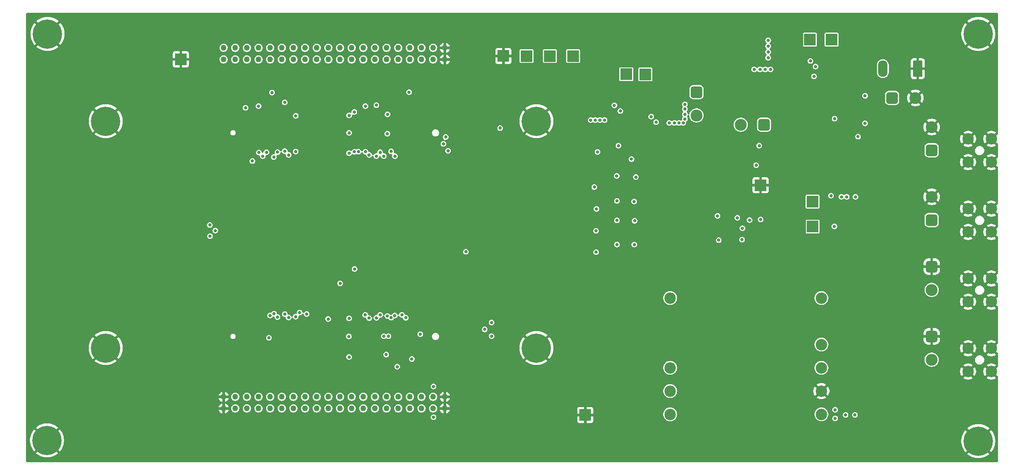
<source format=gbr>
%TF.GenerationSoftware,KiCad,Pcbnew,9.0.0*%
%TF.CreationDate,2025-03-06T02:34:31-05:00*%
%TF.ProjectId,22257_DevBoard,32323235-375f-4446-9576-426f6172642e,rev?*%
%TF.SameCoordinates,Original*%
%TF.FileFunction,Copper,L2,Inr*%
%TF.FilePolarity,Positive*%
%FSLAX46Y46*%
G04 Gerber Fmt 4.6, Leading zero omitted, Abs format (unit mm)*
G04 Created by KiCad (PCBNEW 9.0.0) date 2025-03-06 02:34:31*
%MOMM*%
%LPD*%
G01*
G04 APERTURE LIST*
G04 Aperture macros list*
%AMRoundRect*
0 Rectangle with rounded corners*
0 $1 Rounding radius*
0 $2 $3 $4 $5 $6 $7 $8 $9 X,Y pos of 4 corners*
0 Add a 4 corners polygon primitive as box body*
4,1,4,$2,$3,$4,$5,$6,$7,$8,$9,$2,$3,0*
0 Add four circle primitives for the rounded corners*
1,1,$1+$1,$2,$3*
1,1,$1+$1,$4,$5*
1,1,$1+$1,$6,$7*
1,1,$1+$1,$8,$9*
0 Add four rect primitives between the rounded corners*
20,1,$1+$1,$2,$3,$4,$5,0*
20,1,$1+$1,$4,$5,$6,$7,0*
20,1,$1+$1,$6,$7,$8,$9,0*
20,1,$1+$1,$8,$9,$2,$3,0*%
G04 Aperture macros list end*
%TA.AperFunction,ComponentPad*%
%ADD10RoundRect,0.650000X-0.650000X0.650000X-0.650000X-0.650000X0.650000X-0.650000X0.650000X0.650000X0*%
%TD*%
%TA.AperFunction,ComponentPad*%
%ADD11C,2.600000*%
%TD*%
%TA.AperFunction,ComponentPad*%
%ADD12C,6.400000*%
%TD*%
%TA.AperFunction,ComponentPad*%
%ADD13R,2.500000X2.500000*%
%TD*%
%TA.AperFunction,ComponentPad*%
%ADD14C,1.270000*%
%TD*%
%TA.AperFunction,ComponentPad*%
%ADD15C,2.500000*%
%TD*%
%TA.AperFunction,ComponentPad*%
%ADD16RoundRect,0.650000X0.650000X0.650000X-0.650000X0.650000X-0.650000X-0.650000X0.650000X-0.650000X0*%
%TD*%
%TA.AperFunction,ComponentPad*%
%ADD17RoundRect,0.250001X0.799999X1.549999X-0.799999X1.549999X-0.799999X-1.549999X0.799999X-1.549999X0*%
%TD*%
%TA.AperFunction,ComponentPad*%
%ADD18O,2.100000X3.600000*%
%TD*%
%TA.AperFunction,ComponentPad*%
%ADD19RoundRect,0.650000X-0.650000X-0.650000X0.650000X-0.650000X0.650000X0.650000X-0.650000X0.650000X0*%
%TD*%
%TA.AperFunction,ComponentPad*%
%ADD20RoundRect,0.650000X0.650000X-0.650000X0.650000X0.650000X-0.650000X0.650000X-0.650000X-0.650000X0*%
%TD*%
%TA.AperFunction,ViaPad*%
%ADD21C,0.711200*%
%TD*%
G04 APERTURE END LIST*
D10*
%TO.N,GND*%
%TO.C,TP4*%
X193040000Y-50800000D03*
D11*
%TO.N,BRD_PPS_IN*%
X193040000Y-55880000D03*
%TD*%
D10*
%TO.N,Net-(U3-OUT)*%
%TO.C,TP9*%
X141732000Y-12700000D03*
D11*
%TO.N,+3.3V*%
X141732000Y-17780000D03*
%TD*%
D12*
%TO.N,GND*%
%TO.C,H8*%
X106780700Y-68580000D03*
%TD*%
D13*
%TO.N,ES_SCK*%
%TO.C,TP16*%
X166468600Y-1245000D03*
%TD*%
%TO.N,ES_SDI*%
%TO.C,TP19*%
X171199800Y-1241600D03*
%TD*%
D12*
%TO.N,GND*%
%TO.C,H10*%
X12800700Y-19050000D03*
%TD*%
%TO.N,GND*%
%TO.C,H1*%
X100000Y0D03*
%TD*%
%TO.N,GND*%
%TO.C,H9*%
X106780700Y-19050000D03*
%TD*%
D14*
%TO.N,+5V*%
%TO.C,J2*%
X38536828Y-5575201D03*
X38536828Y-3035201D03*
X41076828Y-5575201D03*
X41076828Y-3035201D03*
%TO.N,/MicroZed_Headers/34_R19*%
X43616828Y-5575201D03*
%TO.N,/MicroZed_Headers/34_T19*%
X43616828Y-3035201D03*
%TO.N,BRD_PPS_IN*%
X46156828Y-5575201D03*
%TO.N,/MicroZed_Headers/34_T12*%
X46156828Y-3035201D03*
%TO.N,/MicroZed_Headers/34_T10*%
X48696828Y-5575201D03*
%TO.N,/MicroZed_Headers/34_U12*%
X48696828Y-3035201D03*
%TO.N,ES_SDI*%
X51236828Y-5575201D03*
%TO.N,/MicroZed_Headers/34_V12*%
X51236828Y-3035201D03*
%TO.N,/MicroZed_Headers/34_V13*%
X53776828Y-5575201D03*
%TO.N,/MicroZed_Headers/34_W13*%
X53776828Y-3035201D03*
%TO.N,ES_SCK*%
X56316828Y-5575201D03*
%TO.N,/MicroZed_Headers/34_P14*%
X56316828Y-3035201D03*
%TO.N,/MicroZed_Headers/34_T15*%
X58856828Y-5575201D03*
%TO.N,/MicroZed_Headers/34_R14*%
X58856828Y-3035201D03*
%TO.N,ES_CSB*%
X61396828Y-5575201D03*
%TO.N,/MicroZed_Headers/34_W14*%
X61396828Y-3035201D03*
%TO.N,TCXO_SCL*%
X63936828Y-5575201D03*
%TO.N,/MicroZed_Headers/34_V16*%
X63936828Y-3035201D03*
%TO.N,/MicroZed_Headers/34_Y19*%
X66476828Y-5575201D03*
%TO.N,/MicroZed_Headers/34_W16*%
X66476828Y-3035201D03*
%TO.N,TCXO_OE*%
X69016828Y-5575201D03*
%TO.N,/MicroZed_Headers/34_T17*%
X69016828Y-3035201D03*
%TO.N,/MicroZed_Headers/34_R17*%
X71556828Y-5575201D03*
%TO.N,/MicroZed_Headers/34_R18*%
X71556828Y-3035201D03*
%TO.N,TCXO_10MHz*%
X74096828Y-5575201D03*
%TO.N,/MicroZed_Headers/34_W18*%
X74096828Y-3035201D03*
%TO.N,/MicroZed_Headers/34_V18*%
X76636828Y-5575201D03*
%TO.N,/MicroZed_Headers/34_W19*%
X76636828Y-3035201D03*
%TO.N,TCXO_SDA*%
X79176828Y-5575201D03*
%TO.N,/MicroZed_Headers/34_P15*%
X79176828Y-3035201D03*
%TO.N,/MicroZed_Headers/34_P18*%
X81716828Y-5575201D03*
%TO.N,/MicroZed_Headers/34_P16*%
X81716828Y-3035201D03*
%TO.N,+5V*%
X84256828Y-5575201D03*
X84256828Y-3035201D03*
%TO.N,GND*%
X86796828Y-5575201D03*
X86796828Y-3035201D03*
%TD*%
D10*
%TO.N,GND*%
%TO.C,TP5*%
X193040000Y-66040000D03*
D11*
%TO.N,BRD_10MHz_IN*%
X193040000Y-71120000D03*
%TD*%
D13*
%TO.N,ES_SDI*%
%TO.C,TP18*%
X126390800Y-8785978D03*
%TD*%
%TO.N,GND*%
%TO.C,TP14*%
X99574913Y-4822528D03*
%TD*%
%TO.N,GND*%
%TO.C,TP11*%
X155699000Y-33017000D03*
%TD*%
%TO.N,ES_SCK*%
%TO.C,TP15*%
X130553000Y-8810800D03*
%TD*%
%TO.N,ES_SDI*%
%TO.C,TP20*%
X167059600Y-42062800D03*
%TD*%
D12*
%TO.N,GND*%
%TO.C,H2*%
X0Y-88750000D03*
%TD*%
D15*
%TO.N,GND*%
%TO.C,J5*%
X206055600Y-38150800D03*
X200975600Y-38150800D03*
X206055600Y-43230800D03*
X200975600Y-43230800D03*
%TD*%
D14*
%TO.N,GND*%
%TO.C,J1*%
X86792588Y-79232316D03*
X86792588Y-81772316D03*
%TO.N,+5V*%
X84252588Y-79232316D03*
X84252588Y-81772316D03*
%TO.N,BRD_10MHz_OUT*%
X81712588Y-79232316D03*
%TO.N,TST_04*%
X81712588Y-81772316D03*
%TO.N,/MicroZed_Headers/35_K16*%
X79172588Y-79232316D03*
%TO.N,TST_03*%
X79172588Y-81772316D03*
%TO.N,BRD_10MHz_IN*%
X76632588Y-79232316D03*
%TO.N,/MicroZed_Headers/35_N16*%
X76632588Y-81772316D03*
%TO.N,/MicroZed_Headers/35_L14*%
X74092588Y-79232316D03*
%TO.N,TOD_OUT*%
X74092588Y-81772316D03*
%TO.N,/MicroZed_Headers/35_G15*%
X71552588Y-79232316D03*
%TO.N,/MicroZed_Headers/35_J14*%
X71552588Y-81772316D03*
%TO.N,/MicroZed_Headers/35_H15*%
X69012588Y-79232316D03*
%TO.N,TOD_IN*%
X69012588Y-81772316D03*
%TO.N,/MicroZed_Headers/35_H20*%
X66472588Y-79232316D03*
%TO.N,/MicroZed_Headers/35_G20*%
X66472588Y-81772316D03*
%TO.N,/MicroZed_Headers/35_J20*%
X63932588Y-79232316D03*
%TO.N,CSAC_Tx*%
X63932588Y-81772316D03*
%TO.N,/MicroZed_Headers/35_M19*%
X61392588Y-79232316D03*
%TO.N,CSAC_Rx*%
X61392588Y-81772316D03*
%TO.N,/MicroZed_Headers/35_F17*%
X58852588Y-79232316D03*
%TO.N,TST_02*%
X58852588Y-81772316D03*
%TO.N,/MicroZed_Headers/35_F16*%
X56312588Y-79232316D03*
%TO.N,TST_01*%
X56312588Y-81772316D03*
%TO.N,/MicroZed_Headers/35_D20*%
X53772588Y-79232316D03*
%TO.N,/MicroZed_Headers/35_D18*%
X53772588Y-81772316D03*
%TO.N,/MicroZed_Headers/35_D19*%
X51232588Y-79232316D03*
%TO.N,CSAC_PPS_IN*%
X51232588Y-81772316D03*
%TO.N,/MicroZed_Headers/35_A20*%
X48692588Y-79232316D03*
%TO.N,/MicroZed_Headers/35_B20*%
X48692588Y-81772316D03*
%TO.N,/MicroZed_Headers/35_B19*%
X46152588Y-79232316D03*
%TO.N,CSAC_Tune*%
X46152588Y-81772316D03*
%TO.N,/MicroZed_Headers/35_J15*%
X43612588Y-79232316D03*
%TO.N,/MicroZed_Headers/35_G14*%
X43612588Y-81772316D03*
%TO.N,+5V*%
X41072588Y-79232316D03*
X41072588Y-81772316D03*
%TO.N,GND*%
X38532588Y-79232316D03*
X38532588Y-81772316D03*
%TD*%
D15*
%TO.N,CSAC_Tune*%
%TO.C,U1*%
X135969000Y-57658000D03*
%TO.N,CSAC_BITE*%
X135969000Y-72898000D03*
%TO.N,CSAC_Tx*%
X135969000Y-77978000D03*
%TO.N,CSAC_Rx*%
X135969000Y-83058000D03*
%TO.N,+3.3V*%
X168969000Y-83058000D03*
%TO.N,GND*%
X168969000Y-77978000D03*
%TO.N,CSAC_PPS_IN*%
X168969000Y-72898000D03*
%TO.N,CSAC_PPS_OUT*%
X168969000Y-67818000D03*
%TO.N,CSAC_RF_OUT*%
X168969000Y-57658000D03*
%TD*%
%TO.N,GND*%
%TO.C,J6*%
X206055600Y-53390800D03*
X200975600Y-53390800D03*
X206055600Y-58470800D03*
X200975600Y-58470800D03*
%TD*%
D16*
%TO.N,Net-(U5-IN+)*%
%TO.C,TP10*%
X156464000Y-19812000D03*
D11*
%TO.N,+5V*%
X151384000Y-19812000D03*
%TD*%
D13*
%TO.N,+12V*%
%TO.C,TP1*%
X104648000Y-4826000D03*
%TD*%
D15*
%TO.N,GND*%
%TO.C,J4*%
X206055600Y-22910800D03*
X200975600Y-22910800D03*
X206055600Y-27990800D03*
X200975600Y-27990800D03*
%TD*%
%TO.N,GND*%
%TO.C,J7*%
X206055600Y-68630800D03*
X200975600Y-68630800D03*
X206055600Y-73710800D03*
X200975600Y-73710800D03*
%TD*%
D13*
%TO.N,+3.3V*%
%TO.C,TP3*%
X114808000Y-4826000D03*
%TD*%
D17*
%TO.N,GND*%
%TO.C,J3*%
X189992000Y-7587500D03*
D18*
%TO.N,+12V*%
X182372000Y-7587500D03*
%TD*%
D19*
%TO.N,+12V*%
%TO.C,TP8*%
X184404000Y-13970000D03*
D11*
%TO.N,GND*%
X189484000Y-13970000D03*
%TD*%
D12*
%TO.N,GND*%
%TO.C,H11*%
X12800700Y-68580000D03*
%TD*%
D20*
%TO.N,BRD_10MHz_OUT*%
%TO.C,TP7*%
X193040000Y-40640000D03*
D11*
%TO.N,GND*%
X193040000Y-35560000D03*
%TD*%
D13*
%TO.N,GND*%
%TO.C,TP12*%
X117449600Y-83210400D03*
%TD*%
%TO.N,+5V*%
%TO.C,TP2*%
X109728000Y-4826000D03*
%TD*%
D12*
%TO.N,GND*%
%TO.C,H3*%
X203200000Y0D03*
%TD*%
D13*
%TO.N,ES_SCK*%
%TO.C,TP17*%
X167056200Y-36598400D03*
%TD*%
D20*
%TO.N,BRD_PPS_OUT*%
%TO.C,TP6*%
X193040000Y-25400000D03*
D11*
%TO.N,GND*%
X193040000Y-20320000D03*
%TD*%
D12*
%TO.N,GND*%
%TO.C,H4*%
X203200000Y-88900000D03*
%TD*%
D13*
%TO.N,GND*%
%TO.C,TP13*%
X29207000Y-5541000D03*
%TD*%
D21*
%TO.N,GND*%
X175768000Y-15417800D03*
X71729600Y-12598400D03*
X48260000Y-70231000D03*
X165887400Y-27508200D03*
X163832800Y-64008000D03*
X140972800Y-74168000D03*
X100380800Y-29921200D03*
X107213400Y3962400D03*
X140972800Y-76708000D03*
X73406000Y-74168000D03*
X163832800Y-61468000D03*
X63119000Y-66167000D03*
X129235200Y-13665200D03*
X29337000Y-42849800D03*
X60756800Y-70129400D03*
X78994000Y-13868400D03*
X151132800Y-58928000D03*
X-2184400Y-31064200D03*
X94513400Y3962400D03*
X150926800Y-5308600D03*
X151993600Y-37592000D03*
X56413400Y3962400D03*
X196977000Y-92557600D03*
X158752800Y-81788000D03*
X153672800Y-76708000D03*
X125349000Y-21132800D03*
X146177000Y-92557600D03*
X102565200Y-10515600D03*
X136398000Y-42926000D03*
X153672800Y-61468000D03*
X153672800Y-58928000D03*
X112395000Y-10566400D03*
X167436800Y-20497800D03*
X140972800Y-81788000D03*
X161292800Y-69088000D03*
X44196000Y-4241800D03*
X56896000Y-4318000D03*
X76758800Y-21539200D03*
X156212800Y-64008000D03*
X48742600Y-21590000D03*
X89941400Y-22479000D03*
X143512800Y-69088000D03*
X162737800Y-9575800D03*
X158752800Y-76708000D03*
X58394600Y-70078600D03*
X146052800Y-71628000D03*
X31877000Y-92557600D03*
X158752800Y-69088000D03*
X184277000Y-92557600D03*
X137617200Y-5081000D03*
X153672800Y-64008000D03*
X95377000Y-92557600D03*
X143512800Y-79248000D03*
X206324200Y-19354800D03*
X163832800Y-79248000D03*
X71170800Y-66522600D03*
X163832800Y-81788000D03*
X64262000Y-4318000D03*
X-2184400Y-5664200D03*
X161292800Y-76708000D03*
X-2184400Y-43764200D03*
X99695000Y-64389000D03*
X148592800Y-71628000D03*
X128854200Y-19329400D03*
X163832800Y-69088000D03*
X176479200Y-39573200D03*
X145313400Y3962400D03*
X151132800Y-79248000D03*
X143512800Y-58928000D03*
X153672800Y-81788000D03*
X72466200Y-43738800D03*
X161292800Y-61468000D03*
X151132800Y-76708000D03*
X161292800Y-66548000D03*
X6477000Y-92557600D03*
X54305200Y-21488400D03*
X165125400Y-20523200D03*
X156212800Y-66548000D03*
X148592800Y-64008000D03*
X136601200Y-2895600D03*
X148592800Y-76708000D03*
X68554600Y-69875400D03*
X156212800Y-61468000D03*
X42926000Y-7366000D03*
X140972800Y-66548000D03*
X108077000Y-92557600D03*
X120777000Y-92557600D03*
X76733400Y-43434000D03*
X43713400Y3962400D03*
X150901400Y-1346200D03*
X60706000Y-6858000D03*
X145135600Y-43738800D03*
X146052800Y-74168000D03*
X156212800Y-74168000D03*
X98907600Y-62992000D03*
X39751000Y-4318000D03*
X140972800Y-79248000D03*
X134975600Y-51485800D03*
X148717000Y-8331200D03*
X44577000Y-92557600D03*
X69113400Y3962400D03*
X133883400Y-6172200D03*
X80670400Y-22021800D03*
X151132800Y-81788000D03*
X89662000Y-49149000D03*
X134899400Y-40436800D03*
X57277000Y-92557600D03*
X-2184400Y-69164200D03*
X161292800Y-71628000D03*
X55880000Y-66141600D03*
X53492400Y-70053200D03*
X171932600Y-27482800D03*
X91363800Y-23901400D03*
X153672800Y-69088000D03*
X140972800Y-58928000D03*
X161292800Y-79248000D03*
X58273448Y-21812752D03*
X167005000Y-13716000D03*
X79451200Y-69773800D03*
X163832800Y-76708000D03*
X162864800Y-27406600D03*
X82626200Y-44635800D03*
X132613400Y3962400D03*
X142900400Y-44348400D03*
X146052800Y-79248000D03*
X60833000Y-21590000D03*
X74142600Y-13589000D03*
X148592800Y-69088000D03*
X174167800Y-19583400D03*
X51358800Y-66167000D03*
X206324200Y-6654800D03*
X43637200Y-70916800D03*
X143512800Y-74168000D03*
X71120000Y-69900800D03*
X156212800Y-79248000D03*
X172618400Y-21971000D03*
X136880600Y-5081000D03*
X163832800Y-66548000D03*
X58826400Y-14782800D03*
X46050200Y-70231000D03*
X58273448Y-17719248D03*
X171983400Y-37439600D03*
X146052800Y-64008000D03*
X169849800Y-20497800D03*
X68783200Y-66065400D03*
X129286000Y-14986000D03*
X143512800Y-66548000D03*
X148592800Y-61468000D03*
X151028400Y-8331200D03*
X156212800Y-69088000D03*
X71069200Y-16357600D03*
X133477000Y-92557600D03*
X206527400Y-81559400D03*
X71577200Y-75209400D03*
X96774000Y-33045400D03*
X43561000Y-21590000D03*
X69138800Y-44094400D03*
X146052800Y-66548000D03*
X129311400Y-16687800D03*
X174498000Y-39522400D03*
X18313400Y3962400D03*
X161292800Y-81788000D03*
X153672800Y-71628000D03*
X65786000Y-10541000D03*
X143512800Y-81788000D03*
X137210800Y-26543000D03*
X-2184400Y-56464200D03*
X168706800Y-27482800D03*
X146052800Y-76708000D03*
X148592800Y-79248000D03*
X158752800Y-64008000D03*
X69977000Y-92557600D03*
X176758600Y-13385800D03*
X163728400Y-3784600D03*
X151132800Y-71628000D03*
X153672800Y-79248000D03*
X140972800Y-64008000D03*
X161292800Y-74168000D03*
X78841600Y-21336000D03*
X146227800Y-8305800D03*
X136474200Y-50292000D03*
X44352540Y-13970000D03*
X58318400Y-66116200D03*
X141630400Y-4191000D03*
X158877000Y-92557600D03*
X156212800Y-76708000D03*
X81813400Y3962400D03*
X73482200Y-62052200D03*
X156212800Y-81788000D03*
X-2184400Y-81864200D03*
X68656200Y-17297400D03*
X143512800Y-61468000D03*
X-2184400Y-18364200D03*
X175310800Y-13258800D03*
X86995000Y-42799000D03*
X161292800Y-58928000D03*
X156212800Y-58928000D03*
X77216000Y-4318000D03*
X91973400Y-35356800D03*
X19177000Y-92557600D03*
X90017600Y-25247600D03*
X51079400Y-70078600D03*
X146052800Y-81788000D03*
X79095600Y-66167000D03*
X73482200Y-16789400D03*
X99466400Y-86233000D03*
X143512800Y-64008000D03*
X158752800Y-61468000D03*
X151132800Y-61468000D03*
X171577000Y-92557600D03*
X131597400Y-52298600D03*
X48615600Y-17399000D03*
X174599600Y-21386800D03*
X133096000Y-4927600D03*
X151132800Y-66548000D03*
X63073448Y-21082000D03*
X76708000Y-69951600D03*
X76606400Y-60426600D03*
X53543200Y-66141600D03*
X51917600Y-77495400D03*
X170713400Y3962400D03*
X80289400Y-61315600D03*
X148592800Y-58928000D03*
X139496800Y-5081000D03*
X153672800Y-66548000D03*
X76682600Y-66040000D03*
X158752800Y-74168000D03*
X136550400Y-34696400D03*
X140972800Y-61468000D03*
X143512800Y-71628000D03*
X140487400Y-3454400D03*
X63271400Y-43586400D03*
X162712400Y-7620000D03*
X151132800Y-74168000D03*
X163195000Y-13538200D03*
X140972800Y-71628000D03*
X161292800Y-64008000D03*
X158752800Y-79248000D03*
X148592800Y-66548000D03*
X183413400Y3962400D03*
X163832800Y-74168000D03*
X66675000Y-73787000D03*
X153672800Y-74168000D03*
X135128000Y-47413800D03*
X151132800Y-64008000D03*
X53492400Y-17373600D03*
X163832800Y-58928000D03*
X62915800Y-61899800D03*
X51181000Y-17729200D03*
X151132800Y-69088000D03*
X65781860Y-7086600D03*
X119913400Y3962400D03*
X63073448Y-17790552D03*
X72009000Y-4318000D03*
X55753000Y-17805400D03*
X107492800Y-10388600D03*
X49149000Y-4191000D03*
X163832800Y-71628000D03*
X148592800Y-74168000D03*
X51130200Y-21539200D03*
X158752800Y-58928000D03*
X58216800Y-61798200D03*
X60673448Y-66421000D03*
X148592800Y-81788000D03*
X56286400Y-15443200D03*
X165328600Y-13462000D03*
X138049000Y533400D03*
X140970000Y-45847000D03*
X63093600Y-70154800D03*
X55880000Y-61849000D03*
X170053000Y-13690600D03*
X79273400Y-17221200D03*
X156212800Y-71628000D03*
X146052800Y-69088000D03*
X146052800Y-58928000D03*
X46228000Y-21590000D03*
X60676460Y-17653000D03*
X141732000Y-9194800D03*
X154355800Y-37617400D03*
X158752800Y-71628000D03*
X5613400Y3962400D03*
X140972800Y-69088000D03*
X139522200Y-46990000D03*
X138150600Y-7747000D03*
X170611800Y-37465000D03*
X158013400Y3962400D03*
X158752800Y-66548000D03*
X196113400Y3962400D03*
X31013400Y3962400D03*
X162763200Y-5994400D03*
X53644800Y-14808200D03*
X48920400Y-11150600D03*
X98831400Y-65786000D03*
X82677000Y-92557600D03*
X143512800Y-76708000D03*
X49025649Y-65661194D03*
X60172600Y-61823600D03*
X55873448Y-21507248D03*
X146052800Y-61468000D03*
%TO.N,Net-(U4-SW)*%
X171856400Y-18491200D03*
X176961800Y-22402800D03*
%TO.N,/MicroZed_Headers/34_P14*%
X51866800Y-25577800D03*
%TO.N,/MicroZed_Headers/34_V12*%
X49479200Y-26873200D03*
%TO.N,+5V*%
X43307000Y-16129000D03*
X65852600Y-66040000D03*
X155575000Y-7747000D03*
X36728400Y-42926000D03*
X157353000Y-3937000D03*
X84328000Y-76962000D03*
X65913000Y-17780000D03*
X65913000Y-21590000D03*
X84328000Y-83693000D03*
X157353000Y-2667000D03*
X132892800Y-19253200D03*
X154305000Y-7747000D03*
X131826000Y-18034000D03*
X157353000Y-1397000D03*
X65913000Y-70527800D03*
X65913000Y-62103000D03*
X35509200Y-41706800D03*
X157861000Y-7747000D03*
X65913000Y-26035000D03*
X156718000Y-7747000D03*
X157353000Y-5207000D03*
X167360600Y-9271000D03*
X48414566Y-66353797D03*
X35560000Y-44145200D03*
%TO.N,+3.3V*%
X121666000Y-18796000D03*
X124358400Y-40690800D03*
X124358400Y-36441000D03*
X87500000Y-25500000D03*
X173355000Y-35560000D03*
X139192000Y-18542000D03*
X119634000Y-18796000D03*
X138811000Y-19431000D03*
X128117600Y-36576000D03*
X87000000Y-22500000D03*
X135763000Y-19431000D03*
X174244000Y-83185000D03*
X171958000Y-82042000D03*
X86500000Y-24000000D03*
X128143000Y-45974000D03*
X124307600Y-30988000D03*
X150622000Y-40132000D03*
X153289000Y-40640000D03*
X120116600Y-25755600D03*
X127533400Y-27330400D03*
X124358400Y-45974000D03*
X128473200Y-31242000D03*
X118618000Y-18796000D03*
X74273448Y-21767800D03*
X139192000Y-15367000D03*
X97000000Y-66000000D03*
X139192000Y-16383000D03*
X128219200Y-40792400D03*
X136906000Y-19431000D03*
X171069000Y-35306000D03*
X120650000Y-18796000D03*
X74269600Y-61595000D03*
X176403000Y-35560000D03*
X74295000Y-17551400D03*
X74500000Y-66000000D03*
X137922000Y-19431000D03*
X97000000Y-63000000D03*
X74000000Y-70000000D03*
X81457800Y-65557400D03*
X174498000Y-35560000D03*
X95500000Y-64500000D03*
X176276000Y-83185000D03*
X139192000Y-17526000D03*
X73482200Y-26670000D03*
X73500000Y-66000000D03*
X91389200Y-47548800D03*
X171958000Y-83947000D03*
X155702000Y-40513000D03*
%TO.N,ES_SDI*%
X154736800Y-28651200D03*
X123799600Y-15595600D03*
X98856800Y-20548600D03*
X167690800Y-7112000D03*
X49098200Y-12801600D03*
%TO.N,ES_SCK*%
X155397200Y-24384000D03*
X125095000Y-16814800D03*
X166573200Y-5892800D03*
X124688600Y-24384000D03*
X51873448Y-14935200D03*
%TO.N,ES_CSB*%
X171805600Y-42011600D03*
X54273448Y-17862552D03*
%TO.N,BRD_PPS_OUT*%
X67106800Y-51308000D03*
%TO.N,BRD_10MHz_OUT*%
X79616300Y-70954900D03*
%TO.N,BRD_PPS_IN*%
X44805600Y-27736800D03*
X46156828Y-15746543D03*
%TO.N,BRD_10MHz_IN*%
X76428600Y-72644000D03*
%TO.N,CSAC_PPS_IN*%
X51892200Y-61163200D03*
%TO.N,CSAC_Tune*%
X49530000Y-61087000D03*
%TO.N,CSAC_RF_OUT*%
X63957200Y-54457600D03*
%TO.N,CSAC_Rx*%
X56642000Y-61132460D03*
%TO.N,CSAC_Tx*%
X69443600Y-61341000D03*
%TO.N,CSAC_PPS_OUT*%
X61340175Y-62226888D03*
%TO.N,TCXO_OE*%
X69469000Y-15748000D03*
X151638000Y-44907200D03*
%TO.N,TCXO_10MHz*%
X71873448Y-15544800D03*
X146304000Y-39725600D03*
%TO.N,TCXO_SDA*%
X151739600Y-42418000D03*
X78994000Y-12700000D03*
%TO.N,TCXO_SCL*%
X67056000Y-17018000D03*
X146558000Y-45008800D03*
%TO.N,TST_01*%
X54254400Y-61722000D03*
X119430800Y-33426400D03*
%TO.N,TST_02*%
X55118000Y-60833000D03*
X119888000Y-38201600D03*
%TO.N,TST_03*%
X119786400Y-42976800D03*
X77444600Y-61341000D03*
%TO.N,TST_04*%
X78287965Y-61970835D03*
X119803600Y-47630800D03*
%TO.N,/MicroZed_Headers/35_N16*%
X75881958Y-61468000D03*
%TO.N,/MicroZed_Headers/35_D18*%
X52710812Y-61919295D03*
%TO.N,/MicroZed_Headers/35_J14*%
X72681493Y-61341000D03*
%TO.N,/MicroZed_Headers/35_G14*%
X48668372Y-61469675D03*
%TO.N,/MicroZed_Headers/35_G20*%
X70281800Y-62052200D03*
%TO.N,TOD_IN*%
X71882000Y-61976000D03*
%TO.N,/MicroZed_Headers/35_B20*%
X50302570Y-61829798D03*
%TO.N,TOD_OUT*%
X75082400Y-61950600D03*
%TO.N,/MicroZed_Headers/34_W13*%
X50297165Y-25811565D03*
%TO.N,/MicroZed_Headers/34_W19*%
X72680866Y-25830663D03*
%TO.N,/MicroZed_Headers/34_T12*%
X47078900Y-26670000D03*
%TO.N,/MicroZed_Headers/34_W16*%
X67945000Y-25704800D03*
%TO.N,/MicroZed_Headers/34_W18*%
X71856600Y-26670000D03*
%TO.N,/MicroZed_Headers/34_P16*%
X75900365Y-26670000D03*
%TO.N,/MicroZed_Headers/34_R18*%
X70299665Y-26416000D03*
%TO.N,/MicroZed_Headers/34_T19*%
X46228000Y-25882600D03*
%TO.N,/MicroZed_Headers/34_T17*%
X69494400Y-25730200D03*
%TO.N,/MicroZed_Headers/34_R14*%
X52730014Y-26416000D03*
%TO.N,/MicroZed_Headers/34_U12*%
X47876886Y-25824921D03*
%TO.N,/MicroZed_Headers/34_V16*%
X67081400Y-25730200D03*
%TO.N,/MicroZed_Headers/34_W14*%
X54254400Y-25679400D03*
%TO.N,/MicroZed_Headers/34_P15*%
X75082400Y-25628600D03*
%TO.N,Net-(U5-IN+)*%
X178500000Y-19500000D03*
X178500000Y-13500000D03*
%TD*%
%TA.AperFunction,Conductor*%
%TO.N,GND*%
G36*
X207390473Y4559823D02*
G01*
X207467040Y4504194D01*
X207514360Y4422232D01*
X207525500Y4351900D01*
X207525500Y-21371340D01*
X207505823Y-21463913D01*
X207491748Y-21483285D01*
X207498907Y-21499364D01*
X207517745Y-21536335D01*
X207518743Y-21543916D01*
X207520526Y-21547921D01*
X207525500Y-21595242D01*
X207525500Y-21741756D01*
X207505823Y-21834329D01*
X207458838Y-21902693D01*
X206821892Y-22539638D01*
X206808860Y-22508174D01*
X206715838Y-22368956D01*
X206597444Y-22250562D01*
X206458226Y-22157540D01*
X206426760Y-22144506D01*
X207080138Y-21491128D01*
X207029942Y-21452612D01*
X207029932Y-21452605D01*
X206831261Y-21337902D01*
X206831257Y-21337901D01*
X206619331Y-21250119D01*
X206397741Y-21190743D01*
X206170297Y-21160800D01*
X205940903Y-21160800D01*
X205713459Y-21190743D01*
X205713458Y-21190743D01*
X205491868Y-21250119D01*
X205279942Y-21337901D01*
X205279926Y-21337908D01*
X205081270Y-21452603D01*
X205081260Y-21452609D01*
X205031061Y-21491128D01*
X205684439Y-22144506D01*
X205652974Y-22157540D01*
X205513756Y-22250562D01*
X205395362Y-22368956D01*
X205302340Y-22508174D01*
X205289306Y-22539639D01*
X204635928Y-21886261D01*
X204597409Y-21936460D01*
X204597403Y-21936470D01*
X204482708Y-22135126D01*
X204482701Y-22135142D01*
X204394919Y-22347068D01*
X204335543Y-22568658D01*
X204335543Y-22568659D01*
X204305600Y-22796102D01*
X204305600Y-23025497D01*
X204335543Y-23252940D01*
X204335543Y-23252941D01*
X204394919Y-23474531D01*
X204482701Y-23686457D01*
X204482702Y-23686461D01*
X204597405Y-23885132D01*
X204597412Y-23885142D01*
X204635928Y-23935337D01*
X204635929Y-23935337D01*
X205289306Y-23281960D01*
X205302340Y-23313426D01*
X205395362Y-23452644D01*
X205513756Y-23571038D01*
X205652974Y-23664060D01*
X205684437Y-23677092D01*
X205031061Y-24330469D01*
X205031061Y-24330470D01*
X205081261Y-24368991D01*
X205279938Y-24483697D01*
X205279942Y-24483698D01*
X205491868Y-24571480D01*
X205713458Y-24630856D01*
X205940903Y-24660800D01*
X206170297Y-24660800D01*
X206397740Y-24630856D01*
X206397741Y-24630856D01*
X206619331Y-24571480D01*
X206831257Y-24483698D01*
X206831261Y-24483697D01*
X207029938Y-24368991D01*
X207080137Y-24330470D01*
X206426760Y-23677093D01*
X206458226Y-23664060D01*
X206597444Y-23571038D01*
X206715838Y-23452644D01*
X206808860Y-23313426D01*
X206821893Y-23281960D01*
X207458838Y-23918905D01*
X207468649Y-23934013D01*
X207482032Y-23946063D01*
X207494150Y-23973282D01*
X207510383Y-23998278D01*
X207514022Y-24017914D01*
X207520526Y-24032522D01*
X207525500Y-24079843D01*
X207525500Y-24226357D01*
X207505823Y-24318930D01*
X207493549Y-24335823D01*
X207523552Y-24420546D01*
X207525500Y-24450257D01*
X207525500Y-26821756D01*
X207505823Y-26914329D01*
X207458838Y-26982693D01*
X206821892Y-27619638D01*
X206808860Y-27588174D01*
X206715838Y-27448956D01*
X206597444Y-27330562D01*
X206458226Y-27237540D01*
X206426760Y-27224506D01*
X207070300Y-26580967D01*
X207070300Y-26563579D01*
X207029942Y-26532612D01*
X207029932Y-26532605D01*
X206831261Y-26417902D01*
X206831257Y-26417901D01*
X206619331Y-26330119D01*
X206397741Y-26270743D01*
X206170297Y-26240800D01*
X205940903Y-26240800D01*
X205713459Y-26270743D01*
X205713458Y-26270743D01*
X205491868Y-26330119D01*
X205279942Y-26417901D01*
X205279926Y-26417908D01*
X205081270Y-26532603D01*
X205081260Y-26532609D01*
X205031061Y-26571128D01*
X205684439Y-27224506D01*
X205652974Y-27237540D01*
X205513756Y-27330562D01*
X205395362Y-27448956D01*
X205302340Y-27588174D01*
X205289306Y-27619639D01*
X204635928Y-26966261D01*
X204597409Y-27016460D01*
X204597403Y-27016470D01*
X204482708Y-27215126D01*
X204482701Y-27215142D01*
X204394919Y-27427068D01*
X204335543Y-27648658D01*
X204335543Y-27648659D01*
X204305600Y-27876102D01*
X204305600Y-28105497D01*
X204335543Y-28332940D01*
X204335543Y-28332941D01*
X204394919Y-28554531D01*
X204482701Y-28766457D01*
X204482702Y-28766461D01*
X204597405Y-28965132D01*
X204597412Y-28965142D01*
X204635928Y-29015337D01*
X204635929Y-29015337D01*
X205289306Y-28361960D01*
X205302340Y-28393426D01*
X205395362Y-28532644D01*
X205513756Y-28651038D01*
X205652974Y-28744060D01*
X205684437Y-28757092D01*
X205031061Y-29410469D01*
X205031061Y-29410470D01*
X205081261Y-29448991D01*
X205279938Y-29563697D01*
X205279942Y-29563698D01*
X205491868Y-29651480D01*
X205713458Y-29710856D01*
X205940903Y-29740800D01*
X206170297Y-29740800D01*
X206397740Y-29710856D01*
X206397741Y-29710856D01*
X206619331Y-29651480D01*
X206831257Y-29563698D01*
X206831261Y-29563697D01*
X207029938Y-29448991D01*
X207080137Y-29410470D01*
X206426760Y-28757093D01*
X206458226Y-28744060D01*
X206597444Y-28651038D01*
X206715838Y-28532644D01*
X206808860Y-28393426D01*
X206821893Y-28361960D01*
X207458838Y-28998905D01*
X207468649Y-29014013D01*
X207482032Y-29026063D01*
X207494150Y-29053282D01*
X207510383Y-29078278D01*
X207514022Y-29097914D01*
X207520526Y-29112522D01*
X207525500Y-29159843D01*
X207525500Y-29306357D01*
X207505823Y-29398930D01*
X207493549Y-29415823D01*
X207523552Y-29500546D01*
X207525500Y-29530257D01*
X207525500Y-36981756D01*
X207505823Y-37074329D01*
X207458838Y-37142693D01*
X206821892Y-37779638D01*
X206808860Y-37748174D01*
X206715838Y-37608956D01*
X206597444Y-37490562D01*
X206458226Y-37397540D01*
X206426760Y-37384506D01*
X207070300Y-36740967D01*
X207070300Y-36723579D01*
X207029942Y-36692612D01*
X207029932Y-36692605D01*
X206831261Y-36577902D01*
X206831257Y-36577901D01*
X206619331Y-36490119D01*
X206397741Y-36430743D01*
X206170297Y-36400800D01*
X205940903Y-36400800D01*
X205713459Y-36430743D01*
X205713458Y-36430743D01*
X205491868Y-36490119D01*
X205279942Y-36577901D01*
X205279926Y-36577908D01*
X205081270Y-36692603D01*
X205081260Y-36692609D01*
X205031061Y-36731128D01*
X205684439Y-37384506D01*
X205652974Y-37397540D01*
X205513756Y-37490562D01*
X205395362Y-37608956D01*
X205302340Y-37748174D01*
X205289306Y-37779639D01*
X204635928Y-37126261D01*
X204597409Y-37176460D01*
X204597403Y-37176470D01*
X204482708Y-37375126D01*
X204482701Y-37375142D01*
X204394919Y-37587068D01*
X204335543Y-37808658D01*
X204335543Y-37808659D01*
X204305600Y-38036102D01*
X204305600Y-38265497D01*
X204335543Y-38492940D01*
X204335543Y-38492941D01*
X204394919Y-38714531D01*
X204482701Y-38926457D01*
X204482702Y-38926461D01*
X204597405Y-39125132D01*
X204597412Y-39125142D01*
X204635928Y-39175337D01*
X204635929Y-39175337D01*
X205289306Y-38521960D01*
X205302340Y-38553426D01*
X205395362Y-38692644D01*
X205513756Y-38811038D01*
X205652974Y-38904060D01*
X205684437Y-38917092D01*
X205031061Y-39570469D01*
X205031061Y-39570470D01*
X205081261Y-39608991D01*
X205279938Y-39723697D01*
X205279942Y-39723698D01*
X205491868Y-39811480D01*
X205713458Y-39870856D01*
X205940903Y-39900800D01*
X206170297Y-39900800D01*
X206397740Y-39870856D01*
X206397741Y-39870856D01*
X206619331Y-39811480D01*
X206831257Y-39723698D01*
X206831261Y-39723697D01*
X207029938Y-39608991D01*
X207080137Y-39570470D01*
X206426760Y-38917093D01*
X206458226Y-38904060D01*
X206597444Y-38811038D01*
X206715838Y-38692644D01*
X206808860Y-38553426D01*
X206821893Y-38521960D01*
X207458838Y-39158905D01*
X207468649Y-39174013D01*
X207482032Y-39186063D01*
X207494150Y-39213282D01*
X207510383Y-39238278D01*
X207514022Y-39257914D01*
X207520526Y-39272522D01*
X207525500Y-39319843D01*
X207525500Y-39466357D01*
X207505823Y-39558930D01*
X207493549Y-39575823D01*
X207523552Y-39660546D01*
X207525500Y-39690257D01*
X207525500Y-42061756D01*
X207505823Y-42154329D01*
X207458838Y-42222693D01*
X206821892Y-42859638D01*
X206808860Y-42828174D01*
X206715838Y-42688956D01*
X206597444Y-42570562D01*
X206458226Y-42477540D01*
X206426760Y-42464506D01*
X207070300Y-41820967D01*
X207070300Y-41803579D01*
X207029942Y-41772612D01*
X207029932Y-41772605D01*
X206831261Y-41657902D01*
X206831257Y-41657901D01*
X206619331Y-41570119D01*
X206397741Y-41510743D01*
X206170297Y-41480800D01*
X205940903Y-41480800D01*
X205713459Y-41510743D01*
X205713458Y-41510743D01*
X205491868Y-41570119D01*
X205279942Y-41657901D01*
X205279926Y-41657908D01*
X205081270Y-41772603D01*
X205081260Y-41772609D01*
X205031061Y-41811128D01*
X205684439Y-42464506D01*
X205652974Y-42477540D01*
X205513756Y-42570562D01*
X205395362Y-42688956D01*
X205302340Y-42828174D01*
X205289306Y-42859639D01*
X204635928Y-42206261D01*
X204597409Y-42256460D01*
X204597403Y-42256470D01*
X204482708Y-42455126D01*
X204482701Y-42455142D01*
X204394919Y-42667068D01*
X204335543Y-42888658D01*
X204335543Y-42888659D01*
X204305600Y-43116102D01*
X204305600Y-43345497D01*
X204335543Y-43572940D01*
X204335543Y-43572941D01*
X204394919Y-43794531D01*
X204482701Y-44006457D01*
X204482702Y-44006461D01*
X204597405Y-44205132D01*
X204597412Y-44205142D01*
X204635928Y-44255337D01*
X204635929Y-44255337D01*
X205289306Y-43601960D01*
X205302340Y-43633426D01*
X205395362Y-43772644D01*
X205513756Y-43891038D01*
X205652974Y-43984060D01*
X205684437Y-43997092D01*
X205031061Y-44650469D01*
X205031061Y-44650470D01*
X205081261Y-44688991D01*
X205279938Y-44803697D01*
X205279942Y-44803698D01*
X205491868Y-44891480D01*
X205713458Y-44950856D01*
X205940903Y-44980800D01*
X206170297Y-44980800D01*
X206397740Y-44950856D01*
X206397741Y-44950856D01*
X206619331Y-44891480D01*
X206831257Y-44803698D01*
X206831261Y-44803697D01*
X207029938Y-44688991D01*
X207080137Y-44650470D01*
X206426760Y-43997093D01*
X206458226Y-43984060D01*
X206597444Y-43891038D01*
X206715838Y-43772644D01*
X206808860Y-43633426D01*
X206821893Y-43601960D01*
X207458838Y-44238905D01*
X207468649Y-44254013D01*
X207482032Y-44266063D01*
X207494150Y-44293282D01*
X207510383Y-44318278D01*
X207514022Y-44337914D01*
X207520526Y-44352522D01*
X207525500Y-44399843D01*
X207525500Y-44546357D01*
X207505823Y-44638930D01*
X207493549Y-44655823D01*
X207523552Y-44740546D01*
X207525500Y-44770257D01*
X207525500Y-52221756D01*
X207505823Y-52314329D01*
X207458838Y-52382693D01*
X206821892Y-53019638D01*
X206808860Y-52988174D01*
X206715838Y-52848956D01*
X206597444Y-52730562D01*
X206458226Y-52637540D01*
X206426760Y-52624506D01*
X207070300Y-51980967D01*
X207070300Y-51963579D01*
X207029942Y-51932612D01*
X207029932Y-51932605D01*
X206831261Y-51817902D01*
X206831257Y-51817901D01*
X206619331Y-51730119D01*
X206397741Y-51670743D01*
X206170297Y-51640800D01*
X205940903Y-51640800D01*
X205713459Y-51670743D01*
X205713458Y-51670743D01*
X205491868Y-51730119D01*
X205279942Y-51817901D01*
X205279926Y-51817908D01*
X205081270Y-51932603D01*
X205081260Y-51932609D01*
X205031061Y-51971128D01*
X205684439Y-52624506D01*
X205652974Y-52637540D01*
X205513756Y-52730562D01*
X205395362Y-52848956D01*
X205302340Y-52988174D01*
X205289306Y-53019639D01*
X204635928Y-52366261D01*
X204597409Y-52416460D01*
X204597403Y-52416470D01*
X204482708Y-52615126D01*
X204482701Y-52615142D01*
X204394919Y-52827068D01*
X204335543Y-53048658D01*
X204335543Y-53048659D01*
X204305600Y-53276102D01*
X204305600Y-53505497D01*
X204335543Y-53732940D01*
X204335543Y-53732941D01*
X204394919Y-53954531D01*
X204482701Y-54166457D01*
X204482702Y-54166461D01*
X204597405Y-54365132D01*
X204597412Y-54365142D01*
X204635928Y-54415337D01*
X204635929Y-54415337D01*
X205289306Y-53761960D01*
X205302340Y-53793426D01*
X205395362Y-53932644D01*
X205513756Y-54051038D01*
X205652974Y-54144060D01*
X205684437Y-54157092D01*
X205031061Y-54810469D01*
X205031061Y-54810470D01*
X205081261Y-54848991D01*
X205279938Y-54963697D01*
X205279942Y-54963698D01*
X205491868Y-55051480D01*
X205713458Y-55110856D01*
X205940903Y-55140800D01*
X206170297Y-55140800D01*
X206397740Y-55110856D01*
X206397741Y-55110856D01*
X206619331Y-55051480D01*
X206831257Y-54963698D01*
X206831261Y-54963697D01*
X207029938Y-54848991D01*
X207080137Y-54810470D01*
X206426760Y-54157093D01*
X206458226Y-54144060D01*
X206597444Y-54051038D01*
X206715838Y-53932644D01*
X206808860Y-53793426D01*
X206821893Y-53761960D01*
X207458838Y-54398905D01*
X207468649Y-54414013D01*
X207482032Y-54426063D01*
X207494150Y-54453282D01*
X207510383Y-54478278D01*
X207514022Y-54497914D01*
X207520526Y-54512522D01*
X207525500Y-54559843D01*
X207525500Y-54706357D01*
X207505823Y-54798930D01*
X207493549Y-54815823D01*
X207523552Y-54900546D01*
X207525500Y-54930257D01*
X207525500Y-57301756D01*
X207505823Y-57394329D01*
X207458838Y-57462693D01*
X206821892Y-58099638D01*
X206808860Y-58068174D01*
X206715838Y-57928956D01*
X206597444Y-57810562D01*
X206458226Y-57717540D01*
X206426760Y-57704506D01*
X207070300Y-57060967D01*
X207070300Y-57043579D01*
X207029942Y-57012612D01*
X207029932Y-57012605D01*
X206831261Y-56897902D01*
X206831257Y-56897901D01*
X206619331Y-56810119D01*
X206397741Y-56750743D01*
X206170297Y-56720800D01*
X205940903Y-56720800D01*
X205713459Y-56750743D01*
X205713458Y-56750743D01*
X205491868Y-56810119D01*
X205279942Y-56897901D01*
X205279926Y-56897908D01*
X205081270Y-57012603D01*
X205081260Y-57012609D01*
X205031061Y-57051128D01*
X205684439Y-57704506D01*
X205652974Y-57717540D01*
X205513756Y-57810562D01*
X205395362Y-57928956D01*
X205302340Y-58068174D01*
X205289306Y-58099639D01*
X204635928Y-57446261D01*
X204597409Y-57496460D01*
X204597403Y-57496470D01*
X204482708Y-57695126D01*
X204482701Y-57695142D01*
X204394919Y-57907068D01*
X204335543Y-58128658D01*
X204335543Y-58128659D01*
X204305600Y-58356102D01*
X204305600Y-58585497D01*
X204335543Y-58812940D01*
X204335543Y-58812941D01*
X204394919Y-59034531D01*
X204482701Y-59246457D01*
X204482702Y-59246461D01*
X204597405Y-59445132D01*
X204597412Y-59445142D01*
X204635928Y-59495337D01*
X204635929Y-59495337D01*
X205289306Y-58841960D01*
X205302340Y-58873426D01*
X205395362Y-59012644D01*
X205513756Y-59131038D01*
X205652974Y-59224060D01*
X205684437Y-59237092D01*
X205031061Y-59890469D01*
X205031061Y-59890470D01*
X205081261Y-59928991D01*
X205279938Y-60043697D01*
X205279942Y-60043698D01*
X205491868Y-60131480D01*
X205713458Y-60190856D01*
X205940903Y-60220800D01*
X206170297Y-60220800D01*
X206397740Y-60190856D01*
X206397741Y-60190856D01*
X206619331Y-60131480D01*
X206831257Y-60043698D01*
X206831261Y-60043697D01*
X207029938Y-59928991D01*
X207080137Y-59890470D01*
X206426760Y-59237093D01*
X206458226Y-59224060D01*
X206597444Y-59131038D01*
X206715838Y-59012644D01*
X206808860Y-58873426D01*
X206821893Y-58841960D01*
X207458838Y-59478905D01*
X207468649Y-59494013D01*
X207482032Y-59506063D01*
X207494150Y-59533282D01*
X207510383Y-59558278D01*
X207514022Y-59577914D01*
X207520526Y-59592522D01*
X207525500Y-59639843D01*
X207525500Y-59786357D01*
X207505823Y-59878930D01*
X207493549Y-59895823D01*
X207523552Y-59980546D01*
X207525500Y-60010257D01*
X207525500Y-67461756D01*
X207505823Y-67554329D01*
X207458838Y-67622693D01*
X206821892Y-68259638D01*
X206808860Y-68228174D01*
X206715838Y-68088956D01*
X206597444Y-67970562D01*
X206458226Y-67877540D01*
X206426760Y-67864506D01*
X207070300Y-67220967D01*
X207070300Y-67203579D01*
X207029942Y-67172612D01*
X207029932Y-67172605D01*
X206831261Y-67057902D01*
X206831257Y-67057901D01*
X206619331Y-66970119D01*
X206397741Y-66910743D01*
X206170297Y-66880800D01*
X205940903Y-66880800D01*
X205713459Y-66910743D01*
X205713458Y-66910743D01*
X205491868Y-66970119D01*
X205279942Y-67057901D01*
X205279926Y-67057908D01*
X205081270Y-67172603D01*
X205081260Y-67172609D01*
X205031061Y-67211128D01*
X205684439Y-67864506D01*
X205652974Y-67877540D01*
X205513756Y-67970562D01*
X205395362Y-68088956D01*
X205302340Y-68228174D01*
X205289306Y-68259639D01*
X204635928Y-67606261D01*
X204597409Y-67656460D01*
X204597403Y-67656470D01*
X204482708Y-67855126D01*
X204482701Y-67855142D01*
X204394919Y-68067068D01*
X204335543Y-68288658D01*
X204335543Y-68288659D01*
X204305600Y-68516102D01*
X204305600Y-68745497D01*
X204335543Y-68972940D01*
X204335543Y-68972941D01*
X204394919Y-69194531D01*
X204482701Y-69406457D01*
X204482702Y-69406461D01*
X204597405Y-69605132D01*
X204597412Y-69605142D01*
X204635928Y-69655337D01*
X204635929Y-69655337D01*
X205289306Y-69001960D01*
X205302340Y-69033426D01*
X205395362Y-69172644D01*
X205513756Y-69291038D01*
X205652974Y-69384060D01*
X205684437Y-69397092D01*
X205031061Y-70050469D01*
X205031061Y-70050470D01*
X205081261Y-70088991D01*
X205279938Y-70203697D01*
X205279942Y-70203698D01*
X205491868Y-70291480D01*
X205713458Y-70350856D01*
X205940903Y-70380800D01*
X206170297Y-70380800D01*
X206397740Y-70350856D01*
X206397741Y-70350856D01*
X206619331Y-70291480D01*
X206831257Y-70203698D01*
X206831261Y-70203697D01*
X207029938Y-70088991D01*
X207080137Y-70050470D01*
X206426760Y-69397093D01*
X206458226Y-69384060D01*
X206597444Y-69291038D01*
X206715838Y-69172644D01*
X206808860Y-69033426D01*
X206821893Y-69001960D01*
X207458838Y-69638905D01*
X207468649Y-69654013D01*
X207482032Y-69666063D01*
X207494150Y-69693282D01*
X207510383Y-69718278D01*
X207514022Y-69737914D01*
X207520526Y-69752522D01*
X207525500Y-69799843D01*
X207525500Y-69946357D01*
X207505823Y-70038930D01*
X207493549Y-70055823D01*
X207523552Y-70140546D01*
X207525500Y-70170257D01*
X207525500Y-72541756D01*
X207505823Y-72634329D01*
X207458838Y-72702693D01*
X206821892Y-73339638D01*
X206808860Y-73308174D01*
X206715838Y-73168956D01*
X206597444Y-73050562D01*
X206458226Y-72957540D01*
X206426760Y-72944506D01*
X207070300Y-72300967D01*
X207070300Y-72283579D01*
X207029942Y-72252612D01*
X207029932Y-72252605D01*
X206831261Y-72137902D01*
X206831257Y-72137901D01*
X206619331Y-72050119D01*
X206397741Y-71990743D01*
X206170297Y-71960800D01*
X205940903Y-71960800D01*
X205713459Y-71990743D01*
X205713458Y-71990743D01*
X205491868Y-72050119D01*
X205279942Y-72137901D01*
X205279926Y-72137908D01*
X205081270Y-72252603D01*
X205081260Y-72252609D01*
X205031061Y-72291128D01*
X205684439Y-72944506D01*
X205652974Y-72957540D01*
X205513756Y-73050562D01*
X205395362Y-73168956D01*
X205302340Y-73308174D01*
X205289306Y-73339639D01*
X204635928Y-72686261D01*
X204597409Y-72736460D01*
X204597403Y-72736470D01*
X204482708Y-72935126D01*
X204482701Y-72935142D01*
X204394919Y-73147068D01*
X204335543Y-73368658D01*
X204335543Y-73368659D01*
X204305600Y-73596102D01*
X204305600Y-73825497D01*
X204335543Y-74052940D01*
X204335543Y-74052941D01*
X204394919Y-74274531D01*
X204482701Y-74486457D01*
X204482702Y-74486461D01*
X204597405Y-74685132D01*
X204597412Y-74685142D01*
X204635928Y-74735337D01*
X204635929Y-74735337D01*
X205289306Y-74081960D01*
X205302340Y-74113426D01*
X205395362Y-74252644D01*
X205513756Y-74371038D01*
X205652974Y-74464060D01*
X205684437Y-74477092D01*
X205031061Y-75130469D01*
X205031061Y-75130470D01*
X205081261Y-75168991D01*
X205279938Y-75283697D01*
X205279942Y-75283698D01*
X205491868Y-75371480D01*
X205713458Y-75430856D01*
X205940903Y-75460800D01*
X206170297Y-75460800D01*
X206397740Y-75430856D01*
X206397741Y-75430856D01*
X206619331Y-75371480D01*
X206831257Y-75283698D01*
X206831261Y-75283697D01*
X207029938Y-75168991D01*
X207080137Y-75130470D01*
X206426760Y-74477093D01*
X206458226Y-74464060D01*
X206597444Y-74371038D01*
X206715838Y-74252644D01*
X206808860Y-74113426D01*
X206821893Y-74081960D01*
X207458838Y-74718905D01*
X207468649Y-74734013D01*
X207482032Y-74746063D01*
X207494150Y-74773282D01*
X207510383Y-74798278D01*
X207514022Y-74817914D01*
X207520526Y-74832522D01*
X207525500Y-74879843D01*
X207525500Y-75026357D01*
X207505823Y-75118930D01*
X207493549Y-75135823D01*
X207523552Y-75220546D01*
X207525500Y-75250257D01*
X207525500Y-93251900D01*
X207505823Y-93344473D01*
X207450194Y-93421040D01*
X207368232Y-93468360D01*
X207297900Y-93479500D01*
X-4351900Y-93479500D01*
X-4444473Y-93459823D01*
X-4521040Y-93404194D01*
X-4568360Y-93322232D01*
X-4579500Y-93251900D01*
X-4579500Y-88568228D01*
X-3700000Y-88568228D01*
X-3700000Y-88931771D01*
X-3664366Y-89293556D01*
X-3664365Y-89293564D01*
X-3593445Y-89650104D01*
X-3487915Y-89997992D01*
X-3487913Y-89997998D01*
X-3348796Y-90333856D01*
X-3177422Y-90654475D01*
X-3177419Y-90654480D01*
X-2975448Y-90956750D01*
X-2807061Y-91161929D01*
X-1311748Y-89666616D01*
X-1220412Y-89792330D01*
X-1042330Y-89970412D01*
X-916616Y-90061748D01*
X-2411929Y-91557061D01*
X-2411930Y-91557061D01*
X-2206750Y-91725448D01*
X-1904480Y-91927419D01*
X-1904475Y-91927422D01*
X-1583856Y-92098796D01*
X-1247998Y-92237913D01*
X-1247992Y-92237915D01*
X-900104Y-92343445D01*
X-543564Y-92414365D01*
X-543556Y-92414366D01*
X-181772Y-92450000D01*
X181772Y-92450000D01*
X543556Y-92414366D01*
X543564Y-92414365D01*
X900104Y-92343445D01*
X1247992Y-92237915D01*
X1247998Y-92237913D01*
X1583856Y-92098796D01*
X1904475Y-91927422D01*
X1904480Y-91927419D01*
X2206750Y-91725448D01*
X2411929Y-91557061D01*
X916616Y-90061748D01*
X1042330Y-89970412D01*
X1220412Y-89792330D01*
X1311748Y-89666616D01*
X2807061Y-91161929D01*
X2975448Y-90956750D01*
X3177419Y-90654480D01*
X3177422Y-90654475D01*
X3348796Y-90333856D01*
X3487913Y-89997998D01*
X3487915Y-89997992D01*
X3593445Y-89650104D01*
X3664365Y-89293564D01*
X3664366Y-89293556D01*
X3700000Y-88931771D01*
X3700000Y-88718228D01*
X199500000Y-88718228D01*
X199500000Y-89081771D01*
X199535633Y-89443556D01*
X199535634Y-89443564D01*
X199606554Y-89800104D01*
X199712084Y-90147992D01*
X199712086Y-90147998D01*
X199851203Y-90483856D01*
X200022577Y-90804475D01*
X200022580Y-90804480D01*
X200224551Y-91106750D01*
X200392937Y-91311929D01*
X201888251Y-89816615D01*
X201979588Y-89942330D01*
X202157670Y-90120412D01*
X202283382Y-90211747D01*
X200788069Y-91707060D01*
X200788069Y-91707061D01*
X200993249Y-91875448D01*
X201295519Y-92077419D01*
X201295524Y-92077422D01*
X201616143Y-92248796D01*
X201952001Y-92387913D01*
X201952007Y-92387915D01*
X202299895Y-92493445D01*
X202656435Y-92564365D01*
X202656443Y-92564366D01*
X203018228Y-92600000D01*
X203381772Y-92600000D01*
X203743556Y-92564366D01*
X203743564Y-92564365D01*
X204100104Y-92493445D01*
X204447992Y-92387915D01*
X204447998Y-92387913D01*
X204783856Y-92248796D01*
X205104475Y-92077422D01*
X205104480Y-92077419D01*
X205406750Y-91875448D01*
X205611929Y-91707061D01*
X204116616Y-90211748D01*
X204242330Y-90120412D01*
X204420412Y-89942330D01*
X204511748Y-89816616D01*
X206007061Y-91311929D01*
X206175448Y-91106750D01*
X206377419Y-90804480D01*
X206377422Y-90804475D01*
X206548796Y-90483856D01*
X206687913Y-90147998D01*
X206687915Y-90147992D01*
X206793445Y-89800104D01*
X206864365Y-89443564D01*
X206864366Y-89443556D01*
X206900000Y-89081771D01*
X206900000Y-88718228D01*
X206864366Y-88356443D01*
X206864365Y-88356435D01*
X206793445Y-87999895D01*
X206687915Y-87652007D01*
X206687913Y-87652001D01*
X206548796Y-87316143D01*
X206377422Y-86995524D01*
X206377419Y-86995519D01*
X206175448Y-86693249D01*
X206007061Y-86488069D01*
X206007060Y-86488069D01*
X204511747Y-87983382D01*
X204420412Y-87857670D01*
X204242330Y-87679588D01*
X204116615Y-87588250D01*
X205611929Y-86092937D01*
X205406750Y-85924551D01*
X205104480Y-85722580D01*
X205104475Y-85722577D01*
X204783856Y-85551203D01*
X204447998Y-85412086D01*
X204447992Y-85412084D01*
X204100104Y-85306554D01*
X203743564Y-85235634D01*
X203743556Y-85235633D01*
X203381772Y-85200000D01*
X203018228Y-85200000D01*
X202656443Y-85235633D01*
X202656435Y-85235634D01*
X202299895Y-85306554D01*
X201952007Y-85412084D01*
X201952001Y-85412086D01*
X201616143Y-85551203D01*
X201295529Y-85722575D01*
X200993256Y-85924547D01*
X200788069Y-86092938D01*
X202283383Y-87588251D01*
X202157670Y-87679588D01*
X201979588Y-87857670D01*
X201888252Y-87983383D01*
X200392938Y-86488069D01*
X200224547Y-86693256D01*
X200022575Y-86995529D01*
X199851203Y-87316143D01*
X199712086Y-87652001D01*
X199712084Y-87652007D01*
X199606554Y-87999895D01*
X199535634Y-88356435D01*
X199535633Y-88356443D01*
X199500000Y-88718228D01*
X3700000Y-88718228D01*
X3700000Y-88568228D01*
X3664366Y-88206443D01*
X3664365Y-88206435D01*
X3593445Y-87849895D01*
X3487915Y-87502007D01*
X3487913Y-87502001D01*
X3348796Y-87166143D01*
X3177422Y-86845524D01*
X3177419Y-86845519D01*
X2975448Y-86543249D01*
X2807060Y-86338069D01*
X1311747Y-87833382D01*
X1220412Y-87707670D01*
X1042330Y-87529588D01*
X916615Y-87438251D01*
X2411929Y-85942937D01*
X2206750Y-85774551D01*
X1904480Y-85572580D01*
X1904475Y-85572577D01*
X1583856Y-85401203D01*
X1247998Y-85262086D01*
X1247992Y-85262084D01*
X900104Y-85156554D01*
X543564Y-85085634D01*
X543556Y-85085633D01*
X181772Y-85050000D01*
X-181772Y-85050000D01*
X-543556Y-85085633D01*
X-543564Y-85085634D01*
X-900104Y-85156554D01*
X-1247992Y-85262084D01*
X-1247998Y-85262086D01*
X-1583856Y-85401203D01*
X-1904475Y-85572577D01*
X-1904480Y-85572580D01*
X-2206750Y-85774551D01*
X-2411929Y-85942937D01*
X-916615Y-87438251D01*
X-1042330Y-87529588D01*
X-1220412Y-87707670D01*
X-1311747Y-87833382D01*
X-2807060Y-86338069D01*
X-2807061Y-86338069D01*
X-2975448Y-86543249D01*
X-3177419Y-86845519D01*
X-3177422Y-86845524D01*
X-3348796Y-87166143D01*
X-3487913Y-87502001D01*
X-3487915Y-87502007D01*
X-3593445Y-87849895D01*
X-3664365Y-88206435D01*
X-3664366Y-88206443D01*
X-3700000Y-88568228D01*
X-4579500Y-88568228D01*
X-4579500Y-83632910D01*
X83717900Y-83632910D01*
X83717900Y-83753090D01*
X83741346Y-83870959D01*
X83741349Y-83870968D01*
X83747953Y-83886912D01*
X83787336Y-83981991D01*
X83854104Y-84081916D01*
X83939084Y-84166896D01*
X84039009Y-84233664D01*
X84150040Y-84279654D01*
X84267910Y-84303100D01*
X84267913Y-84303100D01*
X84388087Y-84303100D01*
X84388090Y-84303100D01*
X84505960Y-84279654D01*
X84616991Y-84233664D01*
X84716916Y-84166896D01*
X84801896Y-84081916D01*
X84868664Y-83981991D01*
X84914654Y-83870960D01*
X84938100Y-83753090D01*
X84938100Y-83632910D01*
X84914654Y-83515040D01*
X84868664Y-83404009D01*
X84801896Y-83304084D01*
X84716916Y-83219104D01*
X84616991Y-83152336D01*
X84512182Y-83108923D01*
X84505968Y-83106349D01*
X84505964Y-83106347D01*
X84505960Y-83106346D01*
X84505957Y-83106345D01*
X84505953Y-83106344D01*
X84454548Y-83096119D01*
X84454546Y-83096119D01*
X84388090Y-83082900D01*
X84267910Y-83082900D01*
X84150040Y-83106346D01*
X84143818Y-83108922D01*
X84143816Y-83108923D01*
X84039013Y-83152334D01*
X84039004Y-83152339D01*
X83939087Y-83219101D01*
X83854101Y-83304087D01*
X83787339Y-83404004D01*
X83787334Y-83404013D01*
X83741349Y-83515031D01*
X83741346Y-83515040D01*
X83717900Y-83632910D01*
X-4579500Y-83632910D01*
X-4579500Y-82051716D01*
X37429960Y-82051716D01*
X37480740Y-82208002D01*
X37561851Y-82367190D01*
X37666853Y-82511713D01*
X37793190Y-82638050D01*
X37937713Y-82743052D01*
X38096895Y-82824160D01*
X38253188Y-82874942D01*
X38253188Y-82051717D01*
X38253187Y-82051716D01*
X37429960Y-82051716D01*
X-4579500Y-82051716D01*
X-4579500Y-81725500D01*
X38176988Y-81725500D01*
X38176988Y-81819132D01*
X38201222Y-81909572D01*
X38248038Y-81990659D01*
X38314245Y-82056866D01*
X38395332Y-82103682D01*
X38485772Y-82127916D01*
X38579404Y-82127916D01*
X38669844Y-82103682D01*
X38750931Y-82056866D01*
X38756080Y-82051717D01*
X38811988Y-82051717D01*
X38811988Y-82874942D01*
X38968280Y-82824160D01*
X39127462Y-82743052D01*
X39271985Y-82638050D01*
X39398322Y-82511713D01*
X39503324Y-82367190D01*
X39584435Y-82208002D01*
X39635216Y-82051716D01*
X38811989Y-82051716D01*
X38811988Y-82051717D01*
X38756080Y-82051717D01*
X38817138Y-81990659D01*
X38863954Y-81909572D01*
X38888188Y-81819132D01*
X38888188Y-81725500D01*
X38877258Y-81684708D01*
X40183088Y-81684708D01*
X40183088Y-81859924D01*
X40207353Y-81981912D01*
X40217272Y-82031778D01*
X40257094Y-82127916D01*
X40284323Y-82193652D01*
X40381668Y-82339339D01*
X40505565Y-82463236D01*
X40651252Y-82560581D01*
X40813130Y-82627633D01*
X40984980Y-82661816D01*
X40984982Y-82661816D01*
X41160194Y-82661816D01*
X41160196Y-82661816D01*
X41332046Y-82627633D01*
X41493924Y-82560581D01*
X41639611Y-82463236D01*
X41763508Y-82339339D01*
X41860853Y-82193652D01*
X41927905Y-82031774D01*
X41962088Y-81859924D01*
X41962088Y-81684708D01*
X42723088Y-81684708D01*
X42723088Y-81859924D01*
X42747353Y-81981912D01*
X42757272Y-82031778D01*
X42797094Y-82127916D01*
X42824323Y-82193652D01*
X42921668Y-82339339D01*
X43045565Y-82463236D01*
X43191252Y-82560581D01*
X43353130Y-82627633D01*
X43524980Y-82661816D01*
X43524982Y-82661816D01*
X43700194Y-82661816D01*
X43700196Y-82661816D01*
X43872046Y-82627633D01*
X44033924Y-82560581D01*
X44179611Y-82463236D01*
X44303508Y-82339339D01*
X44400853Y-82193652D01*
X44467905Y-82031774D01*
X44502088Y-81859924D01*
X44502088Y-81684708D01*
X45263088Y-81684708D01*
X45263088Y-81859924D01*
X45287353Y-81981912D01*
X45297272Y-82031778D01*
X45337094Y-82127916D01*
X45364323Y-82193652D01*
X45461668Y-82339339D01*
X45585565Y-82463236D01*
X45731252Y-82560581D01*
X45893130Y-82627633D01*
X46064980Y-82661816D01*
X46064982Y-82661816D01*
X46240194Y-82661816D01*
X46240196Y-82661816D01*
X46412046Y-82627633D01*
X46573924Y-82560581D01*
X46719611Y-82463236D01*
X46843508Y-82339339D01*
X46940853Y-82193652D01*
X47007905Y-82031774D01*
X47042088Y-81859924D01*
X47042088Y-81684708D01*
X47803088Y-81684708D01*
X47803088Y-81859924D01*
X47827353Y-81981912D01*
X47837272Y-82031778D01*
X47877094Y-82127916D01*
X47904323Y-82193652D01*
X48001668Y-82339339D01*
X48125565Y-82463236D01*
X48271252Y-82560581D01*
X48433130Y-82627633D01*
X48604980Y-82661816D01*
X48604982Y-82661816D01*
X48780194Y-82661816D01*
X48780196Y-82661816D01*
X48952046Y-82627633D01*
X49113924Y-82560581D01*
X49259611Y-82463236D01*
X49383508Y-82339339D01*
X49480853Y-82193652D01*
X49547905Y-82031774D01*
X49582088Y-81859924D01*
X49582088Y-81684708D01*
X50343088Y-81684708D01*
X50343088Y-81859924D01*
X50367353Y-81981912D01*
X50377272Y-82031778D01*
X50417094Y-82127916D01*
X50444323Y-82193652D01*
X50541668Y-82339339D01*
X50665565Y-82463236D01*
X50811252Y-82560581D01*
X50973130Y-82627633D01*
X51144980Y-82661816D01*
X51144982Y-82661816D01*
X51320194Y-82661816D01*
X51320196Y-82661816D01*
X51492046Y-82627633D01*
X51653924Y-82560581D01*
X51799611Y-82463236D01*
X51923508Y-82339339D01*
X52020853Y-82193652D01*
X52087905Y-82031774D01*
X52122088Y-81859924D01*
X52122088Y-81684708D01*
X52883088Y-81684708D01*
X52883088Y-81859924D01*
X52907353Y-81981912D01*
X52917272Y-82031778D01*
X52957094Y-82127916D01*
X52984323Y-82193652D01*
X53081668Y-82339339D01*
X53205565Y-82463236D01*
X53351252Y-82560581D01*
X53513130Y-82627633D01*
X53684980Y-82661816D01*
X53684982Y-82661816D01*
X53860194Y-82661816D01*
X53860196Y-82661816D01*
X54032046Y-82627633D01*
X54193924Y-82560581D01*
X54339611Y-82463236D01*
X54463508Y-82339339D01*
X54560853Y-82193652D01*
X54627905Y-82031774D01*
X54662088Y-81859924D01*
X54662088Y-81684708D01*
X55423088Y-81684708D01*
X55423088Y-81859924D01*
X55447353Y-81981912D01*
X55457272Y-82031778D01*
X55497094Y-82127916D01*
X55524323Y-82193652D01*
X55621668Y-82339339D01*
X55745565Y-82463236D01*
X55891252Y-82560581D01*
X56053130Y-82627633D01*
X56224980Y-82661816D01*
X56224982Y-82661816D01*
X56400194Y-82661816D01*
X56400196Y-82661816D01*
X56572046Y-82627633D01*
X56733924Y-82560581D01*
X56879611Y-82463236D01*
X57003508Y-82339339D01*
X57100853Y-82193652D01*
X57167905Y-82031774D01*
X57202088Y-81859924D01*
X57202088Y-81684708D01*
X57963088Y-81684708D01*
X57963088Y-81859924D01*
X57987353Y-81981912D01*
X57997272Y-82031778D01*
X58037094Y-82127916D01*
X58064323Y-82193652D01*
X58161668Y-82339339D01*
X58285565Y-82463236D01*
X58431252Y-82560581D01*
X58593130Y-82627633D01*
X58764980Y-82661816D01*
X58764982Y-82661816D01*
X58940194Y-82661816D01*
X58940196Y-82661816D01*
X59112046Y-82627633D01*
X59273924Y-82560581D01*
X59419611Y-82463236D01*
X59543508Y-82339339D01*
X59640853Y-82193652D01*
X59707905Y-82031774D01*
X59742088Y-81859924D01*
X59742088Y-81684708D01*
X60503088Y-81684708D01*
X60503088Y-81859924D01*
X60527353Y-81981912D01*
X60537272Y-82031778D01*
X60577094Y-82127916D01*
X60604323Y-82193652D01*
X60701668Y-82339339D01*
X60825565Y-82463236D01*
X60971252Y-82560581D01*
X61133130Y-82627633D01*
X61304980Y-82661816D01*
X61304982Y-82661816D01*
X61480194Y-82661816D01*
X61480196Y-82661816D01*
X61652046Y-82627633D01*
X61813924Y-82560581D01*
X61959611Y-82463236D01*
X62083508Y-82339339D01*
X62180853Y-82193652D01*
X62247905Y-82031774D01*
X62282088Y-81859924D01*
X62282088Y-81684708D01*
X63043088Y-81684708D01*
X63043088Y-81859924D01*
X63067353Y-81981912D01*
X63077272Y-82031778D01*
X63117094Y-82127916D01*
X63144323Y-82193652D01*
X63241668Y-82339339D01*
X63365565Y-82463236D01*
X63511252Y-82560581D01*
X63673130Y-82627633D01*
X63844980Y-82661816D01*
X63844982Y-82661816D01*
X64020194Y-82661816D01*
X64020196Y-82661816D01*
X64192046Y-82627633D01*
X64353924Y-82560581D01*
X64499611Y-82463236D01*
X64623508Y-82339339D01*
X64720853Y-82193652D01*
X64787905Y-82031774D01*
X64822088Y-81859924D01*
X64822088Y-81684708D01*
X65583088Y-81684708D01*
X65583088Y-81859924D01*
X65607353Y-81981912D01*
X65617272Y-82031778D01*
X65657094Y-82127916D01*
X65684323Y-82193652D01*
X65781668Y-82339339D01*
X65905565Y-82463236D01*
X66051252Y-82560581D01*
X66213130Y-82627633D01*
X66384980Y-82661816D01*
X66384982Y-82661816D01*
X66560194Y-82661816D01*
X66560196Y-82661816D01*
X66732046Y-82627633D01*
X66893924Y-82560581D01*
X67039611Y-82463236D01*
X67163508Y-82339339D01*
X67260853Y-82193652D01*
X67327905Y-82031774D01*
X67362088Y-81859924D01*
X67362088Y-81684708D01*
X68123088Y-81684708D01*
X68123088Y-81859924D01*
X68147353Y-81981912D01*
X68157272Y-82031778D01*
X68197094Y-82127916D01*
X68224323Y-82193652D01*
X68321668Y-82339339D01*
X68445565Y-82463236D01*
X68591252Y-82560581D01*
X68753130Y-82627633D01*
X68924980Y-82661816D01*
X68924982Y-82661816D01*
X69100194Y-82661816D01*
X69100196Y-82661816D01*
X69272046Y-82627633D01*
X69433924Y-82560581D01*
X69579611Y-82463236D01*
X69703508Y-82339339D01*
X69800853Y-82193652D01*
X69867905Y-82031774D01*
X69902088Y-81859924D01*
X69902088Y-81684708D01*
X70663088Y-81684708D01*
X70663088Y-81859924D01*
X70687353Y-81981912D01*
X70697272Y-82031778D01*
X70737094Y-82127916D01*
X70764323Y-82193652D01*
X70861668Y-82339339D01*
X70985565Y-82463236D01*
X71131252Y-82560581D01*
X71293130Y-82627633D01*
X71464980Y-82661816D01*
X71464982Y-82661816D01*
X71640194Y-82661816D01*
X71640196Y-82661816D01*
X71812046Y-82627633D01*
X71973924Y-82560581D01*
X72119611Y-82463236D01*
X72243508Y-82339339D01*
X72340853Y-82193652D01*
X72407905Y-82031774D01*
X72442088Y-81859924D01*
X72442088Y-81684708D01*
X73203088Y-81684708D01*
X73203088Y-81859924D01*
X73227353Y-81981912D01*
X73237272Y-82031778D01*
X73277094Y-82127916D01*
X73304323Y-82193652D01*
X73401668Y-82339339D01*
X73525565Y-82463236D01*
X73671252Y-82560581D01*
X73833130Y-82627633D01*
X74004980Y-82661816D01*
X74004982Y-82661816D01*
X74180194Y-82661816D01*
X74180196Y-82661816D01*
X74352046Y-82627633D01*
X74513924Y-82560581D01*
X74659611Y-82463236D01*
X74783508Y-82339339D01*
X74880853Y-82193652D01*
X74947905Y-82031774D01*
X74982088Y-81859924D01*
X74982088Y-81684708D01*
X75743088Y-81684708D01*
X75743088Y-81859924D01*
X75767353Y-81981912D01*
X75777272Y-82031778D01*
X75817094Y-82127916D01*
X75844323Y-82193652D01*
X75941668Y-82339339D01*
X76065565Y-82463236D01*
X76211252Y-82560581D01*
X76373130Y-82627633D01*
X76544980Y-82661816D01*
X76544982Y-82661816D01*
X76720194Y-82661816D01*
X76720196Y-82661816D01*
X76892046Y-82627633D01*
X77053924Y-82560581D01*
X77199611Y-82463236D01*
X77323508Y-82339339D01*
X77420853Y-82193652D01*
X77487905Y-82031774D01*
X77522088Y-81859924D01*
X77522088Y-81684708D01*
X78283088Y-81684708D01*
X78283088Y-81859924D01*
X78307353Y-81981912D01*
X78317272Y-82031778D01*
X78357094Y-82127916D01*
X78384323Y-82193652D01*
X78481668Y-82339339D01*
X78605565Y-82463236D01*
X78751252Y-82560581D01*
X78913130Y-82627633D01*
X79084980Y-82661816D01*
X79084982Y-82661816D01*
X79260194Y-82661816D01*
X79260196Y-82661816D01*
X79432046Y-82627633D01*
X79593924Y-82560581D01*
X79739611Y-82463236D01*
X79863508Y-82339339D01*
X79960853Y-82193652D01*
X80027905Y-82031774D01*
X80062088Y-81859924D01*
X80062088Y-81684708D01*
X80823088Y-81684708D01*
X80823088Y-81859924D01*
X80847353Y-81981912D01*
X80857272Y-82031778D01*
X80897094Y-82127916D01*
X80924323Y-82193652D01*
X81021668Y-82339339D01*
X81145565Y-82463236D01*
X81291252Y-82560581D01*
X81453130Y-82627633D01*
X81624980Y-82661816D01*
X81624982Y-82661816D01*
X81800194Y-82661816D01*
X81800196Y-82661816D01*
X81972046Y-82627633D01*
X82133924Y-82560581D01*
X82279611Y-82463236D01*
X82403508Y-82339339D01*
X82500853Y-82193652D01*
X82567905Y-82031774D01*
X82602088Y-81859924D01*
X82602088Y-81684708D01*
X83363088Y-81684708D01*
X83363088Y-81859924D01*
X83387353Y-81981912D01*
X83397272Y-82031778D01*
X83437094Y-82127916D01*
X83464323Y-82193652D01*
X83561668Y-82339339D01*
X83685565Y-82463236D01*
X83831252Y-82560581D01*
X83993130Y-82627633D01*
X84164980Y-82661816D01*
X84340196Y-82661816D01*
X84512046Y-82627633D01*
X84673924Y-82560581D01*
X84819611Y-82463236D01*
X84943508Y-82339339D01*
X85040853Y-82193652D01*
X85099645Y-82051716D01*
X85689960Y-82051716D01*
X85740740Y-82208002D01*
X85821851Y-82367190D01*
X85926853Y-82511713D01*
X86053190Y-82638050D01*
X86197713Y-82743052D01*
X86356895Y-82824160D01*
X86513188Y-82874942D01*
X86513188Y-82051717D01*
X86513187Y-82051716D01*
X85689960Y-82051716D01*
X85099645Y-82051716D01*
X85107905Y-82031774D01*
X85142088Y-81859924D01*
X85142088Y-81725500D01*
X86436988Y-81725500D01*
X86436988Y-81819132D01*
X86461222Y-81909572D01*
X86508038Y-81990659D01*
X86574245Y-82056866D01*
X86655332Y-82103682D01*
X86745772Y-82127916D01*
X86839404Y-82127916D01*
X86929844Y-82103682D01*
X87010931Y-82056866D01*
X87016080Y-82051717D01*
X87071988Y-82051717D01*
X87071988Y-82874942D01*
X87228280Y-82824160D01*
X87387462Y-82743052D01*
X87531985Y-82638050D01*
X87658322Y-82511713D01*
X87763324Y-82367190D01*
X87844435Y-82208002D01*
X87895216Y-82051716D01*
X87071989Y-82051716D01*
X87071988Y-82051717D01*
X87016080Y-82051717D01*
X87077138Y-81990659D01*
X87122224Y-81912569D01*
X115699600Y-81912569D01*
X115699600Y-82930999D01*
X115699601Y-82931000D01*
X116918092Y-82931000D01*
X116890489Y-82978809D01*
X116849600Y-83131409D01*
X116849600Y-83289391D01*
X116890489Y-83441991D01*
X116918092Y-83489800D01*
X115699601Y-83489800D01*
X115699600Y-83489801D01*
X115699600Y-84508230D01*
X115706001Y-84567774D01*
X115706002Y-84567775D01*
X115756247Y-84702489D01*
X115842407Y-84817584D01*
X115842415Y-84817592D01*
X115957510Y-84903752D01*
X116092224Y-84953997D01*
X116092225Y-84953998D01*
X116151770Y-84960400D01*
X117170199Y-84960400D01*
X117170200Y-84960399D01*
X117170200Y-83741908D01*
X117218009Y-83769511D01*
X117370609Y-83810400D01*
X117528591Y-83810400D01*
X117681191Y-83769511D01*
X117729000Y-83741908D01*
X117729000Y-84960399D01*
X117729001Y-84960400D01*
X118747430Y-84960400D01*
X118806974Y-84953998D01*
X118806975Y-84953997D01*
X118941689Y-84903752D01*
X119056784Y-84817592D01*
X119056792Y-84817584D01*
X119142952Y-84702489D01*
X119193197Y-84567775D01*
X119193198Y-84567774D01*
X119199600Y-84508230D01*
X119199600Y-83489801D01*
X119199599Y-83489800D01*
X117981108Y-83489800D01*
X118008711Y-83441991D01*
X118049600Y-83289391D01*
X118049600Y-83131409D01*
X118008711Y-82978809D01*
X117986067Y-82939589D01*
X134464500Y-82939589D01*
X134464500Y-83176410D01*
X134501546Y-83410307D01*
X134501547Y-83410310D01*
X134574724Y-83635526D01*
X134682235Y-83846528D01*
X134682238Y-83846534D01*
X134821427Y-84038110D01*
X134821429Y-84038112D01*
X134821432Y-84038116D01*
X134988884Y-84205568D01*
X134988887Y-84205570D01*
X134988889Y-84205572D01*
X135180465Y-84344761D01*
X135180467Y-84344762D01*
X135180470Y-84344764D01*
X135391473Y-84452275D01*
X135616695Y-84525454D01*
X135850593Y-84562500D01*
X135850596Y-84562500D01*
X136087404Y-84562500D01*
X136087407Y-84562500D01*
X136321305Y-84525454D01*
X136546527Y-84452275D01*
X136757530Y-84344764D01*
X136949116Y-84205568D01*
X137116568Y-84038116D01*
X137255764Y-83846530D01*
X137363275Y-83635527D01*
X137436454Y-83410305D01*
X137473500Y-83176407D01*
X137473500Y-82939593D01*
X137473499Y-82939589D01*
X167464500Y-82939589D01*
X167464500Y-83176410D01*
X167501546Y-83410307D01*
X167501547Y-83410310D01*
X167574724Y-83635526D01*
X167682235Y-83846528D01*
X167682238Y-83846534D01*
X167821427Y-84038110D01*
X167821429Y-84038112D01*
X167821432Y-84038116D01*
X167988884Y-84205568D01*
X167988887Y-84205570D01*
X167988889Y-84205572D01*
X168180465Y-84344761D01*
X168180467Y-84344762D01*
X168180470Y-84344764D01*
X168391473Y-84452275D01*
X168616695Y-84525454D01*
X168850593Y-84562500D01*
X168850596Y-84562500D01*
X169087404Y-84562500D01*
X169087407Y-84562500D01*
X169321305Y-84525454D01*
X169546527Y-84452275D01*
X169757530Y-84344764D01*
X169949116Y-84205568D01*
X170116568Y-84038116D01*
X170226426Y-83886910D01*
X171347900Y-83886910D01*
X171347900Y-84007090D01*
X171354072Y-84038116D01*
X171371346Y-84124959D01*
X171371349Y-84124968D01*
X171404736Y-84205572D01*
X171417336Y-84235991D01*
X171484104Y-84335916D01*
X171569084Y-84420896D01*
X171669009Y-84487664D01*
X171780040Y-84533654D01*
X171897910Y-84557100D01*
X171897913Y-84557100D01*
X172018087Y-84557100D01*
X172018090Y-84557100D01*
X172135960Y-84533654D01*
X172246991Y-84487664D01*
X172346916Y-84420896D01*
X172431896Y-84335916D01*
X172498664Y-84235991D01*
X172544654Y-84124960D01*
X172568100Y-84007090D01*
X172568100Y-83886910D01*
X172544654Y-83769040D01*
X172498664Y-83658009D01*
X172431896Y-83558084D01*
X172346916Y-83473104D01*
X172246991Y-83406336D01*
X172226484Y-83397842D01*
X172135968Y-83360349D01*
X172135964Y-83360347D01*
X172135960Y-83360346D01*
X172018090Y-83336900D01*
X171897910Y-83336900D01*
X171780040Y-83360346D01*
X171780031Y-83360349D01*
X171669013Y-83406334D01*
X171669004Y-83406339D01*
X171569087Y-83473101D01*
X171484101Y-83558087D01*
X171417339Y-83658004D01*
X171417334Y-83658013D01*
X171371349Y-83769031D01*
X171371346Y-83769040D01*
X171347900Y-83886910D01*
X170226426Y-83886910D01*
X170255764Y-83846530D01*
X170363275Y-83635527D01*
X170436454Y-83410305D01*
X170473500Y-83176407D01*
X170473500Y-83124910D01*
X173633900Y-83124910D01*
X173633900Y-83245090D01*
X173656826Y-83360346D01*
X173657346Y-83362959D01*
X173657349Y-83362968D01*
X173676959Y-83410310D01*
X173703336Y-83473991D01*
X173770104Y-83573916D01*
X173855084Y-83658896D01*
X173955009Y-83725664D01*
X174066040Y-83771654D01*
X174183910Y-83795100D01*
X174183913Y-83795100D01*
X174304087Y-83795100D01*
X174304090Y-83795100D01*
X174421960Y-83771654D01*
X174532991Y-83725664D01*
X174632916Y-83658896D01*
X174717896Y-83573916D01*
X174784664Y-83473991D01*
X174830654Y-83362960D01*
X174854100Y-83245090D01*
X174854100Y-83124910D01*
X175665900Y-83124910D01*
X175665900Y-83245090D01*
X175688826Y-83360346D01*
X175689346Y-83362959D01*
X175689349Y-83362968D01*
X175708959Y-83410310D01*
X175735336Y-83473991D01*
X175802104Y-83573916D01*
X175887084Y-83658896D01*
X175987009Y-83725664D01*
X176098040Y-83771654D01*
X176215910Y-83795100D01*
X176215913Y-83795100D01*
X176336087Y-83795100D01*
X176336090Y-83795100D01*
X176453960Y-83771654D01*
X176564991Y-83725664D01*
X176664916Y-83658896D01*
X176749896Y-83573916D01*
X176816664Y-83473991D01*
X176862654Y-83362960D01*
X176886100Y-83245090D01*
X176886100Y-83124910D01*
X176862654Y-83007040D01*
X176816664Y-82896009D01*
X176749896Y-82796084D01*
X176664916Y-82711104D01*
X176656816Y-82705692D01*
X176614953Y-82677720D01*
X176564991Y-82644336D01*
X176527131Y-82628654D01*
X176453968Y-82598349D01*
X176453964Y-82598347D01*
X176453960Y-82598346D01*
X176336090Y-82574900D01*
X176215910Y-82574900D01*
X176098040Y-82598346D01*
X176098031Y-82598349D01*
X175987013Y-82644334D01*
X175987004Y-82644339D01*
X175887087Y-82711101D01*
X175802101Y-82796087D01*
X175735339Y-82896004D01*
X175735334Y-82896013D01*
X175689349Y-83007031D01*
X175689346Y-83007040D01*
X175665900Y-83124910D01*
X174854100Y-83124910D01*
X174830654Y-83007040D01*
X174784664Y-82896009D01*
X174717896Y-82796084D01*
X174632916Y-82711104D01*
X174624816Y-82705692D01*
X174582953Y-82677720D01*
X174532991Y-82644336D01*
X174495131Y-82628654D01*
X174421968Y-82598349D01*
X174421964Y-82598347D01*
X174421960Y-82598346D01*
X174304090Y-82574900D01*
X174183910Y-82574900D01*
X174066040Y-82598346D01*
X174066031Y-82598349D01*
X173955013Y-82644334D01*
X173955004Y-82644339D01*
X173855087Y-82711101D01*
X173770101Y-82796087D01*
X173703339Y-82896004D01*
X173703334Y-82896013D01*
X173657349Y-83007031D01*
X173657346Y-83007040D01*
X173633900Y-83124910D01*
X170473500Y-83124910D01*
X170473500Y-82939593D01*
X170436454Y-82705695D01*
X170363275Y-82480473D01*
X170255764Y-82269470D01*
X170255762Y-82269467D01*
X170255761Y-82269465D01*
X170135920Y-82104518D01*
X170135913Y-82104510D01*
X170134153Y-82102087D01*
X170116568Y-82077884D01*
X170020594Y-81981910D01*
X171347900Y-81981910D01*
X171347900Y-82102090D01*
X171371346Y-82219960D01*
X171417336Y-82330991D01*
X171484104Y-82430916D01*
X171569084Y-82515896D01*
X171669009Y-82582664D01*
X171780040Y-82628654D01*
X171897910Y-82652100D01*
X171897913Y-82652100D01*
X172018087Y-82652100D01*
X172018090Y-82652100D01*
X172135960Y-82628654D01*
X172246991Y-82582664D01*
X172346916Y-82515896D01*
X172431896Y-82430916D01*
X172498664Y-82330991D01*
X172544654Y-82219960D01*
X172568100Y-82102090D01*
X172568100Y-81981910D01*
X172544654Y-81864040D01*
X172498664Y-81753009D01*
X172431896Y-81653084D01*
X172346916Y-81568104D01*
X172246991Y-81501336D01*
X172163618Y-81466802D01*
X172135968Y-81455349D01*
X172135964Y-81455347D01*
X172135960Y-81455346D01*
X172018090Y-81431900D01*
X171897910Y-81431900D01*
X171780040Y-81455346D01*
X171780031Y-81455349D01*
X171669013Y-81501334D01*
X171669004Y-81501339D01*
X171569087Y-81568101D01*
X171484101Y-81653087D01*
X171417339Y-81753004D01*
X171417334Y-81753013D01*
X171371349Y-81864031D01*
X171371346Y-81864040D01*
X171347900Y-81981910D01*
X170020594Y-81981910D01*
X169949116Y-81910432D01*
X169949112Y-81910429D01*
X169949110Y-81910427D01*
X169757534Y-81771238D01*
X169757528Y-81771235D01*
X169546526Y-81663724D01*
X169321310Y-81590547D01*
X169321307Y-81590546D01*
X169087410Y-81553500D01*
X169087407Y-81553500D01*
X168850593Y-81553500D01*
X168850589Y-81553500D01*
X168616692Y-81590546D01*
X168616689Y-81590547D01*
X168391473Y-81663724D01*
X168180471Y-81771235D01*
X168180465Y-81771238D01*
X167988889Y-81910427D01*
X167821427Y-82077889D01*
X167682238Y-82269465D01*
X167682235Y-82269471D01*
X167574724Y-82480473D01*
X167501547Y-82705689D01*
X167501546Y-82705692D01*
X167464500Y-82939589D01*
X137473499Y-82939589D01*
X137436454Y-82705695D01*
X137363275Y-82480473D01*
X137255764Y-82269470D01*
X137255762Y-82269467D01*
X137255761Y-82269465D01*
X137116572Y-82077889D01*
X137116570Y-82077887D01*
X137116568Y-82077884D01*
X136949116Y-81910432D01*
X136949112Y-81910429D01*
X136949110Y-81910427D01*
X136757534Y-81771238D01*
X136757528Y-81771235D01*
X136546526Y-81663724D01*
X136321310Y-81590547D01*
X136321307Y-81590546D01*
X136087410Y-81553500D01*
X136087407Y-81553500D01*
X135850593Y-81553500D01*
X135850589Y-81553500D01*
X135616692Y-81590546D01*
X135616689Y-81590547D01*
X135391473Y-81663724D01*
X135180471Y-81771235D01*
X135180465Y-81771238D01*
X134988889Y-81910427D01*
X134821427Y-82077889D01*
X134682238Y-82269465D01*
X134682235Y-82269471D01*
X134574724Y-82480473D01*
X134501547Y-82705689D01*
X134501546Y-82705692D01*
X134464500Y-82939589D01*
X117986067Y-82939589D01*
X117981108Y-82931000D01*
X119199599Y-82931000D01*
X119199600Y-82930999D01*
X119199600Y-81912569D01*
X119193198Y-81853025D01*
X119193197Y-81853024D01*
X119142952Y-81718310D01*
X119056792Y-81603215D01*
X119056784Y-81603207D01*
X118941689Y-81517047D01*
X118806975Y-81466802D01*
X118806974Y-81466801D01*
X118747430Y-81460400D01*
X117729001Y-81460400D01*
X117729000Y-81460401D01*
X117729000Y-82678891D01*
X117681191Y-82651289D01*
X117528591Y-82610400D01*
X117370609Y-82610400D01*
X117218009Y-82651289D01*
X117170200Y-82678891D01*
X117170200Y-81460401D01*
X117170199Y-81460400D01*
X116151770Y-81460400D01*
X116092225Y-81466801D01*
X116092224Y-81466802D01*
X115957510Y-81517047D01*
X115842415Y-81603207D01*
X115842407Y-81603215D01*
X115756247Y-81718310D01*
X115706002Y-81853024D01*
X115706001Y-81853025D01*
X115699600Y-81912569D01*
X87122224Y-81912569D01*
X87123954Y-81909572D01*
X87148188Y-81819132D01*
X87148188Y-81725500D01*
X87123954Y-81635060D01*
X87077138Y-81553973D01*
X87010931Y-81487766D01*
X86929844Y-81440950D01*
X86839404Y-81416716D01*
X86745772Y-81416716D01*
X86655332Y-81440950D01*
X86574245Y-81487766D01*
X86508038Y-81553973D01*
X86461222Y-81635060D01*
X86436988Y-81725500D01*
X85142088Y-81725500D01*
X85142088Y-81684708D01*
X85107905Y-81512858D01*
X85099644Y-81492915D01*
X85689959Y-81492915D01*
X85689960Y-81492916D01*
X86513187Y-81492916D01*
X86513188Y-81492915D01*
X86513188Y-80729915D01*
X86338362Y-80729915D01*
X86197713Y-80801579D01*
X86053190Y-80906581D01*
X85926853Y-81032918D01*
X85821851Y-81177441D01*
X85740740Y-81336629D01*
X85689959Y-81492915D01*
X85099644Y-81492915D01*
X85040853Y-81350980D01*
X84943508Y-81205293D01*
X84819611Y-81081396D01*
X84673924Y-80984051D01*
X84673921Y-80984049D01*
X84673920Y-80984049D01*
X84512050Y-80917000D01*
X84512046Y-80916999D01*
X84340196Y-80882816D01*
X84164980Y-80882816D01*
X83993130Y-80916999D01*
X83993125Y-80917000D01*
X83831255Y-80984049D01*
X83685565Y-81081396D01*
X83561668Y-81205293D01*
X83464321Y-81350983D01*
X83397272Y-81512853D01*
X83397271Y-81512857D01*
X83397271Y-81512858D01*
X83363088Y-81684708D01*
X82602088Y-81684708D01*
X82567905Y-81512858D01*
X82500853Y-81350980D01*
X82403508Y-81205293D01*
X82279611Y-81081396D01*
X82133924Y-80984051D01*
X82133921Y-80984049D01*
X82133920Y-80984049D01*
X81972050Y-80917000D01*
X81972046Y-80916999D01*
X81800196Y-80882816D01*
X81624980Y-80882816D01*
X81453130Y-80916999D01*
X81453125Y-80917000D01*
X81291255Y-80984049D01*
X81145565Y-81081396D01*
X81021668Y-81205293D01*
X80924321Y-81350983D01*
X80857272Y-81512853D01*
X80857271Y-81512857D01*
X80857271Y-81512858D01*
X80823088Y-81684708D01*
X80062088Y-81684708D01*
X80027905Y-81512858D01*
X79960853Y-81350980D01*
X79863508Y-81205293D01*
X79739611Y-81081396D01*
X79593924Y-80984051D01*
X79593921Y-80984049D01*
X79593920Y-80984049D01*
X79432050Y-80917000D01*
X79432046Y-80916999D01*
X79260196Y-80882816D01*
X79084980Y-80882816D01*
X78913130Y-80916999D01*
X78913125Y-80917000D01*
X78751255Y-80984049D01*
X78605565Y-81081396D01*
X78481668Y-81205293D01*
X78384321Y-81350983D01*
X78317272Y-81512853D01*
X78317271Y-81512857D01*
X78317271Y-81512858D01*
X78283088Y-81684708D01*
X77522088Y-81684708D01*
X77487905Y-81512858D01*
X77420853Y-81350980D01*
X77323508Y-81205293D01*
X77199611Y-81081396D01*
X77053924Y-80984051D01*
X77053921Y-80984049D01*
X77053920Y-80984049D01*
X76892050Y-80917000D01*
X76892046Y-80916999D01*
X76720196Y-80882816D01*
X76544980Y-80882816D01*
X76373130Y-80916999D01*
X76373125Y-80917000D01*
X76211255Y-80984049D01*
X76065565Y-81081396D01*
X75941668Y-81205293D01*
X75844321Y-81350983D01*
X75777272Y-81512853D01*
X75777271Y-81512857D01*
X75777271Y-81512858D01*
X75743088Y-81684708D01*
X74982088Y-81684708D01*
X74947905Y-81512858D01*
X74880853Y-81350980D01*
X74783508Y-81205293D01*
X74659611Y-81081396D01*
X74513924Y-80984051D01*
X74513921Y-80984049D01*
X74513920Y-80984049D01*
X74352050Y-80917000D01*
X74352046Y-80916999D01*
X74180196Y-80882816D01*
X74004980Y-80882816D01*
X73833130Y-80916999D01*
X73833125Y-80917000D01*
X73671255Y-80984049D01*
X73525565Y-81081396D01*
X73401668Y-81205293D01*
X73304321Y-81350983D01*
X73237272Y-81512853D01*
X73237271Y-81512857D01*
X73237271Y-81512858D01*
X73203088Y-81684708D01*
X72442088Y-81684708D01*
X72407905Y-81512858D01*
X72340853Y-81350980D01*
X72243508Y-81205293D01*
X72119611Y-81081396D01*
X71973924Y-80984051D01*
X71973921Y-80984049D01*
X71973920Y-80984049D01*
X71812050Y-80917000D01*
X71812046Y-80916999D01*
X71640196Y-80882816D01*
X71464980Y-80882816D01*
X71293130Y-80916999D01*
X71293125Y-80917000D01*
X71131255Y-80984049D01*
X70985565Y-81081396D01*
X70861668Y-81205293D01*
X70764321Y-81350983D01*
X70697272Y-81512853D01*
X70697271Y-81512857D01*
X70697271Y-81512858D01*
X70663088Y-81684708D01*
X69902088Y-81684708D01*
X69867905Y-81512858D01*
X69800853Y-81350980D01*
X69703508Y-81205293D01*
X69579611Y-81081396D01*
X69433924Y-80984051D01*
X69433921Y-80984049D01*
X69433920Y-80984049D01*
X69272050Y-80917000D01*
X69272046Y-80916999D01*
X69100196Y-80882816D01*
X68924980Y-80882816D01*
X68753130Y-80916999D01*
X68753125Y-80917000D01*
X68591255Y-80984049D01*
X68445565Y-81081396D01*
X68321668Y-81205293D01*
X68224321Y-81350983D01*
X68157272Y-81512853D01*
X68157271Y-81512857D01*
X68157271Y-81512858D01*
X68123088Y-81684708D01*
X67362088Y-81684708D01*
X67327905Y-81512858D01*
X67260853Y-81350980D01*
X67163508Y-81205293D01*
X67039611Y-81081396D01*
X66893924Y-80984051D01*
X66893921Y-80984049D01*
X66893920Y-80984049D01*
X66732050Y-80917000D01*
X66732046Y-80916999D01*
X66560196Y-80882816D01*
X66384980Y-80882816D01*
X66213130Y-80916999D01*
X66213125Y-80917000D01*
X66051255Y-80984049D01*
X65905565Y-81081396D01*
X65781668Y-81205293D01*
X65684321Y-81350983D01*
X65617272Y-81512853D01*
X65617271Y-81512857D01*
X65617271Y-81512858D01*
X65583088Y-81684708D01*
X64822088Y-81684708D01*
X64787905Y-81512858D01*
X64720853Y-81350980D01*
X64623508Y-81205293D01*
X64499611Y-81081396D01*
X64353924Y-80984051D01*
X64353921Y-80984049D01*
X64353920Y-80984049D01*
X64192050Y-80917000D01*
X64192046Y-80916999D01*
X64020196Y-80882816D01*
X63844980Y-80882816D01*
X63673130Y-80916999D01*
X63673125Y-80917000D01*
X63511255Y-80984049D01*
X63365565Y-81081396D01*
X63241668Y-81205293D01*
X63144321Y-81350983D01*
X63077272Y-81512853D01*
X63077271Y-81512857D01*
X63077271Y-81512858D01*
X63043088Y-81684708D01*
X62282088Y-81684708D01*
X62247905Y-81512858D01*
X62180853Y-81350980D01*
X62083508Y-81205293D01*
X61959611Y-81081396D01*
X61813924Y-80984051D01*
X61813921Y-80984049D01*
X61813920Y-80984049D01*
X61652050Y-80917000D01*
X61652046Y-80916999D01*
X61480196Y-80882816D01*
X61304980Y-80882816D01*
X61133130Y-80916999D01*
X61133125Y-80917000D01*
X60971255Y-80984049D01*
X60825565Y-81081396D01*
X60701668Y-81205293D01*
X60604321Y-81350983D01*
X60537272Y-81512853D01*
X60537271Y-81512857D01*
X60537271Y-81512858D01*
X60503088Y-81684708D01*
X59742088Y-81684708D01*
X59707905Y-81512858D01*
X59640853Y-81350980D01*
X59543508Y-81205293D01*
X59419611Y-81081396D01*
X59273924Y-80984051D01*
X59273921Y-80984049D01*
X59273920Y-80984049D01*
X59112050Y-80917000D01*
X59112046Y-80916999D01*
X58940196Y-80882816D01*
X58764980Y-80882816D01*
X58593130Y-80916999D01*
X58593125Y-80917000D01*
X58431255Y-80984049D01*
X58285565Y-81081396D01*
X58161668Y-81205293D01*
X58064321Y-81350983D01*
X57997272Y-81512853D01*
X57997271Y-81512857D01*
X57997271Y-81512858D01*
X57963088Y-81684708D01*
X57202088Y-81684708D01*
X57167905Y-81512858D01*
X57100853Y-81350980D01*
X57003508Y-81205293D01*
X56879611Y-81081396D01*
X56733924Y-80984051D01*
X56733921Y-80984049D01*
X56733920Y-80984049D01*
X56572050Y-80917000D01*
X56572046Y-80916999D01*
X56400196Y-80882816D01*
X56224980Y-80882816D01*
X56053130Y-80916999D01*
X56053125Y-80917000D01*
X55891255Y-80984049D01*
X55745565Y-81081396D01*
X55621668Y-81205293D01*
X55524321Y-81350983D01*
X55457272Y-81512853D01*
X55457271Y-81512857D01*
X55457271Y-81512858D01*
X55423088Y-81684708D01*
X54662088Y-81684708D01*
X54627905Y-81512858D01*
X54560853Y-81350980D01*
X54463508Y-81205293D01*
X54339611Y-81081396D01*
X54193924Y-80984051D01*
X54193921Y-80984049D01*
X54193920Y-80984049D01*
X54032050Y-80917000D01*
X54032046Y-80916999D01*
X53860196Y-80882816D01*
X53684980Y-80882816D01*
X53513130Y-80916999D01*
X53513125Y-80917000D01*
X53351255Y-80984049D01*
X53205565Y-81081396D01*
X53081668Y-81205293D01*
X52984321Y-81350983D01*
X52917272Y-81512853D01*
X52917271Y-81512857D01*
X52917271Y-81512858D01*
X52883088Y-81684708D01*
X52122088Y-81684708D01*
X52087905Y-81512858D01*
X52020853Y-81350980D01*
X51923508Y-81205293D01*
X51799611Y-81081396D01*
X51653924Y-80984051D01*
X51653921Y-80984049D01*
X51653920Y-80984049D01*
X51492050Y-80917000D01*
X51492046Y-80916999D01*
X51320196Y-80882816D01*
X51144980Y-80882816D01*
X50973130Y-80916999D01*
X50973125Y-80917000D01*
X50811255Y-80984049D01*
X50665565Y-81081396D01*
X50541668Y-81205293D01*
X50444321Y-81350983D01*
X50377272Y-81512853D01*
X50377271Y-81512857D01*
X50377271Y-81512858D01*
X50343088Y-81684708D01*
X49582088Y-81684708D01*
X49547905Y-81512858D01*
X49480853Y-81350980D01*
X49383508Y-81205293D01*
X49259611Y-81081396D01*
X49113924Y-80984051D01*
X49113921Y-80984049D01*
X49113920Y-80984049D01*
X48952050Y-80917000D01*
X48952046Y-80916999D01*
X48780196Y-80882816D01*
X48604980Y-80882816D01*
X48433130Y-80916999D01*
X48433125Y-80917000D01*
X48271255Y-80984049D01*
X48125565Y-81081396D01*
X48001668Y-81205293D01*
X47904321Y-81350983D01*
X47837272Y-81512853D01*
X47837271Y-81512857D01*
X47837271Y-81512858D01*
X47803088Y-81684708D01*
X47042088Y-81684708D01*
X47007905Y-81512858D01*
X46940853Y-81350980D01*
X46843508Y-81205293D01*
X46719611Y-81081396D01*
X46573924Y-80984051D01*
X46573921Y-80984049D01*
X46573920Y-80984049D01*
X46412050Y-80917000D01*
X46412046Y-80916999D01*
X46240196Y-80882816D01*
X46064980Y-80882816D01*
X45893130Y-80916999D01*
X45893125Y-80917000D01*
X45731255Y-80984049D01*
X45585565Y-81081396D01*
X45461668Y-81205293D01*
X45364321Y-81350983D01*
X45297272Y-81512853D01*
X45297271Y-81512857D01*
X45297271Y-81512858D01*
X45263088Y-81684708D01*
X44502088Y-81684708D01*
X44467905Y-81512858D01*
X44400853Y-81350980D01*
X44303508Y-81205293D01*
X44179611Y-81081396D01*
X44033924Y-80984051D01*
X44033921Y-80984049D01*
X44033920Y-80984049D01*
X43872050Y-80917000D01*
X43872046Y-80916999D01*
X43700196Y-80882816D01*
X43524980Y-80882816D01*
X43353130Y-80916999D01*
X43353125Y-80917000D01*
X43191255Y-80984049D01*
X43045565Y-81081396D01*
X42921668Y-81205293D01*
X42824321Y-81350983D01*
X42757272Y-81512853D01*
X42757271Y-81512857D01*
X42757271Y-81512858D01*
X42723088Y-81684708D01*
X41962088Y-81684708D01*
X41927905Y-81512858D01*
X41860853Y-81350980D01*
X41763508Y-81205293D01*
X41639611Y-81081396D01*
X41493924Y-80984051D01*
X41493921Y-80984049D01*
X41493920Y-80984049D01*
X41332050Y-80917000D01*
X41332046Y-80916999D01*
X41160196Y-80882816D01*
X40984980Y-80882816D01*
X40813130Y-80916999D01*
X40813125Y-80917000D01*
X40651255Y-80984049D01*
X40505565Y-81081396D01*
X40381668Y-81205293D01*
X40284321Y-81350983D01*
X40217272Y-81512853D01*
X40217271Y-81512857D01*
X40217271Y-81512858D01*
X40183088Y-81684708D01*
X38877258Y-81684708D01*
X38863954Y-81635060D01*
X38817138Y-81553973D01*
X38750931Y-81487766D01*
X38669844Y-81440950D01*
X38579404Y-81416716D01*
X38485772Y-81416716D01*
X38395332Y-81440950D01*
X38314245Y-81487766D01*
X38248038Y-81553973D01*
X38201222Y-81635060D01*
X38176988Y-81725500D01*
X-4579500Y-81725500D01*
X-4579500Y-81492915D01*
X37429959Y-81492915D01*
X37429960Y-81492916D01*
X38253187Y-81492916D01*
X38253188Y-81492915D01*
X38253188Y-80729915D01*
X38078362Y-80729915D01*
X37937713Y-80801579D01*
X37793190Y-80906581D01*
X37666853Y-81032918D01*
X37561851Y-81177441D01*
X37480740Y-81336629D01*
X37429959Y-81492915D01*
X-4579500Y-81492915D01*
X-4579500Y-80665676D01*
X38811988Y-80665676D01*
X38811988Y-81492915D01*
X38811989Y-81492916D01*
X39635216Y-81492916D01*
X39635216Y-81492915D01*
X39584435Y-81336629D01*
X39503324Y-81177441D01*
X39398322Y-81032918D01*
X39271985Y-80906581D01*
X39127462Y-80801579D01*
X38968273Y-80720468D01*
X38963054Y-80718772D01*
X38960198Y-80717123D01*
X38960017Y-80717048D01*
X38960026Y-80717024D01*
X38881094Y-80671447D01*
X38876902Y-80665676D01*
X87071988Y-80665676D01*
X87071988Y-81492915D01*
X87071989Y-81492916D01*
X87895216Y-81492916D01*
X87895216Y-81492915D01*
X87844435Y-81336629D01*
X87763324Y-81177441D01*
X87658322Y-81032918D01*
X87531985Y-80906581D01*
X87387462Y-80801579D01*
X87228273Y-80720468D01*
X87223054Y-80718772D01*
X87220198Y-80717123D01*
X87220017Y-80717048D01*
X87220026Y-80717024D01*
X87141094Y-80671447D01*
X87104021Y-80620415D01*
X87084280Y-80654609D01*
X87071988Y-80665676D01*
X38876902Y-80665676D01*
X38844021Y-80620415D01*
X38824280Y-80654609D01*
X38811988Y-80665676D01*
X-4579500Y-80665676D01*
X-4579500Y-79511716D01*
X37429960Y-79511716D01*
X37480740Y-79668002D01*
X37561851Y-79827190D01*
X37666853Y-79971713D01*
X37793190Y-80098050D01*
X37937713Y-80203052D01*
X38078358Y-80274715D01*
X38253188Y-80274715D01*
X38253188Y-79511717D01*
X38253187Y-79511716D01*
X37429960Y-79511716D01*
X-4579500Y-79511716D01*
X-4579500Y-79185500D01*
X38176988Y-79185500D01*
X38176988Y-79279132D01*
X38201222Y-79369572D01*
X38248038Y-79450659D01*
X38314245Y-79516866D01*
X38395332Y-79563682D01*
X38485772Y-79587916D01*
X38579404Y-79587916D01*
X38669844Y-79563682D01*
X38750931Y-79516866D01*
X38756080Y-79511717D01*
X38811988Y-79511717D01*
X38811988Y-80343802D01*
X38845965Y-80381537D01*
X38881111Y-80333168D01*
X38960030Y-80287608D01*
X38960020Y-80287582D01*
X38960220Y-80287499D01*
X38963075Y-80285851D01*
X38963078Y-80285850D01*
X38968282Y-80284159D01*
X39127462Y-80203052D01*
X39271985Y-80098050D01*
X39398322Y-79971713D01*
X39503324Y-79827190D01*
X39584435Y-79668002D01*
X39635216Y-79511716D01*
X38811989Y-79511716D01*
X38811988Y-79511717D01*
X38756080Y-79511717D01*
X38817138Y-79450659D01*
X38863954Y-79369572D01*
X38888188Y-79279132D01*
X38888188Y-79185500D01*
X38877258Y-79144708D01*
X40183088Y-79144708D01*
X40183088Y-79319924D01*
X40217271Y-79491774D01*
X40217272Y-79491778D01*
X40247056Y-79563682D01*
X40284323Y-79653652D01*
X40381668Y-79799339D01*
X40505565Y-79923236D01*
X40651252Y-80020581D01*
X40813130Y-80087633D01*
X40984980Y-80121816D01*
X40984982Y-80121816D01*
X41160194Y-80121816D01*
X41160196Y-80121816D01*
X41332046Y-80087633D01*
X41493924Y-80020581D01*
X41639611Y-79923236D01*
X41763508Y-79799339D01*
X41860853Y-79653652D01*
X41927905Y-79491774D01*
X41962088Y-79319924D01*
X41962088Y-79144708D01*
X42723088Y-79144708D01*
X42723088Y-79319924D01*
X42757271Y-79491774D01*
X42757272Y-79491778D01*
X42787056Y-79563682D01*
X42824323Y-79653652D01*
X42921668Y-79799339D01*
X43045565Y-79923236D01*
X43191252Y-80020581D01*
X43353130Y-80087633D01*
X43524980Y-80121816D01*
X43524982Y-80121816D01*
X43700194Y-80121816D01*
X43700196Y-80121816D01*
X43872046Y-80087633D01*
X44033924Y-80020581D01*
X44179611Y-79923236D01*
X44303508Y-79799339D01*
X44400853Y-79653652D01*
X44467905Y-79491774D01*
X44502088Y-79319924D01*
X44502088Y-79144708D01*
X45263088Y-79144708D01*
X45263088Y-79319924D01*
X45297271Y-79491774D01*
X45297272Y-79491778D01*
X45327056Y-79563682D01*
X45364323Y-79653652D01*
X45461668Y-79799339D01*
X45585565Y-79923236D01*
X45731252Y-80020581D01*
X45893130Y-80087633D01*
X46064980Y-80121816D01*
X46064982Y-80121816D01*
X46240194Y-80121816D01*
X46240196Y-80121816D01*
X46412046Y-80087633D01*
X46573924Y-80020581D01*
X46719611Y-79923236D01*
X46843508Y-79799339D01*
X46940853Y-79653652D01*
X47007905Y-79491774D01*
X47042088Y-79319924D01*
X47042088Y-79144708D01*
X47803088Y-79144708D01*
X47803088Y-79319924D01*
X47837271Y-79491774D01*
X47837272Y-79491778D01*
X47867056Y-79563682D01*
X47904323Y-79653652D01*
X48001668Y-79799339D01*
X48125565Y-79923236D01*
X48271252Y-80020581D01*
X48433130Y-80087633D01*
X48604980Y-80121816D01*
X48604982Y-80121816D01*
X48780194Y-80121816D01*
X48780196Y-80121816D01*
X48952046Y-80087633D01*
X49113924Y-80020581D01*
X49259611Y-79923236D01*
X49383508Y-79799339D01*
X49480853Y-79653652D01*
X49547905Y-79491774D01*
X49582088Y-79319924D01*
X49582088Y-79144708D01*
X50343088Y-79144708D01*
X50343088Y-79319924D01*
X50377271Y-79491774D01*
X50377272Y-79491778D01*
X50407056Y-79563682D01*
X50444323Y-79653652D01*
X50541668Y-79799339D01*
X50665565Y-79923236D01*
X50811252Y-80020581D01*
X50973130Y-80087633D01*
X51144980Y-80121816D01*
X51144982Y-80121816D01*
X51320194Y-80121816D01*
X51320196Y-80121816D01*
X51492046Y-80087633D01*
X51653924Y-80020581D01*
X51799611Y-79923236D01*
X51923508Y-79799339D01*
X52020853Y-79653652D01*
X52087905Y-79491774D01*
X52122088Y-79319924D01*
X52122088Y-79144708D01*
X52883088Y-79144708D01*
X52883088Y-79319924D01*
X52917271Y-79491774D01*
X52917272Y-79491778D01*
X52947056Y-79563682D01*
X52984323Y-79653652D01*
X53081668Y-79799339D01*
X53205565Y-79923236D01*
X53351252Y-80020581D01*
X53513130Y-80087633D01*
X53684980Y-80121816D01*
X53684982Y-80121816D01*
X53860194Y-80121816D01*
X53860196Y-80121816D01*
X54032046Y-80087633D01*
X54193924Y-80020581D01*
X54339611Y-79923236D01*
X54463508Y-79799339D01*
X54560853Y-79653652D01*
X54627905Y-79491774D01*
X54662088Y-79319924D01*
X54662088Y-79144708D01*
X55423088Y-79144708D01*
X55423088Y-79319924D01*
X55457271Y-79491774D01*
X55457272Y-79491778D01*
X55487056Y-79563682D01*
X55524323Y-79653652D01*
X55621668Y-79799339D01*
X55745565Y-79923236D01*
X55891252Y-80020581D01*
X56053130Y-80087633D01*
X56224980Y-80121816D01*
X56224982Y-80121816D01*
X56400194Y-80121816D01*
X56400196Y-80121816D01*
X56572046Y-80087633D01*
X56733924Y-80020581D01*
X56879611Y-79923236D01*
X57003508Y-79799339D01*
X57100853Y-79653652D01*
X57167905Y-79491774D01*
X57202088Y-79319924D01*
X57202088Y-79144708D01*
X57963088Y-79144708D01*
X57963088Y-79319924D01*
X57997271Y-79491774D01*
X57997272Y-79491778D01*
X58027056Y-79563682D01*
X58064323Y-79653652D01*
X58161668Y-79799339D01*
X58285565Y-79923236D01*
X58431252Y-80020581D01*
X58593130Y-80087633D01*
X58764980Y-80121816D01*
X58764982Y-80121816D01*
X58940194Y-80121816D01*
X58940196Y-80121816D01*
X59112046Y-80087633D01*
X59273924Y-80020581D01*
X59419611Y-79923236D01*
X59543508Y-79799339D01*
X59640853Y-79653652D01*
X59707905Y-79491774D01*
X59742088Y-79319924D01*
X59742088Y-79144708D01*
X60503088Y-79144708D01*
X60503088Y-79319924D01*
X60537271Y-79491774D01*
X60537272Y-79491778D01*
X60567056Y-79563682D01*
X60604323Y-79653652D01*
X60701668Y-79799339D01*
X60825565Y-79923236D01*
X60971252Y-80020581D01*
X61133130Y-80087633D01*
X61304980Y-80121816D01*
X61304982Y-80121816D01*
X61480194Y-80121816D01*
X61480196Y-80121816D01*
X61652046Y-80087633D01*
X61813924Y-80020581D01*
X61959611Y-79923236D01*
X62083508Y-79799339D01*
X62180853Y-79653652D01*
X62247905Y-79491774D01*
X62282088Y-79319924D01*
X62282088Y-79144708D01*
X63043088Y-79144708D01*
X63043088Y-79319924D01*
X63077271Y-79491774D01*
X63077272Y-79491778D01*
X63107056Y-79563682D01*
X63144323Y-79653652D01*
X63241668Y-79799339D01*
X63365565Y-79923236D01*
X63511252Y-80020581D01*
X63673130Y-80087633D01*
X63844980Y-80121816D01*
X63844982Y-80121816D01*
X64020194Y-80121816D01*
X64020196Y-80121816D01*
X64192046Y-80087633D01*
X64353924Y-80020581D01*
X64499611Y-79923236D01*
X64623508Y-79799339D01*
X64720853Y-79653652D01*
X64787905Y-79491774D01*
X64822088Y-79319924D01*
X64822088Y-79144708D01*
X65583088Y-79144708D01*
X65583088Y-79319924D01*
X65617271Y-79491774D01*
X65617272Y-79491778D01*
X65647056Y-79563682D01*
X65684323Y-79653652D01*
X65781668Y-79799339D01*
X65905565Y-79923236D01*
X66051252Y-80020581D01*
X66213130Y-80087633D01*
X66384980Y-80121816D01*
X66384982Y-80121816D01*
X66560194Y-80121816D01*
X66560196Y-80121816D01*
X66732046Y-80087633D01*
X66893924Y-80020581D01*
X67039611Y-79923236D01*
X67163508Y-79799339D01*
X67260853Y-79653652D01*
X67327905Y-79491774D01*
X67362088Y-79319924D01*
X67362088Y-79144708D01*
X68123088Y-79144708D01*
X68123088Y-79319924D01*
X68157271Y-79491774D01*
X68157272Y-79491778D01*
X68187056Y-79563682D01*
X68224323Y-79653652D01*
X68321668Y-79799339D01*
X68445565Y-79923236D01*
X68591252Y-80020581D01*
X68753130Y-80087633D01*
X68924980Y-80121816D01*
X68924982Y-80121816D01*
X69100194Y-80121816D01*
X69100196Y-80121816D01*
X69272046Y-80087633D01*
X69433924Y-80020581D01*
X69579611Y-79923236D01*
X69703508Y-79799339D01*
X69800853Y-79653652D01*
X69867905Y-79491774D01*
X69902088Y-79319924D01*
X69902088Y-79144708D01*
X70663088Y-79144708D01*
X70663088Y-79319924D01*
X70697271Y-79491774D01*
X70697272Y-79491778D01*
X70727056Y-79563682D01*
X70764323Y-79653652D01*
X70861668Y-79799339D01*
X70985565Y-79923236D01*
X71131252Y-80020581D01*
X71293130Y-80087633D01*
X71464980Y-80121816D01*
X71464982Y-80121816D01*
X71640194Y-80121816D01*
X71640196Y-80121816D01*
X71812046Y-80087633D01*
X71973924Y-80020581D01*
X72119611Y-79923236D01*
X72243508Y-79799339D01*
X72340853Y-79653652D01*
X72407905Y-79491774D01*
X72442088Y-79319924D01*
X72442088Y-79144708D01*
X73203088Y-79144708D01*
X73203088Y-79319924D01*
X73237271Y-79491774D01*
X73237272Y-79491778D01*
X73267056Y-79563682D01*
X73304323Y-79653652D01*
X73401668Y-79799339D01*
X73525565Y-79923236D01*
X73671252Y-80020581D01*
X73833130Y-80087633D01*
X74004980Y-80121816D01*
X74004982Y-80121816D01*
X74180194Y-80121816D01*
X74180196Y-80121816D01*
X74352046Y-80087633D01*
X74513924Y-80020581D01*
X74659611Y-79923236D01*
X74783508Y-79799339D01*
X74880853Y-79653652D01*
X74947905Y-79491774D01*
X74982088Y-79319924D01*
X74982088Y-79144708D01*
X75743088Y-79144708D01*
X75743088Y-79319924D01*
X75777271Y-79491774D01*
X75777272Y-79491778D01*
X75807056Y-79563682D01*
X75844323Y-79653652D01*
X75941668Y-79799339D01*
X76065565Y-79923236D01*
X76211252Y-80020581D01*
X76373130Y-80087633D01*
X76544980Y-80121816D01*
X76544982Y-80121816D01*
X76720194Y-80121816D01*
X76720196Y-80121816D01*
X76892046Y-80087633D01*
X77053924Y-80020581D01*
X77199611Y-79923236D01*
X77323508Y-79799339D01*
X77420853Y-79653652D01*
X77487905Y-79491774D01*
X77522088Y-79319924D01*
X77522088Y-79144708D01*
X78283088Y-79144708D01*
X78283088Y-79319924D01*
X78317271Y-79491774D01*
X78317272Y-79491778D01*
X78347056Y-79563682D01*
X78384323Y-79653652D01*
X78481668Y-79799339D01*
X78605565Y-79923236D01*
X78751252Y-80020581D01*
X78913130Y-80087633D01*
X79084980Y-80121816D01*
X79084982Y-80121816D01*
X79260194Y-80121816D01*
X79260196Y-80121816D01*
X79432046Y-80087633D01*
X79593924Y-80020581D01*
X79739611Y-79923236D01*
X79863508Y-79799339D01*
X79960853Y-79653652D01*
X80027905Y-79491774D01*
X80062088Y-79319924D01*
X80062088Y-79144708D01*
X80823088Y-79144708D01*
X80823088Y-79319924D01*
X80857271Y-79491774D01*
X80857272Y-79491778D01*
X80887056Y-79563682D01*
X80924323Y-79653652D01*
X81021668Y-79799339D01*
X81145565Y-79923236D01*
X81291252Y-80020581D01*
X81453130Y-80087633D01*
X81624980Y-80121816D01*
X81624982Y-80121816D01*
X81800194Y-80121816D01*
X81800196Y-80121816D01*
X81972046Y-80087633D01*
X82133924Y-80020581D01*
X82279611Y-79923236D01*
X82403508Y-79799339D01*
X82500853Y-79653652D01*
X82567905Y-79491774D01*
X82602088Y-79319924D01*
X82602088Y-79144708D01*
X83363088Y-79144708D01*
X83363088Y-79319924D01*
X83397271Y-79491774D01*
X83397272Y-79491778D01*
X83427056Y-79563682D01*
X83464323Y-79653652D01*
X83561668Y-79799339D01*
X83685565Y-79923236D01*
X83831252Y-80020581D01*
X83993130Y-80087633D01*
X84164980Y-80121816D01*
X84164982Y-80121816D01*
X84340194Y-80121816D01*
X84340196Y-80121816D01*
X84512046Y-80087633D01*
X84673924Y-80020581D01*
X84819611Y-79923236D01*
X84943508Y-79799339D01*
X85040853Y-79653652D01*
X85099645Y-79511716D01*
X85689960Y-79511716D01*
X85740740Y-79668002D01*
X85821851Y-79827190D01*
X85926853Y-79971713D01*
X86053190Y-80098050D01*
X86197713Y-80203052D01*
X86338358Y-80274715D01*
X86513188Y-80274715D01*
X86513188Y-79511717D01*
X86513187Y-79511716D01*
X85689960Y-79511716D01*
X85099645Y-79511716D01*
X85107905Y-79491774D01*
X85142088Y-79319924D01*
X85142088Y-79185500D01*
X86436988Y-79185500D01*
X86436988Y-79279132D01*
X86461222Y-79369572D01*
X86508038Y-79450659D01*
X86574245Y-79516866D01*
X86655332Y-79563682D01*
X86745772Y-79587916D01*
X86839404Y-79587916D01*
X86929844Y-79563682D01*
X87010931Y-79516866D01*
X87016080Y-79511717D01*
X87071988Y-79511717D01*
X87071988Y-80343802D01*
X87105965Y-80381537D01*
X87141111Y-80333168D01*
X87220030Y-80287608D01*
X87220020Y-80287582D01*
X87220220Y-80287499D01*
X87223075Y-80285851D01*
X87223078Y-80285850D01*
X87228282Y-80284159D01*
X87387462Y-80203052D01*
X87531985Y-80098050D01*
X87658322Y-79971713D01*
X87763324Y-79827190D01*
X87844435Y-79668002D01*
X87895216Y-79511716D01*
X87071989Y-79511716D01*
X87071988Y-79511717D01*
X87016080Y-79511717D01*
X87077138Y-79450659D01*
X87123954Y-79369572D01*
X87148188Y-79279132D01*
X87148188Y-79185500D01*
X87123954Y-79095060D01*
X87077138Y-79013973D01*
X87016080Y-78952915D01*
X87071988Y-78952915D01*
X87071989Y-78952916D01*
X87895216Y-78952916D01*
X87895216Y-78952915D01*
X87844435Y-78796629D01*
X87763324Y-78637441D01*
X87658322Y-78492918D01*
X87531985Y-78366581D01*
X87387462Y-78261579D01*
X87228274Y-78180468D01*
X87071988Y-78129687D01*
X87071988Y-78952915D01*
X87016080Y-78952915D01*
X87010931Y-78947766D01*
X86929844Y-78900950D01*
X86839404Y-78876716D01*
X86745772Y-78876716D01*
X86655332Y-78900950D01*
X86574245Y-78947766D01*
X86508038Y-79013973D01*
X86461222Y-79095060D01*
X86436988Y-79185500D01*
X85142088Y-79185500D01*
X85142088Y-79144708D01*
X85107905Y-78972858D01*
X85099644Y-78952915D01*
X85689959Y-78952915D01*
X85689960Y-78952916D01*
X86513187Y-78952916D01*
X86513188Y-78952915D01*
X86513188Y-78129687D01*
X86513187Y-78129687D01*
X86356901Y-78180468D01*
X86197713Y-78261579D01*
X86053190Y-78366581D01*
X85926853Y-78492918D01*
X85821851Y-78637441D01*
X85740740Y-78796629D01*
X85689959Y-78952915D01*
X85099644Y-78952915D01*
X85040853Y-78810980D01*
X84943508Y-78665293D01*
X84819611Y-78541396D01*
X84673924Y-78444051D01*
X84673921Y-78444049D01*
X84673920Y-78444049D01*
X84512050Y-78377000D01*
X84512046Y-78376999D01*
X84340196Y-78342816D01*
X84164980Y-78342816D01*
X84012571Y-78373132D01*
X83993125Y-78377000D01*
X83831255Y-78444049D01*
X83685565Y-78541396D01*
X83561668Y-78665293D01*
X83464321Y-78810983D01*
X83397272Y-78972853D01*
X83397271Y-78972857D01*
X83397271Y-78972858D01*
X83363088Y-79144708D01*
X82602088Y-79144708D01*
X82567905Y-78972858D01*
X82500853Y-78810980D01*
X82403508Y-78665293D01*
X82279611Y-78541396D01*
X82133924Y-78444051D01*
X82133921Y-78444049D01*
X82133920Y-78444049D01*
X81972050Y-78377000D01*
X81972046Y-78376999D01*
X81800196Y-78342816D01*
X81624980Y-78342816D01*
X81472571Y-78373132D01*
X81453125Y-78377000D01*
X81291255Y-78444049D01*
X81145565Y-78541396D01*
X81021668Y-78665293D01*
X80924321Y-78810983D01*
X80857272Y-78972853D01*
X80857271Y-78972857D01*
X80857271Y-78972858D01*
X80823088Y-79144708D01*
X80062088Y-79144708D01*
X80027905Y-78972858D01*
X79960853Y-78810980D01*
X79863508Y-78665293D01*
X79739611Y-78541396D01*
X79593924Y-78444051D01*
X79593921Y-78444049D01*
X79593920Y-78444049D01*
X79432050Y-78377000D01*
X79432046Y-78376999D01*
X79260196Y-78342816D01*
X79084980Y-78342816D01*
X78932571Y-78373132D01*
X78913125Y-78377000D01*
X78751255Y-78444049D01*
X78605565Y-78541396D01*
X78481668Y-78665293D01*
X78384321Y-78810983D01*
X78317272Y-78972853D01*
X78317271Y-78972857D01*
X78317271Y-78972858D01*
X78283088Y-79144708D01*
X77522088Y-79144708D01*
X77487905Y-78972858D01*
X77420853Y-78810980D01*
X77323508Y-78665293D01*
X77199611Y-78541396D01*
X77053924Y-78444051D01*
X77053921Y-78444049D01*
X77053920Y-78444049D01*
X76892050Y-78377000D01*
X76892046Y-78376999D01*
X76720196Y-78342816D01*
X76544980Y-78342816D01*
X76392571Y-78373132D01*
X76373125Y-78377000D01*
X76211255Y-78444049D01*
X76065565Y-78541396D01*
X75941668Y-78665293D01*
X75844321Y-78810983D01*
X75777272Y-78972853D01*
X75777271Y-78972857D01*
X75777271Y-78972858D01*
X75743088Y-79144708D01*
X74982088Y-79144708D01*
X74947905Y-78972858D01*
X74880853Y-78810980D01*
X74783508Y-78665293D01*
X74659611Y-78541396D01*
X74513924Y-78444051D01*
X74513921Y-78444049D01*
X74513920Y-78444049D01*
X74352050Y-78377000D01*
X74352046Y-78376999D01*
X74180196Y-78342816D01*
X74004980Y-78342816D01*
X73852571Y-78373132D01*
X73833125Y-78377000D01*
X73671255Y-78444049D01*
X73525565Y-78541396D01*
X73401668Y-78665293D01*
X73304321Y-78810983D01*
X73237272Y-78972853D01*
X73237271Y-78972857D01*
X73237271Y-78972858D01*
X73203088Y-79144708D01*
X72442088Y-79144708D01*
X72407905Y-78972858D01*
X72340853Y-78810980D01*
X72243508Y-78665293D01*
X72119611Y-78541396D01*
X71973924Y-78444051D01*
X71973921Y-78444049D01*
X71973920Y-78444049D01*
X71812050Y-78377000D01*
X71812046Y-78376999D01*
X71640196Y-78342816D01*
X71464980Y-78342816D01*
X71312571Y-78373132D01*
X71293125Y-78377000D01*
X71131255Y-78444049D01*
X70985565Y-78541396D01*
X70861668Y-78665293D01*
X70764321Y-78810983D01*
X70697272Y-78972853D01*
X70697271Y-78972857D01*
X70697271Y-78972858D01*
X70663088Y-79144708D01*
X69902088Y-79144708D01*
X69867905Y-78972858D01*
X69800853Y-78810980D01*
X69703508Y-78665293D01*
X69579611Y-78541396D01*
X69433924Y-78444051D01*
X69433921Y-78444049D01*
X69433920Y-78444049D01*
X69272050Y-78377000D01*
X69272046Y-78376999D01*
X69100196Y-78342816D01*
X68924980Y-78342816D01*
X68772571Y-78373132D01*
X68753125Y-78377000D01*
X68591255Y-78444049D01*
X68445565Y-78541396D01*
X68321668Y-78665293D01*
X68224321Y-78810983D01*
X68157272Y-78972853D01*
X68157271Y-78972857D01*
X68157271Y-78972858D01*
X68123088Y-79144708D01*
X67362088Y-79144708D01*
X67327905Y-78972858D01*
X67260853Y-78810980D01*
X67163508Y-78665293D01*
X67039611Y-78541396D01*
X66893924Y-78444051D01*
X66893921Y-78444049D01*
X66893920Y-78444049D01*
X66732050Y-78377000D01*
X66732046Y-78376999D01*
X66560196Y-78342816D01*
X66384980Y-78342816D01*
X66232571Y-78373132D01*
X66213125Y-78377000D01*
X66051255Y-78444049D01*
X65905565Y-78541396D01*
X65781668Y-78665293D01*
X65684321Y-78810983D01*
X65617272Y-78972853D01*
X65617271Y-78972857D01*
X65617271Y-78972858D01*
X65583088Y-79144708D01*
X64822088Y-79144708D01*
X64787905Y-78972858D01*
X64720853Y-78810980D01*
X64623508Y-78665293D01*
X64499611Y-78541396D01*
X64353924Y-78444051D01*
X64353921Y-78444049D01*
X64353920Y-78444049D01*
X64192050Y-78377000D01*
X64192046Y-78376999D01*
X64020196Y-78342816D01*
X63844980Y-78342816D01*
X63692571Y-78373132D01*
X63673125Y-78377000D01*
X63511255Y-78444049D01*
X63365565Y-78541396D01*
X63241668Y-78665293D01*
X63144321Y-78810983D01*
X63077272Y-78972853D01*
X63077271Y-78972857D01*
X63077271Y-78972858D01*
X63043088Y-79144708D01*
X62282088Y-79144708D01*
X62247905Y-78972858D01*
X62180853Y-78810980D01*
X62083508Y-78665293D01*
X61959611Y-78541396D01*
X61813924Y-78444051D01*
X61813921Y-78444049D01*
X61813920Y-78444049D01*
X61652050Y-78377000D01*
X61652046Y-78376999D01*
X61480196Y-78342816D01*
X61304980Y-78342816D01*
X61152571Y-78373132D01*
X61133125Y-78377000D01*
X60971255Y-78444049D01*
X60825565Y-78541396D01*
X60701668Y-78665293D01*
X60604321Y-78810983D01*
X60537272Y-78972853D01*
X60537271Y-78972857D01*
X60537271Y-78972858D01*
X60503088Y-79144708D01*
X59742088Y-79144708D01*
X59707905Y-78972858D01*
X59640853Y-78810980D01*
X59543508Y-78665293D01*
X59419611Y-78541396D01*
X59273924Y-78444051D01*
X59273921Y-78444049D01*
X59273920Y-78444049D01*
X59112050Y-78377000D01*
X59112046Y-78376999D01*
X58940196Y-78342816D01*
X58764980Y-78342816D01*
X58612571Y-78373132D01*
X58593125Y-78377000D01*
X58431255Y-78444049D01*
X58285565Y-78541396D01*
X58161668Y-78665293D01*
X58064321Y-78810983D01*
X57997272Y-78972853D01*
X57997271Y-78972857D01*
X57997271Y-78972858D01*
X57963088Y-79144708D01*
X57202088Y-79144708D01*
X57167905Y-78972858D01*
X57100853Y-78810980D01*
X57003508Y-78665293D01*
X56879611Y-78541396D01*
X56733924Y-78444051D01*
X56733921Y-78444049D01*
X56733920Y-78444049D01*
X56572050Y-78377000D01*
X56572046Y-78376999D01*
X56400196Y-78342816D01*
X56224980Y-78342816D01*
X56072571Y-78373132D01*
X56053125Y-78377000D01*
X55891255Y-78444049D01*
X55745565Y-78541396D01*
X55621668Y-78665293D01*
X55524321Y-78810983D01*
X55457272Y-78972853D01*
X55457271Y-78972857D01*
X55457271Y-78972858D01*
X55423088Y-79144708D01*
X54662088Y-79144708D01*
X54627905Y-78972858D01*
X54560853Y-78810980D01*
X54463508Y-78665293D01*
X54339611Y-78541396D01*
X54193924Y-78444051D01*
X54193921Y-78444049D01*
X54193920Y-78444049D01*
X54032050Y-78377000D01*
X54032046Y-78376999D01*
X53860196Y-78342816D01*
X53684980Y-78342816D01*
X53532571Y-78373132D01*
X53513125Y-78377000D01*
X53351255Y-78444049D01*
X53205565Y-78541396D01*
X53081668Y-78665293D01*
X52984321Y-78810983D01*
X52917272Y-78972853D01*
X52917271Y-78972857D01*
X52917271Y-78972858D01*
X52883088Y-79144708D01*
X52122088Y-79144708D01*
X52087905Y-78972858D01*
X52020853Y-78810980D01*
X51923508Y-78665293D01*
X51799611Y-78541396D01*
X51653924Y-78444051D01*
X51653921Y-78444049D01*
X51653920Y-78444049D01*
X51492050Y-78377000D01*
X51492046Y-78376999D01*
X51320196Y-78342816D01*
X51144980Y-78342816D01*
X50992571Y-78373132D01*
X50973125Y-78377000D01*
X50811255Y-78444049D01*
X50665565Y-78541396D01*
X50541668Y-78665293D01*
X50444321Y-78810983D01*
X50377272Y-78972853D01*
X50377271Y-78972857D01*
X50377271Y-78972858D01*
X50343088Y-79144708D01*
X49582088Y-79144708D01*
X49547905Y-78972858D01*
X49480853Y-78810980D01*
X49383508Y-78665293D01*
X49259611Y-78541396D01*
X49113924Y-78444051D01*
X49113921Y-78444049D01*
X49113920Y-78444049D01*
X48952050Y-78377000D01*
X48952046Y-78376999D01*
X48780196Y-78342816D01*
X48604980Y-78342816D01*
X48452571Y-78373132D01*
X48433125Y-78377000D01*
X48271255Y-78444049D01*
X48125565Y-78541396D01*
X48001668Y-78665293D01*
X47904321Y-78810983D01*
X47837272Y-78972853D01*
X47837271Y-78972857D01*
X47837271Y-78972858D01*
X47803088Y-79144708D01*
X47042088Y-79144708D01*
X47007905Y-78972858D01*
X46940853Y-78810980D01*
X46843508Y-78665293D01*
X46719611Y-78541396D01*
X46573924Y-78444051D01*
X46573921Y-78444049D01*
X46573920Y-78444049D01*
X46412050Y-78377000D01*
X46412046Y-78376999D01*
X46240196Y-78342816D01*
X46064980Y-78342816D01*
X45912571Y-78373132D01*
X45893125Y-78377000D01*
X45731255Y-78444049D01*
X45585565Y-78541396D01*
X45461668Y-78665293D01*
X45364321Y-78810983D01*
X45297272Y-78972853D01*
X45297271Y-78972857D01*
X45297271Y-78972858D01*
X45263088Y-79144708D01*
X44502088Y-79144708D01*
X44467905Y-78972858D01*
X44400853Y-78810980D01*
X44303508Y-78665293D01*
X44179611Y-78541396D01*
X44033924Y-78444051D01*
X44033921Y-78444049D01*
X44033920Y-78444049D01*
X43872050Y-78377000D01*
X43872046Y-78376999D01*
X43700196Y-78342816D01*
X43524980Y-78342816D01*
X43372571Y-78373132D01*
X43353125Y-78377000D01*
X43191255Y-78444049D01*
X43045565Y-78541396D01*
X42921668Y-78665293D01*
X42824321Y-78810983D01*
X42757272Y-78972853D01*
X42757271Y-78972857D01*
X42757271Y-78972858D01*
X42723088Y-79144708D01*
X41962088Y-79144708D01*
X41927905Y-78972858D01*
X41860853Y-78810980D01*
X41763508Y-78665293D01*
X41639611Y-78541396D01*
X41493924Y-78444051D01*
X41493921Y-78444049D01*
X41493920Y-78444049D01*
X41332050Y-78377000D01*
X41332046Y-78376999D01*
X41160196Y-78342816D01*
X40984980Y-78342816D01*
X40832571Y-78373132D01*
X40813125Y-78377000D01*
X40651255Y-78444049D01*
X40505565Y-78541396D01*
X40381668Y-78665293D01*
X40284321Y-78810983D01*
X40217272Y-78972853D01*
X40217271Y-78972857D01*
X40217271Y-78972858D01*
X40183088Y-79144708D01*
X38877258Y-79144708D01*
X38863954Y-79095060D01*
X38817138Y-79013973D01*
X38756080Y-78952915D01*
X38811988Y-78952915D01*
X38811989Y-78952916D01*
X39635216Y-78952916D01*
X39635216Y-78952915D01*
X39584435Y-78796629D01*
X39503324Y-78637441D01*
X39398322Y-78492918D01*
X39271985Y-78366581D01*
X39127462Y-78261579D01*
X38968274Y-78180468D01*
X38811988Y-78129687D01*
X38811988Y-78952915D01*
X38756080Y-78952915D01*
X38750931Y-78947766D01*
X38669844Y-78900950D01*
X38579404Y-78876716D01*
X38485772Y-78876716D01*
X38395332Y-78900950D01*
X38314245Y-78947766D01*
X38248038Y-79013973D01*
X38201222Y-79095060D01*
X38176988Y-79185500D01*
X-4579500Y-79185500D01*
X-4579500Y-78952915D01*
X37429959Y-78952915D01*
X37429960Y-78952916D01*
X38253187Y-78952916D01*
X38253188Y-78952915D01*
X38253188Y-78129687D01*
X38253187Y-78129687D01*
X38096901Y-78180468D01*
X37937713Y-78261579D01*
X37793190Y-78366581D01*
X37666853Y-78492918D01*
X37561851Y-78637441D01*
X37480740Y-78796629D01*
X37429959Y-78952915D01*
X-4579500Y-78952915D01*
X-4579500Y-77859589D01*
X134464500Y-77859589D01*
X134464500Y-78096410D01*
X134501546Y-78330307D01*
X134501547Y-78330310D01*
X134574724Y-78555526D01*
X134682235Y-78766528D01*
X134682238Y-78766534D01*
X134821427Y-78958110D01*
X134821429Y-78958112D01*
X134821432Y-78958116D01*
X134988884Y-79125568D01*
X134988887Y-79125570D01*
X134988889Y-79125572D01*
X135180465Y-79264761D01*
X135180467Y-79264762D01*
X135180470Y-79264764D01*
X135391473Y-79372275D01*
X135616695Y-79445454D01*
X135850593Y-79482500D01*
X135850596Y-79482500D01*
X136087404Y-79482500D01*
X136087407Y-79482500D01*
X136321305Y-79445454D01*
X136546527Y-79372275D01*
X136757530Y-79264764D01*
X136949116Y-79125568D01*
X137116568Y-78958116D01*
X137255764Y-78766530D01*
X137363275Y-78555527D01*
X137436454Y-78330305D01*
X137473500Y-78096407D01*
X137473500Y-77863302D01*
X167219000Y-77863302D01*
X167219000Y-78092697D01*
X167248943Y-78320140D01*
X167248943Y-78320141D01*
X167308319Y-78541731D01*
X167396101Y-78753657D01*
X167396102Y-78753661D01*
X167510805Y-78952332D01*
X167510812Y-78952342D01*
X167549328Y-79002537D01*
X167549329Y-79002537D01*
X168104190Y-78447675D01*
X168207784Y-78602714D01*
X168344286Y-78739216D01*
X168499322Y-78842807D01*
X167944461Y-79397669D01*
X167944461Y-79397670D01*
X167994661Y-79436191D01*
X168193338Y-79550897D01*
X168193342Y-79550898D01*
X168405268Y-79638680D01*
X168626858Y-79698056D01*
X168854303Y-79728000D01*
X169083697Y-79728000D01*
X169311140Y-79698056D01*
X169311141Y-79698056D01*
X169532731Y-79638680D01*
X169744657Y-79550898D01*
X169744661Y-79550897D01*
X169943338Y-79436191D01*
X169993537Y-79397670D01*
X169438675Y-78842808D01*
X169593714Y-78739216D01*
X169730216Y-78602714D01*
X169833808Y-78447675D01*
X170388670Y-79002537D01*
X170427191Y-78952338D01*
X170541897Y-78753661D01*
X170541898Y-78753657D01*
X170629680Y-78541731D01*
X170689056Y-78320141D01*
X170689056Y-78320140D01*
X170719000Y-78092697D01*
X170719000Y-77863302D01*
X170689056Y-77635859D01*
X170689056Y-77635858D01*
X170629680Y-77414268D01*
X170541898Y-77202342D01*
X170541897Y-77202338D01*
X170427191Y-77003661D01*
X170388670Y-76953461D01*
X169833808Y-77508322D01*
X169730216Y-77353286D01*
X169593714Y-77216784D01*
X169438675Y-77113190D01*
X169993537Y-76558329D01*
X169993537Y-76558328D01*
X169943342Y-76519812D01*
X169943332Y-76519805D01*
X169744661Y-76405102D01*
X169744657Y-76405101D01*
X169532731Y-76317319D01*
X169311141Y-76257943D01*
X169083697Y-76228000D01*
X168854303Y-76228000D01*
X168626859Y-76257943D01*
X168626858Y-76257943D01*
X168405268Y-76317319D01*
X168193342Y-76405101D01*
X168193326Y-76405108D01*
X167994670Y-76519803D01*
X167994660Y-76519809D01*
X167944461Y-76558328D01*
X168499324Y-77113191D01*
X168344286Y-77216784D01*
X168207784Y-77353286D01*
X168104191Y-77508324D01*
X167549328Y-76953461D01*
X167510809Y-77003660D01*
X167510803Y-77003670D01*
X167396108Y-77202326D01*
X167396101Y-77202342D01*
X167308319Y-77414268D01*
X167248943Y-77635858D01*
X167248943Y-77635859D01*
X167219000Y-77863302D01*
X137473500Y-77863302D01*
X137473500Y-77859593D01*
X137436454Y-77625695D01*
X137363275Y-77400473D01*
X137255764Y-77189470D01*
X137255762Y-77189467D01*
X137255761Y-77189465D01*
X137116572Y-76997889D01*
X137116570Y-76997887D01*
X137116568Y-76997884D01*
X136949116Y-76830432D01*
X136949112Y-76830429D01*
X136949110Y-76830427D01*
X136757533Y-76691238D01*
X136757528Y-76691235D01*
X136546526Y-76583724D01*
X136321310Y-76510547D01*
X136321307Y-76510546D01*
X136087410Y-76473500D01*
X136087407Y-76473500D01*
X135850593Y-76473500D01*
X135850589Y-76473500D01*
X135616692Y-76510546D01*
X135616689Y-76510547D01*
X135391473Y-76583724D01*
X135180471Y-76691235D01*
X135180465Y-76691238D01*
X134988889Y-76830427D01*
X134821427Y-76997889D01*
X134682238Y-77189465D01*
X134682235Y-77189471D01*
X134574724Y-77400473D01*
X134501547Y-77625689D01*
X134501546Y-77625692D01*
X134464500Y-77859589D01*
X-4579500Y-77859589D01*
X-4579500Y-76901910D01*
X83717900Y-76901910D01*
X83717900Y-77022090D01*
X83735294Y-77109535D01*
X83741346Y-77139959D01*
X83741349Y-77139968D01*
X83767185Y-77202342D01*
X83787336Y-77250991D01*
X83854104Y-77350916D01*
X83939084Y-77435896D01*
X84039009Y-77502664D01*
X84150040Y-77548654D01*
X84267910Y-77572100D01*
X84267913Y-77572100D01*
X84388087Y-77572100D01*
X84388090Y-77572100D01*
X84505960Y-77548654D01*
X84616991Y-77502664D01*
X84716916Y-77435896D01*
X84801896Y-77350916D01*
X84868664Y-77250991D01*
X84914654Y-77139960D01*
X84938100Y-77022090D01*
X84938100Y-76901910D01*
X84914654Y-76784040D01*
X84868664Y-76673009D01*
X84801896Y-76573084D01*
X84716916Y-76488104D01*
X84616991Y-76421336D01*
X84577796Y-76405101D01*
X84505968Y-76375349D01*
X84505964Y-76375347D01*
X84505960Y-76375346D01*
X84388090Y-76351900D01*
X84267910Y-76351900D01*
X84150040Y-76375346D01*
X84150031Y-76375349D01*
X84039013Y-76421334D01*
X84039004Y-76421339D01*
X83939087Y-76488101D01*
X83854101Y-76573087D01*
X83787339Y-76673004D01*
X83787334Y-76673013D01*
X83741349Y-76784031D01*
X83741346Y-76784040D01*
X83717900Y-76901910D01*
X-4579500Y-76901910D01*
X-4579500Y-72583910D01*
X75818500Y-72583910D01*
X75818500Y-72704090D01*
X75841946Y-72821960D01*
X75887936Y-72932991D01*
X75954704Y-73032916D01*
X76039684Y-73117896D01*
X76139609Y-73184664D01*
X76250640Y-73230654D01*
X76368510Y-73254100D01*
X76368513Y-73254100D01*
X76488687Y-73254100D01*
X76488690Y-73254100D01*
X76606560Y-73230654D01*
X76717591Y-73184664D01*
X76817516Y-73117896D01*
X76902496Y-73032916D01*
X76969264Y-72932991D01*
X77015254Y-72821960D01*
X77023682Y-72779589D01*
X134464500Y-72779589D01*
X134464500Y-73016410D01*
X134501546Y-73250307D01*
X134501547Y-73250310D01*
X134574724Y-73475526D01*
X134682235Y-73686528D01*
X134682238Y-73686534D01*
X134821427Y-73878110D01*
X134821429Y-73878112D01*
X134821432Y-73878116D01*
X134988884Y-74045568D01*
X134988887Y-74045570D01*
X134988889Y-74045572D01*
X135180465Y-74184761D01*
X135180467Y-74184762D01*
X135180470Y-74184764D01*
X135391473Y-74292275D01*
X135616695Y-74365454D01*
X135850593Y-74402500D01*
X135850596Y-74402500D01*
X136087404Y-74402500D01*
X136087407Y-74402500D01*
X136321305Y-74365454D01*
X136546527Y-74292275D01*
X136757530Y-74184764D01*
X136949116Y-74045568D01*
X137116568Y-73878116D01*
X137255764Y-73686530D01*
X137363275Y-73475527D01*
X137436454Y-73250305D01*
X137473500Y-73016407D01*
X137473500Y-72779593D01*
X137473499Y-72779589D01*
X167464500Y-72779589D01*
X167464500Y-73016410D01*
X167501546Y-73250307D01*
X167501547Y-73250310D01*
X167574724Y-73475526D01*
X167682235Y-73686528D01*
X167682238Y-73686534D01*
X167821427Y-73878110D01*
X167821429Y-73878112D01*
X167821432Y-73878116D01*
X167988884Y-74045568D01*
X167988887Y-74045570D01*
X167988889Y-74045572D01*
X168180465Y-74184761D01*
X168180467Y-74184762D01*
X168180470Y-74184764D01*
X168391473Y-74292275D01*
X168616695Y-74365454D01*
X168850593Y-74402500D01*
X168850596Y-74402500D01*
X169087404Y-74402500D01*
X169087407Y-74402500D01*
X169321305Y-74365454D01*
X169546527Y-74292275D01*
X169757530Y-74184764D01*
X169949116Y-74045568D01*
X170116568Y-73878116D01*
X170255764Y-73686530D01*
X170301839Y-73596102D01*
X199225600Y-73596102D01*
X199225600Y-73825497D01*
X199255543Y-74052940D01*
X199255543Y-74052941D01*
X199314919Y-74274531D01*
X199402701Y-74486457D01*
X199402702Y-74486461D01*
X199517405Y-74685132D01*
X199517412Y-74685142D01*
X199555928Y-74735337D01*
X199555929Y-74735337D01*
X200209306Y-74081960D01*
X200222340Y-74113426D01*
X200315362Y-74252644D01*
X200433756Y-74371038D01*
X200572974Y-74464060D01*
X200604437Y-74477092D01*
X199951061Y-75130469D01*
X199951061Y-75130470D01*
X200001261Y-75168991D01*
X200199938Y-75283697D01*
X200199942Y-75283698D01*
X200411868Y-75371480D01*
X200633458Y-75430856D01*
X200860903Y-75460800D01*
X201090297Y-75460800D01*
X201317740Y-75430856D01*
X201317741Y-75430856D01*
X201539331Y-75371480D01*
X201751257Y-75283698D01*
X201751261Y-75283697D01*
X201949938Y-75168991D01*
X202000137Y-75130470D01*
X201346760Y-74477093D01*
X201378226Y-74464060D01*
X201517444Y-74371038D01*
X201635838Y-74252644D01*
X201728860Y-74113426D01*
X201741893Y-74081960D01*
X202395270Y-74735337D01*
X202433791Y-74685138D01*
X202548497Y-74486461D01*
X202548498Y-74486457D01*
X202636280Y-74274531D01*
X202695656Y-74052941D01*
X202695656Y-74052940D01*
X202725600Y-73825497D01*
X202725600Y-73596102D01*
X202695656Y-73368659D01*
X202695656Y-73368658D01*
X202636280Y-73147068D01*
X202548498Y-72935142D01*
X202548497Y-72935138D01*
X202433791Y-72736461D01*
X202395270Y-72686261D01*
X202395269Y-72686261D01*
X201741892Y-73339637D01*
X201728860Y-73308174D01*
X201635838Y-73168956D01*
X201517444Y-73050562D01*
X201378226Y-72957540D01*
X201346760Y-72944506D01*
X202000137Y-72291129D01*
X202000137Y-72291128D01*
X201949942Y-72252612D01*
X201949932Y-72252605D01*
X201751261Y-72137902D01*
X201751257Y-72137901D01*
X201539331Y-72050119D01*
X201317741Y-71990743D01*
X201090297Y-71960800D01*
X200860903Y-71960800D01*
X200633459Y-71990743D01*
X200633458Y-71990743D01*
X200411868Y-72050119D01*
X200199942Y-72137901D01*
X200199926Y-72137908D01*
X200001270Y-72252603D01*
X200001260Y-72252609D01*
X199951061Y-72291128D01*
X200604439Y-72944506D01*
X200572974Y-72957540D01*
X200433756Y-73050562D01*
X200315362Y-73168956D01*
X200222340Y-73308174D01*
X200209306Y-73339639D01*
X199555928Y-72686261D01*
X199517409Y-72736460D01*
X199517403Y-72736470D01*
X199402708Y-72935126D01*
X199402701Y-72935142D01*
X199314919Y-73147068D01*
X199255543Y-73368658D01*
X199255543Y-73368659D01*
X199225600Y-73596102D01*
X170301839Y-73596102D01*
X170363275Y-73475527D01*
X170436454Y-73250305D01*
X170473500Y-73016407D01*
X170473500Y-72779593D01*
X170436454Y-72545695D01*
X170363275Y-72320473D01*
X170255764Y-72109470D01*
X170255762Y-72109467D01*
X170255761Y-72109465D01*
X170116572Y-71917889D01*
X170116570Y-71917887D01*
X170116568Y-71917884D01*
X169949116Y-71750432D01*
X169949112Y-71750429D01*
X169949110Y-71750427D01*
X169757534Y-71611238D01*
X169757528Y-71611235D01*
X169546526Y-71503724D01*
X169321310Y-71430547D01*
X169321307Y-71430546D01*
X169087410Y-71393500D01*
X169087407Y-71393500D01*
X168850593Y-71393500D01*
X168850589Y-71393500D01*
X168616692Y-71430546D01*
X168616689Y-71430547D01*
X168391473Y-71503724D01*
X168180471Y-71611235D01*
X168180465Y-71611238D01*
X167988889Y-71750427D01*
X167821427Y-71917889D01*
X167682238Y-72109465D01*
X167682235Y-72109471D01*
X167574724Y-72320473D01*
X167501547Y-72545689D01*
X167501546Y-72545692D01*
X167464500Y-72779589D01*
X137473499Y-72779589D01*
X137436454Y-72545695D01*
X137363275Y-72320473D01*
X137255764Y-72109470D01*
X137255762Y-72109467D01*
X137255761Y-72109465D01*
X137116572Y-71917889D01*
X137116570Y-71917887D01*
X137116568Y-71917884D01*
X136949116Y-71750432D01*
X136949112Y-71750429D01*
X136949110Y-71750427D01*
X136757534Y-71611238D01*
X136757528Y-71611235D01*
X136546526Y-71503724D01*
X136321310Y-71430547D01*
X136321307Y-71430546D01*
X136087410Y-71393500D01*
X136087407Y-71393500D01*
X135850593Y-71393500D01*
X135850589Y-71393500D01*
X135616692Y-71430546D01*
X135616689Y-71430547D01*
X135391473Y-71503724D01*
X135180471Y-71611235D01*
X135180465Y-71611238D01*
X134988889Y-71750427D01*
X134821427Y-71917889D01*
X134682238Y-72109465D01*
X134682235Y-72109471D01*
X134574724Y-72320473D01*
X134501547Y-72545689D01*
X134501546Y-72545692D01*
X134464500Y-72779589D01*
X77023682Y-72779589D01*
X77038700Y-72704090D01*
X77038700Y-72583910D01*
X77015254Y-72466040D01*
X76969264Y-72355009D01*
X76902496Y-72255084D01*
X76817516Y-72170104D01*
X76717591Y-72103336D01*
X76697084Y-72094842D01*
X76606568Y-72057349D01*
X76606564Y-72057347D01*
X76606560Y-72057346D01*
X76488690Y-72033900D01*
X76368510Y-72033900D01*
X76250640Y-72057346D01*
X76250631Y-72057349D01*
X76139613Y-72103334D01*
X76139604Y-72103339D01*
X76039687Y-72170101D01*
X75954701Y-72255087D01*
X75887939Y-72355004D01*
X75887934Y-72355013D01*
X75841949Y-72466031D01*
X75841946Y-72466040D01*
X75818500Y-72583910D01*
X-4579500Y-72583910D01*
X-4579500Y-68398228D01*
X9100700Y-68398228D01*
X9100700Y-68761771D01*
X9136333Y-69123556D01*
X9136334Y-69123564D01*
X9207254Y-69480104D01*
X9312784Y-69827992D01*
X9312786Y-69827998D01*
X9451903Y-70163856D01*
X9623277Y-70484475D01*
X9623280Y-70484480D01*
X9825251Y-70786750D01*
X9993637Y-70991929D01*
X11488951Y-69496615D01*
X11580288Y-69622330D01*
X11758370Y-69800412D01*
X11884082Y-69891747D01*
X10388769Y-71387060D01*
X10388769Y-71387061D01*
X10593949Y-71555448D01*
X10896219Y-71757419D01*
X10896224Y-71757422D01*
X11216843Y-71928796D01*
X11552701Y-72067913D01*
X11552707Y-72067915D01*
X11900595Y-72173445D01*
X12257135Y-72244365D01*
X12257143Y-72244366D01*
X12618928Y-72280000D01*
X12982472Y-72280000D01*
X13344256Y-72244366D01*
X13344264Y-72244365D01*
X13700804Y-72173445D01*
X14048692Y-72067915D01*
X14048698Y-72067913D01*
X14384556Y-71928796D01*
X14705175Y-71757422D01*
X14705180Y-71757419D01*
X15007450Y-71555448D01*
X15212629Y-71387061D01*
X13717316Y-69891748D01*
X13843030Y-69800412D01*
X14021112Y-69622330D01*
X14112448Y-69496616D01*
X15607761Y-70991929D01*
X15776148Y-70786750D01*
X15978119Y-70484480D01*
X15978122Y-70484475D01*
X15987083Y-70467710D01*
X65302900Y-70467710D01*
X65302900Y-70587890D01*
X65326346Y-70705760D01*
X65372336Y-70816791D01*
X65439104Y-70916716D01*
X65524084Y-71001696D01*
X65624009Y-71068464D01*
X65735040Y-71114454D01*
X65852910Y-71137900D01*
X65852913Y-71137900D01*
X65973087Y-71137900D01*
X65973090Y-71137900D01*
X66090960Y-71114454D01*
X66201991Y-71068464D01*
X66301916Y-71001696D01*
X66386896Y-70916716D01*
X66401533Y-70894810D01*
X79006200Y-70894810D01*
X79006200Y-71014990D01*
X79017514Y-71071867D01*
X79029646Y-71132859D01*
X79029649Y-71132868D01*
X79061748Y-71210363D01*
X79075636Y-71243891D01*
X79142404Y-71343816D01*
X79227384Y-71428796D01*
X79327309Y-71495564D01*
X79438340Y-71541554D01*
X79556210Y-71565000D01*
X79556213Y-71565000D01*
X79676387Y-71565000D01*
X79676390Y-71565000D01*
X79794260Y-71541554D01*
X79905291Y-71495564D01*
X80005216Y-71428796D01*
X80090196Y-71343816D01*
X80156964Y-71243891D01*
X80202954Y-71132860D01*
X80226400Y-71014990D01*
X80226400Y-70894810D01*
X80202954Y-70776940D01*
X80156964Y-70665909D01*
X80090196Y-70565984D01*
X80005216Y-70481004D01*
X79994581Y-70473898D01*
X79905295Y-70414239D01*
X79905291Y-70414236D01*
X79848110Y-70390551D01*
X79794268Y-70368249D01*
X79794264Y-70368247D01*
X79794260Y-70368246D01*
X79676390Y-70344800D01*
X79556210Y-70344800D01*
X79438340Y-70368246D01*
X79438331Y-70368249D01*
X79327313Y-70414234D01*
X79327304Y-70414239D01*
X79227387Y-70481001D01*
X79142401Y-70565987D01*
X79075639Y-70665904D01*
X79075634Y-70665913D01*
X79029649Y-70776931D01*
X79029646Y-70776940D01*
X79006200Y-70894810D01*
X66401533Y-70894810D01*
X66453664Y-70816791D01*
X66499654Y-70705760D01*
X66523100Y-70587890D01*
X66523100Y-70467710D01*
X66499654Y-70349840D01*
X66453664Y-70238809D01*
X66386896Y-70138884D01*
X66301916Y-70053904D01*
X66296775Y-70050469D01*
X66201995Y-69987139D01*
X66201991Y-69987136D01*
X66103541Y-69946357D01*
X66090968Y-69941149D01*
X66090964Y-69941147D01*
X66090960Y-69941146D01*
X66084746Y-69939910D01*
X73389900Y-69939910D01*
X73389900Y-70060090D01*
X73413346Y-70177960D01*
X73459336Y-70288991D01*
X73470210Y-70305265D01*
X73496626Y-70344800D01*
X73526104Y-70388916D01*
X73611084Y-70473896D01*
X73711009Y-70540664D01*
X73822040Y-70586654D01*
X73939910Y-70610100D01*
X73939913Y-70610100D01*
X74060087Y-70610100D01*
X74060090Y-70610100D01*
X74177960Y-70586654D01*
X74288991Y-70540664D01*
X74388916Y-70473896D01*
X74473896Y-70388916D01*
X74540664Y-70288991D01*
X74586654Y-70177960D01*
X74610100Y-70060090D01*
X74610100Y-69939910D01*
X74586654Y-69822040D01*
X74540664Y-69711009D01*
X74473896Y-69611084D01*
X74388916Y-69526104D01*
X74288991Y-69459336D01*
X74261949Y-69448135D01*
X74177968Y-69413349D01*
X74177964Y-69413347D01*
X74177960Y-69413346D01*
X74060090Y-69389900D01*
X73939910Y-69389900D01*
X73822040Y-69413346D01*
X73822031Y-69413349D01*
X73711013Y-69459334D01*
X73711004Y-69459339D01*
X73611087Y-69526101D01*
X73526101Y-69611087D01*
X73459339Y-69711004D01*
X73459334Y-69711013D01*
X73413349Y-69822031D01*
X73413346Y-69822040D01*
X73389900Y-69939910D01*
X66084746Y-69939910D01*
X65973090Y-69917700D01*
X65852910Y-69917700D01*
X65741254Y-69939910D01*
X65735040Y-69941146D01*
X65735031Y-69941149D01*
X65624013Y-69987134D01*
X65624004Y-69987139D01*
X65524087Y-70053901D01*
X65439101Y-70138887D01*
X65372339Y-70238804D01*
X65372334Y-70238813D01*
X65326349Y-70349831D01*
X65326346Y-70349840D01*
X65302900Y-70467710D01*
X15987083Y-70467710D01*
X16050408Y-70349239D01*
X16149496Y-70163856D01*
X16288613Y-69827998D01*
X16288615Y-69827992D01*
X16394145Y-69480104D01*
X16465065Y-69123564D01*
X16465066Y-69123556D01*
X16500700Y-68761771D01*
X16500700Y-68398228D01*
X103080700Y-68398228D01*
X103080700Y-68761771D01*
X103116333Y-69123556D01*
X103116334Y-69123564D01*
X103187254Y-69480104D01*
X103292784Y-69827992D01*
X103292786Y-69827998D01*
X103431903Y-70163856D01*
X103603277Y-70484475D01*
X103603280Y-70484480D01*
X103805251Y-70786750D01*
X103973637Y-70991929D01*
X105468951Y-69496615D01*
X105560288Y-69622330D01*
X105738370Y-69800412D01*
X105864082Y-69891747D01*
X104368769Y-71387060D01*
X104368769Y-71387061D01*
X104573949Y-71555448D01*
X104876219Y-71757419D01*
X104876224Y-71757422D01*
X105196843Y-71928796D01*
X105532701Y-72067913D01*
X105532707Y-72067915D01*
X105880595Y-72173445D01*
X106237135Y-72244365D01*
X106237143Y-72244366D01*
X106598928Y-72280000D01*
X106962472Y-72280000D01*
X107324256Y-72244366D01*
X107324264Y-72244365D01*
X107680804Y-72173445D01*
X108028692Y-72067915D01*
X108028698Y-72067913D01*
X108364556Y-71928796D01*
X108685175Y-71757422D01*
X108685180Y-71757419D01*
X108987450Y-71555448D01*
X109192629Y-71387061D01*
X108803222Y-70997654D01*
X191485500Y-70997654D01*
X191485500Y-71242345D01*
X191523776Y-71484011D01*
X191599389Y-71716724D01*
X191710471Y-71934734D01*
X191710474Y-71934739D01*
X191854289Y-72132683D01*
X191854291Y-72132685D01*
X191854294Y-72132689D01*
X192027311Y-72305706D01*
X192027314Y-72305708D01*
X192027316Y-72305710D01*
X192095170Y-72355009D01*
X192225264Y-72449528D01*
X192443279Y-72560612D01*
X192675987Y-72636223D01*
X192917658Y-72674500D01*
X192917661Y-72674500D01*
X193162339Y-72674500D01*
X193162342Y-72674500D01*
X193404013Y-72636223D01*
X193636721Y-72560612D01*
X193854736Y-72449528D01*
X194052689Y-72305706D01*
X194225706Y-72132689D01*
X194369528Y-71934736D01*
X194480612Y-71716721D01*
X194556223Y-71484013D01*
X194594500Y-71242342D01*
X194594500Y-71071865D01*
X202511100Y-71071865D01*
X202511100Y-71269735D01*
X202525836Y-71343816D01*
X202549704Y-71463806D01*
X202610772Y-71611235D01*
X202625424Y-71646609D01*
X202735354Y-71811131D01*
X202875269Y-71951046D01*
X203039791Y-72060976D01*
X203222598Y-72136697D01*
X203416665Y-72175300D01*
X203416668Y-72175300D01*
X203614532Y-72175300D01*
X203614535Y-72175300D01*
X203808602Y-72136697D01*
X203991409Y-72060976D01*
X204155931Y-71951046D01*
X204295846Y-71811131D01*
X204405776Y-71646609D01*
X204481497Y-71463802D01*
X204520100Y-71269735D01*
X204520100Y-71071865D01*
X204481497Y-70877798D01*
X204405776Y-70694991D01*
X204295846Y-70530469D01*
X204155931Y-70390554D01*
X204141333Y-70380800D01*
X203991409Y-70280624D01*
X203808606Y-70204904D01*
X203808602Y-70204903D01*
X203614535Y-70166300D01*
X203416665Y-70166300D01*
X203228661Y-70203697D01*
X203222593Y-70204904D01*
X203039790Y-70280624D01*
X202875272Y-70390551D01*
X202735351Y-70530472D01*
X202625424Y-70694990D01*
X202549704Y-70877793D01*
X202549703Y-70877797D01*
X202549703Y-70877798D01*
X202511100Y-71071865D01*
X194594500Y-71071865D01*
X194594500Y-70997658D01*
X194556223Y-70755987D01*
X194480612Y-70523279D01*
X194369528Y-70305264D01*
X194249853Y-70140546D01*
X194225710Y-70107316D01*
X194225708Y-70107314D01*
X194225706Y-70107311D01*
X194052689Y-69934294D01*
X194052685Y-69934291D01*
X194052683Y-69934289D01*
X193854739Y-69790474D01*
X193854734Y-69790471D01*
X193636724Y-69679389D01*
X193404011Y-69603776D01*
X193162345Y-69565500D01*
X193162342Y-69565500D01*
X192917658Y-69565500D01*
X192917654Y-69565500D01*
X192675988Y-69603776D01*
X192443275Y-69679389D01*
X192225265Y-69790471D01*
X192225260Y-69790474D01*
X192027316Y-69934289D01*
X191854289Y-70107316D01*
X191710474Y-70305260D01*
X191710471Y-70305265D01*
X191599389Y-70523275D01*
X191523776Y-70755988D01*
X191485500Y-70997654D01*
X108803222Y-70997654D01*
X107697316Y-69891748D01*
X107823030Y-69800412D01*
X108001112Y-69622330D01*
X108092448Y-69496616D01*
X109587761Y-70991929D01*
X109708895Y-70844328D01*
X109756148Y-70786749D01*
X109958119Y-70484480D01*
X109958122Y-70484475D01*
X110129496Y-70163856D01*
X110268613Y-69827998D01*
X110268615Y-69827992D01*
X110374145Y-69480104D01*
X110445065Y-69123564D01*
X110445066Y-69123556D01*
X110480700Y-68761771D01*
X110480700Y-68398228D01*
X110445066Y-68036443D01*
X110445065Y-68036435D01*
X110385117Y-67735054D01*
X110385117Y-67735053D01*
X110378062Y-67699589D01*
X167464500Y-67699589D01*
X167464500Y-67936410D01*
X167501546Y-68170307D01*
X167501547Y-68170310D01*
X167574724Y-68395526D01*
X167682235Y-68606528D01*
X167682238Y-68606534D01*
X167821427Y-68798110D01*
X167821429Y-68798112D01*
X167821432Y-68798116D01*
X167988884Y-68965568D01*
X167988887Y-68965570D01*
X167988889Y-68965572D01*
X168180465Y-69104761D01*
X168180467Y-69104762D01*
X168180470Y-69104764D01*
X168391473Y-69212275D01*
X168616695Y-69285454D01*
X168850593Y-69322500D01*
X168850596Y-69322500D01*
X169087404Y-69322500D01*
X169087407Y-69322500D01*
X169321305Y-69285454D01*
X169546527Y-69212275D01*
X169757530Y-69104764D01*
X169949116Y-68965568D01*
X170116568Y-68798116D01*
X170255764Y-68606530D01*
X170301839Y-68516102D01*
X199225600Y-68516102D01*
X199225600Y-68745497D01*
X199255543Y-68972940D01*
X199255543Y-68972941D01*
X199314919Y-69194531D01*
X199402701Y-69406457D01*
X199402702Y-69406461D01*
X199517405Y-69605132D01*
X199517412Y-69605142D01*
X199555928Y-69655337D01*
X199555929Y-69655337D01*
X200209306Y-69001960D01*
X200222340Y-69033426D01*
X200315362Y-69172644D01*
X200433756Y-69291038D01*
X200572974Y-69384060D01*
X200604437Y-69397092D01*
X199951061Y-70050469D01*
X199951061Y-70050470D01*
X200001261Y-70088991D01*
X200199938Y-70203697D01*
X200199942Y-70203698D01*
X200411868Y-70291480D01*
X200633458Y-70350856D01*
X200860903Y-70380800D01*
X201090297Y-70380800D01*
X201317740Y-70350856D01*
X201317741Y-70350856D01*
X201539331Y-70291480D01*
X201751257Y-70203698D01*
X201751261Y-70203697D01*
X201949938Y-70088991D01*
X202000137Y-70050470D01*
X201346760Y-69397093D01*
X201378226Y-69384060D01*
X201517444Y-69291038D01*
X201635838Y-69172644D01*
X201728860Y-69033426D01*
X201741893Y-69001960D01*
X202395270Y-69655337D01*
X202433791Y-69605138D01*
X202548497Y-69406461D01*
X202548498Y-69406457D01*
X202636280Y-69194531D01*
X202695656Y-68972941D01*
X202695656Y-68972940D01*
X202725600Y-68745497D01*
X202725600Y-68516102D01*
X202695656Y-68288659D01*
X202695656Y-68288658D01*
X202636280Y-68067068D01*
X202548498Y-67855142D01*
X202548497Y-67855138D01*
X202433791Y-67656461D01*
X202395270Y-67606261D01*
X202395269Y-67606261D01*
X201741892Y-68259637D01*
X201728860Y-68228174D01*
X201635838Y-68088956D01*
X201517444Y-67970562D01*
X201378226Y-67877540D01*
X201346760Y-67864506D01*
X202000137Y-67211129D01*
X202000137Y-67211128D01*
X201949942Y-67172612D01*
X201949932Y-67172605D01*
X201751261Y-67057902D01*
X201751257Y-67057901D01*
X201539331Y-66970119D01*
X201317741Y-66910743D01*
X201090297Y-66880800D01*
X200860903Y-66880800D01*
X200633459Y-66910743D01*
X200633458Y-66910743D01*
X200411868Y-66970119D01*
X200199942Y-67057901D01*
X200199926Y-67057908D01*
X200001270Y-67172603D01*
X200001260Y-67172609D01*
X199951061Y-67211128D01*
X200604439Y-67864506D01*
X200572974Y-67877540D01*
X200433756Y-67970562D01*
X200315362Y-68088956D01*
X200222340Y-68228174D01*
X200209306Y-68259639D01*
X199555928Y-67606261D01*
X199517409Y-67656460D01*
X199517403Y-67656470D01*
X199402708Y-67855126D01*
X199402701Y-67855142D01*
X199314919Y-68067068D01*
X199255543Y-68288658D01*
X199255543Y-68288659D01*
X199225600Y-68516102D01*
X170301839Y-68516102D01*
X170363275Y-68395527D01*
X170436454Y-68170305D01*
X170473500Y-67936407D01*
X170473500Y-67699593D01*
X170436454Y-67465695D01*
X170363275Y-67240473D01*
X170255764Y-67029470D01*
X170255762Y-67029467D01*
X170255761Y-67029465D01*
X170116572Y-66837889D01*
X170116570Y-66837887D01*
X170116568Y-66837884D01*
X169949116Y-66670432D01*
X169949112Y-66670429D01*
X169949110Y-66670427D01*
X169757534Y-66531238D01*
X169757528Y-66531235D01*
X169554756Y-66427918D01*
X169554755Y-66427917D01*
X169554754Y-66427917D01*
X169546526Y-66423724D01*
X169321310Y-66350547D01*
X169321307Y-66350546D01*
X169087410Y-66313500D01*
X169087407Y-66313500D01*
X168850593Y-66313500D01*
X168850589Y-66313500D01*
X168616692Y-66350546D01*
X168616689Y-66350547D01*
X168391473Y-66423724D01*
X168180471Y-66531235D01*
X168180465Y-66531238D01*
X167988889Y-66670427D01*
X167821427Y-66837889D01*
X167682238Y-67029465D01*
X167682235Y-67029471D01*
X167574724Y-67240473D01*
X167501547Y-67465689D01*
X167501546Y-67465692D01*
X167464500Y-67699589D01*
X110378062Y-67699589D01*
X110374145Y-67679897D01*
X110268615Y-67332007D01*
X110268613Y-67332001D01*
X110129496Y-66996143D01*
X109958122Y-66675524D01*
X109958119Y-66675519D01*
X109756148Y-66373249D01*
X109587761Y-66168069D01*
X109587760Y-66168069D01*
X108092447Y-67663382D01*
X108001112Y-67537670D01*
X107823030Y-67359588D01*
X107697315Y-67268250D01*
X109192629Y-65772937D01*
X108987450Y-65604551D01*
X108837434Y-65504314D01*
X108685180Y-65402580D01*
X108685175Y-65402577D01*
X108528835Y-65319012D01*
X191240000Y-65319012D01*
X191240000Y-65760599D01*
X191240001Y-65760600D01*
X192452177Y-65760600D01*
X192414979Y-65850402D01*
X192390000Y-65975981D01*
X192390000Y-66104019D01*
X192414979Y-66229598D01*
X192452177Y-66319400D01*
X191240002Y-66319400D01*
X191240001Y-66319401D01*
X191240001Y-66760998D01*
X191246147Y-66849557D01*
X191246147Y-66849560D01*
X191294943Y-67057022D01*
X191294943Y-67057025D01*
X191381028Y-67251989D01*
X191501473Y-67427818D01*
X191652181Y-67578526D01*
X191828010Y-67698971D01*
X192022976Y-67785056D01*
X192230434Y-67833851D01*
X192319016Y-67839999D01*
X192760598Y-67839999D01*
X192760600Y-67839998D01*
X192760600Y-66627823D01*
X192850402Y-66665021D01*
X192975981Y-66690000D01*
X193104019Y-66690000D01*
X193229598Y-66665021D01*
X193319400Y-66627823D01*
X193319400Y-67839998D01*
X193319401Y-67839999D01*
X193760974Y-67839999D01*
X193760998Y-67839998D01*
X193849557Y-67833852D01*
X193849560Y-67833852D01*
X194057022Y-67785056D01*
X194057025Y-67785056D01*
X194251989Y-67698971D01*
X194427818Y-67578526D01*
X194578526Y-67427818D01*
X194698971Y-67251989D01*
X194718742Y-67207214D01*
X194785056Y-67057025D01*
X194785056Y-67057022D01*
X194833851Y-66849565D01*
X194839999Y-66760987D01*
X194840000Y-66760978D01*
X194840000Y-66319401D01*
X194839999Y-66319400D01*
X193627823Y-66319400D01*
X193665021Y-66229598D01*
X193690000Y-66104019D01*
X193690000Y-65975981D01*
X193665021Y-65850402D01*
X193627823Y-65760600D01*
X194839998Y-65760600D01*
X194839999Y-65760599D01*
X194839999Y-65319025D01*
X194839998Y-65319001D01*
X194833852Y-65230442D01*
X194833852Y-65230439D01*
X194785056Y-65022977D01*
X194785056Y-65022974D01*
X194698971Y-64828010D01*
X194578526Y-64652181D01*
X194427818Y-64501473D01*
X194251989Y-64381028D01*
X194057023Y-64294943D01*
X193849565Y-64246148D01*
X193760987Y-64240000D01*
X193319401Y-64240000D01*
X193319400Y-64240001D01*
X193319400Y-65452176D01*
X193229598Y-65414979D01*
X193104019Y-65390000D01*
X192975981Y-65390000D01*
X192850402Y-65414979D01*
X192760600Y-65452176D01*
X192760600Y-64240001D01*
X192760599Y-64240000D01*
X192319026Y-64240000D01*
X192319001Y-64240001D01*
X192230442Y-64246147D01*
X192230439Y-64246147D01*
X192022977Y-64294943D01*
X192022974Y-64294943D01*
X191828010Y-64381028D01*
X191652181Y-64501473D01*
X191501473Y-64652181D01*
X191381028Y-64828010D01*
X191294943Y-65022974D01*
X191294943Y-65022977D01*
X191246148Y-65230434D01*
X191240000Y-65319012D01*
X108528835Y-65319012D01*
X108364556Y-65231203D01*
X108028698Y-65092086D01*
X108028692Y-65092084D01*
X107680804Y-64986554D01*
X107324264Y-64915634D01*
X107324256Y-64915633D01*
X106962472Y-64880000D01*
X106598928Y-64880000D01*
X106237143Y-64915633D01*
X106237135Y-64915634D01*
X105880595Y-64986554D01*
X105532707Y-65092084D01*
X105532701Y-65092086D01*
X105196843Y-65231203D01*
X104876229Y-65402575D01*
X104573956Y-65604547D01*
X104368769Y-65772938D01*
X105864083Y-67268251D01*
X105738370Y-67359588D01*
X105560288Y-67537670D01*
X105468952Y-67663383D01*
X103973638Y-66168069D01*
X103805247Y-66373256D01*
X103603275Y-66675529D01*
X103431903Y-66996143D01*
X103292786Y-67332001D01*
X103292784Y-67332007D01*
X103187254Y-67679895D01*
X103116334Y-68036435D01*
X103116333Y-68036443D01*
X103080700Y-68398228D01*
X16500700Y-68398228D01*
X16465066Y-68036443D01*
X16465065Y-68036435D01*
X16394145Y-67679895D01*
X16288615Y-67332007D01*
X16288613Y-67332001D01*
X16149496Y-66996143D01*
X15978122Y-66675524D01*
X15978119Y-66675519D01*
X15776148Y-66373249D01*
X15607761Y-66168069D01*
X15607760Y-66168069D01*
X14112447Y-67663382D01*
X14021112Y-67537670D01*
X13843030Y-67359588D01*
X13717315Y-67268250D01*
X15023561Y-65962005D01*
X39995148Y-65962005D01*
X39995148Y-66114276D01*
X40034556Y-66261351D01*
X40034558Y-66261356D01*
X40110693Y-66393225D01*
X40218364Y-66500896D01*
X40350233Y-66577031D01*
X40497313Y-66616441D01*
X40649583Y-66616441D01*
X40796663Y-66577031D01*
X40928532Y-66500896D01*
X41036203Y-66393225D01*
X41093660Y-66293707D01*
X47804466Y-66293707D01*
X47804466Y-66413887D01*
X47827809Y-66531238D01*
X47827912Y-66531756D01*
X47827915Y-66531765D01*
X47833351Y-66544888D01*
X47873902Y-66642788D01*
X47940670Y-66742713D01*
X48025650Y-66827693D01*
X48125575Y-66894461D01*
X48236606Y-66940451D01*
X48354476Y-66963897D01*
X48354479Y-66963897D01*
X48474653Y-66963897D01*
X48474656Y-66963897D01*
X48592526Y-66940451D01*
X48703557Y-66894461D01*
X48803482Y-66827693D01*
X48888462Y-66742713D01*
X48955230Y-66642788D01*
X49001220Y-66531757D01*
X49024666Y-66413887D01*
X49024666Y-66293707D01*
X49001220Y-66175837D01*
X48955230Y-66064806D01*
X48898504Y-65979910D01*
X65242500Y-65979910D01*
X65242500Y-66100090D01*
X65257991Y-66177968D01*
X65265946Y-66217959D01*
X65265949Y-66217968D01*
X65283919Y-66261351D01*
X65311936Y-66328991D01*
X65311939Y-66328995D01*
X65363928Y-66406803D01*
X65378704Y-66428916D01*
X65463684Y-66513896D01*
X65563609Y-66580664D01*
X65674640Y-66626654D01*
X65792510Y-66650100D01*
X65792513Y-66650100D01*
X65912687Y-66650100D01*
X65912690Y-66650100D01*
X66030560Y-66626654D01*
X66141591Y-66580664D01*
X66241516Y-66513896D01*
X66326496Y-66428916D01*
X66393264Y-66328991D01*
X66439254Y-66217960D01*
X66462700Y-66100090D01*
X66462700Y-65979910D01*
X66454743Y-65939910D01*
X72889900Y-65939910D01*
X72889900Y-66060090D01*
X72911379Y-66168069D01*
X72913346Y-66177959D01*
X72913349Y-66177968D01*
X72947889Y-66261356D01*
X72959336Y-66288991D01*
X72986060Y-66328986D01*
X73015635Y-66373249D01*
X73026104Y-66388916D01*
X73111084Y-66473896D01*
X73211009Y-66540664D01*
X73322040Y-66586654D01*
X73439910Y-66610100D01*
X73439913Y-66610100D01*
X73560087Y-66610100D01*
X73560090Y-66610100D01*
X73677960Y-66586654D01*
X73788991Y-66540664D01*
X73873553Y-66484161D01*
X73961454Y-66449091D01*
X74056023Y-66452806D01*
X74126446Y-66484160D01*
X74211009Y-66540664D01*
X74322040Y-66586654D01*
X74439910Y-66610100D01*
X74439913Y-66610100D01*
X74560087Y-66610100D01*
X74560090Y-66610100D01*
X74677960Y-66586654D01*
X74788991Y-66540664D01*
X74888916Y-66473896D01*
X74973896Y-66388916D01*
X75040664Y-66288991D01*
X75086654Y-66177960D01*
X75110100Y-66060090D01*
X75110100Y-65939910D01*
X75086654Y-65822040D01*
X75040664Y-65711009D01*
X74973896Y-65611084D01*
X74888916Y-65526104D01*
X74848859Y-65499339D01*
X74845822Y-65497310D01*
X80847700Y-65497310D01*
X80847700Y-65617490D01*
X80866303Y-65711011D01*
X80871146Y-65735359D01*
X80871149Y-65735368D01*
X80884311Y-65767143D01*
X80917136Y-65846391D01*
X80939525Y-65879898D01*
X80979623Y-65939910D01*
X80983904Y-65946316D01*
X81068884Y-66031296D01*
X81168809Y-66098064D01*
X81279840Y-66144054D01*
X81397710Y-66167500D01*
X81397713Y-66167500D01*
X81517887Y-66167500D01*
X81517890Y-66167500D01*
X81635760Y-66144054D01*
X81746791Y-66098064D01*
X81846716Y-66031296D01*
X81916528Y-65961484D01*
X83995148Y-65961484D01*
X83995148Y-66114797D01*
X84025055Y-66265159D01*
X84036880Y-66293707D01*
X84078102Y-66393225D01*
X84083727Y-66406803D01*
X84083729Y-66406807D01*
X84167218Y-66531757D01*
X84168903Y-66534278D01*
X84277311Y-66642686D01*
X84404785Y-66727862D01*
X84546426Y-66786532D01*
X84546427Y-66786532D01*
X84546429Y-66786533D01*
X84596776Y-66796547D01*
X84696792Y-66816441D01*
X84696794Y-66816441D01*
X84850102Y-66816441D01*
X84850104Y-66816441D01*
X84974951Y-66791607D01*
X85000466Y-66786533D01*
X85000466Y-66786532D01*
X85000470Y-66786532D01*
X85142111Y-66727862D01*
X85269585Y-66642686D01*
X85377993Y-66534278D01*
X85463169Y-66406804D01*
X85521839Y-66265163D01*
X85551748Y-66114797D01*
X85551748Y-65961485D01*
X85547457Y-65939910D01*
X96389900Y-65939910D01*
X96389900Y-66060090D01*
X96411379Y-66168069D01*
X96413346Y-66177959D01*
X96413349Y-66177968D01*
X96447889Y-66261356D01*
X96459336Y-66288991D01*
X96486060Y-66328986D01*
X96515635Y-66373249D01*
X96526104Y-66388916D01*
X96611084Y-66473896D01*
X96711009Y-66540664D01*
X96822040Y-66586654D01*
X96939910Y-66610100D01*
X96939913Y-66610100D01*
X97060087Y-66610100D01*
X97060090Y-66610100D01*
X97177960Y-66586654D01*
X97288991Y-66540664D01*
X97388916Y-66473896D01*
X97473896Y-66388916D01*
X97540664Y-66288991D01*
X97586654Y-66177960D01*
X97610100Y-66060090D01*
X97610100Y-65939910D01*
X97586654Y-65822040D01*
X97540664Y-65711009D01*
X97473896Y-65611084D01*
X97388916Y-65526104D01*
X97348859Y-65499339D01*
X97295938Y-65463978D01*
X97288991Y-65459336D01*
X97268484Y-65450842D01*
X97177968Y-65413349D01*
X97177964Y-65413347D01*
X97177960Y-65413346D01*
X97060090Y-65389900D01*
X96939910Y-65389900D01*
X96822040Y-65413346D01*
X96822031Y-65413349D01*
X96711013Y-65459334D01*
X96711004Y-65459339D01*
X96611087Y-65526101D01*
X96526101Y-65611087D01*
X96459339Y-65711004D01*
X96459334Y-65711013D01*
X96413349Y-65822031D01*
X96413346Y-65822040D01*
X96389900Y-65939910D01*
X85547457Y-65939910D01*
X85540899Y-65906940D01*
X85521840Y-65811122D01*
X85521839Y-65811119D01*
X85463169Y-65669478D01*
X85377993Y-65542004D01*
X85269585Y-65433596D01*
X85239283Y-65413349D01*
X85142114Y-65348422D01*
X85142113Y-65348421D01*
X85142111Y-65348420D01*
X85064641Y-65316330D01*
X85000466Y-65289748D01*
X84850104Y-65259841D01*
X84696792Y-65259841D01*
X84696791Y-65259841D01*
X84546429Y-65289748D01*
X84404785Y-65348420D01*
X84404781Y-65348422D01*
X84277314Y-65433593D01*
X84168900Y-65542007D01*
X84083729Y-65669474D01*
X84083727Y-65669478D01*
X84025055Y-65811122D01*
X83995148Y-65961484D01*
X81916528Y-65961484D01*
X81931696Y-65946316D01*
X81998464Y-65846391D01*
X82044454Y-65735360D01*
X82067900Y-65617490D01*
X82067900Y-65497310D01*
X82044454Y-65379440D01*
X81998464Y-65268409D01*
X81931696Y-65168484D01*
X81846716Y-65083504D01*
X81746791Y-65016736D01*
X81726284Y-65008242D01*
X81635768Y-64970749D01*
X81635764Y-64970747D01*
X81635760Y-64970746D01*
X81517890Y-64947300D01*
X81397710Y-64947300D01*
X81279840Y-64970746D01*
X81279831Y-64970749D01*
X81168813Y-65016734D01*
X81168804Y-65016739D01*
X81068887Y-65083501D01*
X80983901Y-65168487D01*
X80917139Y-65268404D01*
X80917134Y-65268413D01*
X80871149Y-65379431D01*
X80871146Y-65379440D01*
X80847700Y-65497310D01*
X74845822Y-65497310D01*
X74795938Y-65463978D01*
X74788991Y-65459336D01*
X74768484Y-65450842D01*
X74677968Y-65413349D01*
X74677964Y-65413347D01*
X74677960Y-65413346D01*
X74560090Y-65389900D01*
X74439910Y-65389900D01*
X74322040Y-65413346D01*
X74322031Y-65413349D01*
X74211013Y-65459334D01*
X74211004Y-65459339D01*
X74126448Y-65515838D01*
X74038544Y-65550909D01*
X73943976Y-65547193D01*
X73873552Y-65515838D01*
X73795938Y-65463978D01*
X73788991Y-65459336D01*
X73768484Y-65450842D01*
X73677968Y-65413349D01*
X73677964Y-65413347D01*
X73677960Y-65413346D01*
X73560090Y-65389900D01*
X73439910Y-65389900D01*
X73322040Y-65413346D01*
X73322031Y-65413349D01*
X73211013Y-65459334D01*
X73211004Y-65459339D01*
X73111087Y-65526101D01*
X73026101Y-65611087D01*
X72959339Y-65711004D01*
X72959334Y-65711013D01*
X72913349Y-65822031D01*
X72913346Y-65822040D01*
X72889900Y-65939910D01*
X66454743Y-65939910D01*
X66439254Y-65862040D01*
X66393264Y-65751009D01*
X66326496Y-65651084D01*
X66241516Y-65566104D01*
X66205452Y-65542007D01*
X66181652Y-65526104D01*
X66141591Y-65499336D01*
X66121084Y-65490842D01*
X66030568Y-65453349D01*
X66030564Y-65453347D01*
X66030560Y-65453346D01*
X65912690Y-65429900D01*
X65792510Y-65429900D01*
X65674640Y-65453346D01*
X65674631Y-65453349D01*
X65563613Y-65499334D01*
X65563604Y-65499339D01*
X65463687Y-65566101D01*
X65378701Y-65651087D01*
X65311939Y-65751004D01*
X65311934Y-65751013D01*
X65265949Y-65862031D01*
X65265946Y-65862040D01*
X65242500Y-65979910D01*
X48898504Y-65979910D01*
X48888462Y-65964881D01*
X48803482Y-65879901D01*
X48703557Y-65813133D01*
X48606517Y-65772938D01*
X48592534Y-65767146D01*
X48592530Y-65767144D01*
X48592526Y-65767143D01*
X48474656Y-65743697D01*
X48354476Y-65743697D01*
X48269505Y-65760599D01*
X48236606Y-65767143D01*
X48236597Y-65767146D01*
X48125579Y-65813131D01*
X48125570Y-65813136D01*
X48025653Y-65879898D01*
X47940667Y-65964884D01*
X47873905Y-66064801D01*
X47873900Y-66064810D01*
X47827915Y-66175828D01*
X47827912Y-66175837D01*
X47804466Y-66293707D01*
X41093660Y-66293707D01*
X41112338Y-66261356D01*
X41112338Y-66261353D01*
X41112340Y-66261351D01*
X41122448Y-66223627D01*
X41122450Y-66223619D01*
X41151748Y-66114276D01*
X41151748Y-65962005D01*
X41112338Y-65814927D01*
X41112338Y-65814926D01*
X41036203Y-65683057D01*
X40928532Y-65575386D01*
X40796663Y-65499251D01*
X40796662Y-65499250D01*
X40796661Y-65499250D01*
X40649583Y-65459841D01*
X40497313Y-65459841D01*
X40350234Y-65499250D01*
X40218364Y-65575386D01*
X40110693Y-65683057D01*
X40034557Y-65814927D01*
X39995148Y-65962005D01*
X15023561Y-65962005D01*
X15212629Y-65772937D01*
X15007450Y-65604551D01*
X14705180Y-65402580D01*
X14705175Y-65402577D01*
X14384556Y-65231203D01*
X14048698Y-65092086D01*
X14048692Y-65092084D01*
X13700804Y-64986554D01*
X13344264Y-64915634D01*
X13344256Y-64915633D01*
X12982472Y-64880000D01*
X12618928Y-64880000D01*
X12257143Y-64915633D01*
X12257135Y-64915634D01*
X11900595Y-64986554D01*
X11552707Y-65092084D01*
X11552701Y-65092086D01*
X11216843Y-65231203D01*
X10896229Y-65402575D01*
X10593956Y-65604547D01*
X10388769Y-65772938D01*
X11884083Y-67268251D01*
X11758370Y-67359588D01*
X11580288Y-67537670D01*
X11488952Y-67663383D01*
X9993638Y-66168069D01*
X9825247Y-66373256D01*
X9623275Y-66675529D01*
X9451903Y-66996143D01*
X9312786Y-67332001D01*
X9312784Y-67332007D01*
X9207254Y-67679895D01*
X9136334Y-68036435D01*
X9136333Y-68036443D01*
X9100700Y-68398228D01*
X-4579500Y-68398228D01*
X-4579500Y-64439910D01*
X94889900Y-64439910D01*
X94889900Y-64560090D01*
X94913346Y-64677960D01*
X94959336Y-64788991D01*
X95026104Y-64888916D01*
X95111084Y-64973896D01*
X95211009Y-65040664D01*
X95322040Y-65086654D01*
X95439910Y-65110100D01*
X95439913Y-65110100D01*
X95560087Y-65110100D01*
X95560090Y-65110100D01*
X95677960Y-65086654D01*
X95788991Y-65040664D01*
X95888916Y-64973896D01*
X95973896Y-64888916D01*
X96040664Y-64788991D01*
X96086654Y-64677960D01*
X96110100Y-64560090D01*
X96110100Y-64439910D01*
X96086654Y-64322040D01*
X96040664Y-64211009D01*
X95973896Y-64111084D01*
X95888916Y-64026104D01*
X95788991Y-63959336D01*
X95768484Y-63950842D01*
X95677968Y-63913349D01*
X95677964Y-63913347D01*
X95677960Y-63913346D01*
X95560090Y-63889900D01*
X95439910Y-63889900D01*
X95322040Y-63913346D01*
X95322031Y-63913349D01*
X95211013Y-63959334D01*
X95211004Y-63959339D01*
X95111087Y-64026101D01*
X95026101Y-64111087D01*
X94959339Y-64211004D01*
X94959334Y-64211013D01*
X94913349Y-64322031D01*
X94913346Y-64322040D01*
X94889900Y-64439910D01*
X-4579500Y-64439910D01*
X-4579500Y-62939910D01*
X96389900Y-62939910D01*
X96389900Y-63060090D01*
X96413346Y-63177960D01*
X96459336Y-63288991D01*
X96526104Y-63388916D01*
X96611084Y-63473896D01*
X96711009Y-63540664D01*
X96822040Y-63586654D01*
X96939910Y-63610100D01*
X96939913Y-63610100D01*
X97060087Y-63610100D01*
X97060090Y-63610100D01*
X97177960Y-63586654D01*
X97288991Y-63540664D01*
X97388916Y-63473896D01*
X97473896Y-63388916D01*
X97540664Y-63288991D01*
X97586654Y-63177960D01*
X97610100Y-63060090D01*
X97610100Y-62939910D01*
X97586654Y-62822040D01*
X97540664Y-62711009D01*
X97473896Y-62611084D01*
X97388916Y-62526104D01*
X97388907Y-62526098D01*
X97336768Y-62491260D01*
X97288991Y-62459336D01*
X97185459Y-62416452D01*
X97177968Y-62413349D01*
X97177964Y-62413347D01*
X97177960Y-62413346D01*
X97060090Y-62389900D01*
X96939910Y-62389900D01*
X96822040Y-62413346D01*
X96822031Y-62413349D01*
X96711013Y-62459334D01*
X96711004Y-62459339D01*
X96611087Y-62526101D01*
X96526101Y-62611087D01*
X96459339Y-62711004D01*
X96459334Y-62711013D01*
X96413349Y-62822031D01*
X96413346Y-62822040D01*
X96389900Y-62939910D01*
X-4579500Y-62939910D01*
X-4579500Y-61409585D01*
X48058272Y-61409585D01*
X48058272Y-61529765D01*
X48081718Y-61647634D01*
X48081721Y-61647643D01*
X48117165Y-61733213D01*
X48127708Y-61758666D01*
X48150560Y-61792866D01*
X48193356Y-61856916D01*
X48194476Y-61858591D01*
X48279456Y-61943571D01*
X48379381Y-62010339D01*
X48490412Y-62056329D01*
X48608282Y-62079775D01*
X48608285Y-62079775D01*
X48728459Y-62079775D01*
X48728462Y-62079775D01*
X48846332Y-62056329D01*
X48957363Y-62010339D01*
X49057288Y-61943571D01*
X49142268Y-61858591D01*
X49191464Y-61784963D01*
X49198626Y-61777986D01*
X49203125Y-61769050D01*
X49232274Y-61745207D01*
X49259252Y-61718927D01*
X49268639Y-61715463D01*
X49276383Y-61709130D01*
X49312713Y-61699203D01*
X49348044Y-61686170D01*
X49360237Y-61686219D01*
X49367678Y-61684187D01*
X49399134Y-61686378D01*
X49415206Y-61686444D01*
X49420153Y-61687202D01*
X49469910Y-61697100D01*
X49484689Y-61697100D01*
X49501838Y-61699730D01*
X49530224Y-61710467D01*
X49559909Y-61716777D01*
X49574031Y-61727037D01*
X49590358Y-61733213D01*
X49611921Y-61754566D01*
X49636476Y-61772406D01*
X49645204Y-61787524D01*
X49657607Y-61799806D01*
X49668622Y-61828085D01*
X49683796Y-61854368D01*
X49690563Y-61880297D01*
X49692470Y-61889884D01*
X49692470Y-61889888D01*
X49715916Y-62007757D01*
X49715919Y-62007766D01*
X49740500Y-62067109D01*
X49761906Y-62118789D01*
X49781961Y-62148803D01*
X49803910Y-62181653D01*
X49828674Y-62218714D01*
X49913654Y-62303694D01*
X50013579Y-62370462D01*
X50124610Y-62416452D01*
X50242480Y-62439898D01*
X50242483Y-62439898D01*
X50362657Y-62439898D01*
X50362660Y-62439898D01*
X50480530Y-62416452D01*
X50591561Y-62370462D01*
X50691486Y-62303694D01*
X50776466Y-62218714D01*
X50843234Y-62118789D01*
X50889224Y-62007758D01*
X50912670Y-61889888D01*
X50912670Y-61769708D01*
X50889224Y-61651838D01*
X50843234Y-61540807D01*
X50776466Y-61440882D01*
X50691486Y-61355902D01*
X50672445Y-61343179D01*
X50591566Y-61289137D01*
X50591563Y-61289135D01*
X50591561Y-61289134D01*
X50564671Y-61277996D01*
X50480538Y-61243147D01*
X50480534Y-61243145D01*
X50480530Y-61243144D01*
X50362660Y-61219698D01*
X50362655Y-61219697D01*
X50351532Y-61218602D01*
X50351707Y-61216822D01*
X50272661Y-61200021D01*
X50196094Y-61144392D01*
X50172260Y-61103110D01*
X51282100Y-61103110D01*
X51282100Y-61223290D01*
X51304456Y-61335678D01*
X51305546Y-61341159D01*
X51305549Y-61341168D01*
X51333077Y-61407627D01*
X51351536Y-61452191D01*
X51378737Y-61492900D01*
X51418016Y-61551686D01*
X51418304Y-61552116D01*
X51503284Y-61637096D01*
X51603209Y-61703864D01*
X51714240Y-61749854D01*
X51832110Y-61773300D01*
X51832113Y-61773300D01*
X51874130Y-61773300D01*
X51966703Y-61792977D01*
X52043270Y-61848606D01*
X52090590Y-61930568D01*
X52098506Y-61968422D01*
X52098531Y-61968418D01*
X52099017Y-61970863D01*
X52100634Y-61978593D01*
X52100711Y-61979379D01*
X52100712Y-61979384D01*
X52100712Y-61979385D01*
X52122944Y-62091154D01*
X52124158Y-62097254D01*
X52124161Y-62097263D01*
X52147643Y-62153954D01*
X52170148Y-62208286D01*
X52191068Y-62239595D01*
X52222728Y-62286978D01*
X52236916Y-62308211D01*
X52321896Y-62393191D01*
X52421821Y-62459959D01*
X52532852Y-62505949D01*
X52650722Y-62529395D01*
X52650725Y-62529395D01*
X52770899Y-62529395D01*
X52770902Y-62529395D01*
X52888772Y-62505949D01*
X52999803Y-62459959D01*
X53099728Y-62393191D01*
X53184708Y-62308211D01*
X53251476Y-62208286D01*
X53297466Y-62097255D01*
X53298984Y-62089618D01*
X53336342Y-62002665D01*
X53405839Y-61938422D01*
X53495458Y-61908000D01*
X53589702Y-61916659D01*
X53672277Y-61962902D01*
X53711453Y-62007574D01*
X53713735Y-62010990D01*
X53713736Y-62010991D01*
X53780504Y-62110916D01*
X53865484Y-62195896D01*
X53965409Y-62262664D01*
X54076440Y-62308654D01*
X54194310Y-62332100D01*
X54194313Y-62332100D01*
X54314487Y-62332100D01*
X54314490Y-62332100D01*
X54432360Y-62308654D01*
X54543391Y-62262664D01*
X54643316Y-62195896D01*
X54672414Y-62166798D01*
X60730075Y-62166798D01*
X60730075Y-62286978D01*
X60751202Y-62393191D01*
X60753521Y-62404847D01*
X60753524Y-62404856D01*
X60776090Y-62459336D01*
X60799511Y-62515879D01*
X60830765Y-62562653D01*
X60850951Y-62592865D01*
X60866279Y-62615804D01*
X60951259Y-62700784D01*
X61051184Y-62767552D01*
X61162215Y-62813542D01*
X61280085Y-62836988D01*
X61280088Y-62836988D01*
X61400262Y-62836988D01*
X61400265Y-62836988D01*
X61518135Y-62813542D01*
X61629166Y-62767552D01*
X61729091Y-62700784D01*
X61814071Y-62615804D01*
X61880839Y-62515879D01*
X61926829Y-62404848D01*
X61950275Y-62286978D01*
X61950275Y-62166798D01*
X61930445Y-62067109D01*
X61926830Y-62048935D01*
X61926829Y-62048928D01*
X61924336Y-62042910D01*
X65302900Y-62042910D01*
X65302900Y-62163090D01*
X65326346Y-62280959D01*
X65326349Y-62280968D01*
X65363419Y-62370463D01*
X65372336Y-62391991D01*
X65394055Y-62424496D01*
X65438665Y-62491260D01*
X65439104Y-62491916D01*
X65524084Y-62576896D01*
X65624009Y-62643664D01*
X65735040Y-62689654D01*
X65852910Y-62713100D01*
X65852913Y-62713100D01*
X65973088Y-62713100D01*
X65973090Y-62713100D01*
X66090960Y-62689654D01*
X66201991Y-62643664D01*
X66301916Y-62576896D01*
X66386896Y-62491916D01*
X66453664Y-62391991D01*
X66499654Y-62280960D01*
X66523100Y-62163090D01*
X66523100Y-62042910D01*
X66499654Y-61925040D01*
X66453664Y-61814009D01*
X66386896Y-61714084D01*
X66301916Y-61629104D01*
X66201991Y-61562336D01*
X66170415Y-61549257D01*
X66090968Y-61516349D01*
X66090964Y-61516347D01*
X66090960Y-61516346D01*
X65973090Y-61492900D01*
X65852910Y-61492900D01*
X65735040Y-61516346D01*
X65735031Y-61516349D01*
X65624013Y-61562334D01*
X65624004Y-61562339D01*
X65524087Y-61629101D01*
X65439101Y-61714087D01*
X65372339Y-61814004D01*
X65372334Y-61814013D01*
X65326349Y-61925031D01*
X65326346Y-61925040D01*
X65302900Y-62042910D01*
X61924336Y-62042910D01*
X61880839Y-61937897D01*
X61814071Y-61837972D01*
X61729091Y-61752992D01*
X61724393Y-61749853D01*
X61663447Y-61709130D01*
X61629166Y-61686224D01*
X61597542Y-61673125D01*
X61518143Y-61640237D01*
X61518139Y-61640235D01*
X61518135Y-61640234D01*
X61400265Y-61616788D01*
X61280085Y-61616788D01*
X61177991Y-61637096D01*
X61162215Y-61640234D01*
X61162206Y-61640237D01*
X61051188Y-61686222D01*
X61051179Y-61686227D01*
X60951262Y-61752989D01*
X60866276Y-61837975D01*
X60799514Y-61937892D01*
X60799509Y-61937901D01*
X60753524Y-62048919D01*
X60753521Y-62048928D01*
X60730075Y-62166798D01*
X54672414Y-62166798D01*
X54728296Y-62110916D01*
X54778293Y-62036090D01*
X54782918Y-62029169D01*
X54784921Y-62026170D01*
X54795064Y-62010991D01*
X54841054Y-61899960D01*
X54864500Y-61782090D01*
X54864500Y-61670700D01*
X54884177Y-61578127D01*
X54939806Y-61501560D01*
X55021768Y-61454240D01*
X55092100Y-61443100D01*
X55178087Y-61443100D01*
X55178090Y-61443100D01*
X55295960Y-61419654D01*
X55406991Y-61373664D01*
X55506916Y-61306896D01*
X55591896Y-61221916D01*
X55630192Y-61164601D01*
X55697982Y-61098562D01*
X55786773Y-61065805D01*
X55881212Y-61071994D01*
X55964969Y-61116060D01*
X56023561Y-61190383D01*
X56042659Y-61246642D01*
X56055307Y-61310223D01*
X56055346Y-61310419D01*
X56055349Y-61310428D01*
X56081542Y-61373664D01*
X56101336Y-61421451D01*
X56117336Y-61445396D01*
X56166489Y-61518960D01*
X56168104Y-61521376D01*
X56253084Y-61606356D01*
X56353009Y-61673124D01*
X56464040Y-61719114D01*
X56581910Y-61742560D01*
X56581913Y-61742560D01*
X56702087Y-61742560D01*
X56702090Y-61742560D01*
X56819960Y-61719114D01*
X56930991Y-61673124D01*
X57030916Y-61606356D01*
X57115896Y-61521376D01*
X57182664Y-61421451D01*
X57228654Y-61310420D01*
X57234524Y-61280910D01*
X68833500Y-61280910D01*
X68833500Y-61401090D01*
X68855469Y-61511534D01*
X68856946Y-61518959D01*
X68856949Y-61518968D01*
X68885165Y-61587087D01*
X68902936Y-61629991D01*
X68914731Y-61647643D01*
X68966172Y-61724631D01*
X68969704Y-61729916D01*
X69054684Y-61814896D01*
X69154609Y-61881664D01*
X69265640Y-61927654D01*
X69383510Y-61951100D01*
X69383513Y-61951100D01*
X69452851Y-61951100D01*
X69545424Y-61970777D01*
X69621991Y-62026406D01*
X69669311Y-62108368D01*
X69676075Y-62134288D01*
X69692869Y-62218714D01*
X69695146Y-62230159D01*
X69695149Y-62230168D01*
X69723396Y-62298362D01*
X69741136Y-62341191D01*
X69756986Y-62364912D01*
X69789350Y-62413349D01*
X69807904Y-62441116D01*
X69892884Y-62526096D01*
X69992809Y-62592864D01*
X70103840Y-62638854D01*
X70221710Y-62662300D01*
X70221713Y-62662300D01*
X70341887Y-62662300D01*
X70341890Y-62662300D01*
X70459760Y-62638854D01*
X70570791Y-62592864D01*
X70670716Y-62526096D01*
X70755696Y-62441116D01*
X70822464Y-62341191D01*
X70868454Y-62230160D01*
X70870812Y-62218305D01*
X70908167Y-62131353D01*
X70977663Y-62067109D01*
X71067281Y-62036685D01*
X71161526Y-62045343D01*
X71244101Y-62091585D01*
X71300729Y-62167415D01*
X71304309Y-62175598D01*
X71341336Y-62264991D01*
X71341339Y-62264995D01*
X71391129Y-62339512D01*
X71408104Y-62364916D01*
X71493084Y-62449896D01*
X71593009Y-62516664D01*
X71704040Y-62562654D01*
X71821910Y-62586100D01*
X71821913Y-62586100D01*
X71942087Y-62586100D01*
X71942090Y-62586100D01*
X72059960Y-62562654D01*
X72170991Y-62516664D01*
X72270916Y-62449896D01*
X72355896Y-62364916D01*
X72422664Y-62264991D01*
X72468654Y-62153960D01*
X72472566Y-62134294D01*
X72509926Y-62047339D01*
X72579425Y-61983097D01*
X72669044Y-61952677D01*
X72695792Y-61951100D01*
X72741580Y-61951100D01*
X72741583Y-61951100D01*
X72859453Y-61927654D01*
X72970484Y-61881664D01*
X73070409Y-61814896D01*
X73155389Y-61729916D01*
X73222157Y-61629991D01*
X73227115Y-61618020D01*
X73280715Y-61540025D01*
X73361408Y-61490572D01*
X73455239Y-61478215D01*
X73545984Y-61505091D01*
X73617953Y-61566553D01*
X73658700Y-61651973D01*
X73660617Y-61660710D01*
X73682836Y-61772406D01*
X73682946Y-61772960D01*
X73682948Y-61772965D01*
X73682949Y-61772968D01*
X73709876Y-61837975D01*
X73728936Y-61883991D01*
X73746813Y-61910745D01*
X73795156Y-61983097D01*
X73795704Y-61983916D01*
X73880684Y-62068896D01*
X73980609Y-62135664D01*
X74091640Y-62181654D01*
X74209510Y-62205100D01*
X74209513Y-62205100D01*
X74329688Y-62205100D01*
X74329690Y-62205100D01*
X74347360Y-62201585D01*
X74441991Y-62202822D01*
X74527939Y-62242443D01*
X74581004Y-62298360D01*
X74608504Y-62339516D01*
X74693484Y-62424496D01*
X74793409Y-62491264D01*
X74904440Y-62537254D01*
X75022310Y-62560700D01*
X75022313Y-62560700D01*
X75142487Y-62560700D01*
X75142490Y-62560700D01*
X75260360Y-62537254D01*
X75371391Y-62491264D01*
X75471316Y-62424496D01*
X75556296Y-62339516D01*
X75623064Y-62239591D01*
X75629342Y-62224433D01*
X75631759Y-62218600D01*
X75685365Y-62140604D01*
X75766060Y-62091154D01*
X75842033Y-62078100D01*
X75942045Y-62078100D01*
X75942048Y-62078100D01*
X76059918Y-62054654D01*
X76170949Y-62008664D01*
X76270874Y-61941896D01*
X76355854Y-61856916D01*
X76422622Y-61756991D01*
X76468612Y-61645960D01*
X76468614Y-61645949D01*
X76470789Y-61638782D01*
X76516489Y-61555906D01*
X76591948Y-61498783D01*
X76684116Y-61477290D01*
X76777058Y-61495144D01*
X76854704Y-61549257D01*
X76898864Y-61617747D01*
X76903936Y-61629991D01*
X76915731Y-61647643D01*
X76967172Y-61724631D01*
X76970704Y-61729916D01*
X77055684Y-61814896D01*
X77155609Y-61881664D01*
X77266640Y-61927654D01*
X77384510Y-61951100D01*
X77384513Y-61951100D01*
X77475201Y-61951100D01*
X77567774Y-61970777D01*
X77644341Y-62026406D01*
X77691661Y-62108368D01*
X77698425Y-62134287D01*
X77701311Y-62148795D01*
X77701313Y-62148800D01*
X77701314Y-62148803D01*
X77720821Y-62195898D01*
X77747301Y-62259826D01*
X77773050Y-62298362D01*
X77801667Y-62341191D01*
X77814069Y-62359751D01*
X77899049Y-62444731D01*
X77998974Y-62511499D01*
X78110005Y-62557489D01*
X78227875Y-62580935D01*
X78227878Y-62580935D01*
X78348052Y-62580935D01*
X78348055Y-62580935D01*
X78465925Y-62557489D01*
X78576956Y-62511499D01*
X78676881Y-62444731D01*
X78761861Y-62359751D01*
X78828629Y-62259826D01*
X78874619Y-62148795D01*
X78898065Y-62030925D01*
X78898065Y-61910745D01*
X78874619Y-61792875D01*
X78828629Y-61681844D01*
X78761861Y-61581919D01*
X78676881Y-61496939D01*
X78670836Y-61492900D01*
X78609911Y-61452191D01*
X78576956Y-61430171D01*
X78527261Y-61409587D01*
X78465933Y-61384184D01*
X78465929Y-61384182D01*
X78465925Y-61384181D01*
X78348055Y-61360735D01*
X78257364Y-61360735D01*
X78164791Y-61341058D01*
X78088224Y-61285429D01*
X78040904Y-61203467D01*
X78034139Y-61177547D01*
X78031254Y-61163040D01*
X77985264Y-61052009D01*
X77918496Y-60952084D01*
X77833516Y-60867104D01*
X77833209Y-60866899D01*
X77733595Y-60800339D01*
X77733591Y-60800336D01*
X77672600Y-60775073D01*
X77622568Y-60754349D01*
X77622564Y-60754347D01*
X77622560Y-60754346D01*
X77504690Y-60730900D01*
X77384510Y-60730900D01*
X77266640Y-60754346D01*
X77266631Y-60754349D01*
X77155613Y-60800334D01*
X77155604Y-60800339D01*
X77055687Y-60867101D01*
X76970701Y-60952087D01*
X76903939Y-61052004D01*
X76903934Y-61052013D01*
X76857945Y-61163040D01*
X76855764Y-61170231D01*
X76810058Y-61253104D01*
X76734596Y-61310223D01*
X76642426Y-61331709D01*
X76549485Y-61313850D01*
X76471843Y-61259731D01*
X76427693Y-61191251D01*
X76422622Y-61179009D01*
X76355854Y-61079084D01*
X76270874Y-60994104D01*
X76257099Y-60984900D01*
X76173460Y-60929014D01*
X76170949Y-60927336D01*
X76126756Y-60909031D01*
X76059926Y-60881349D01*
X76059922Y-60881347D01*
X76059918Y-60881346D01*
X75942048Y-60857900D01*
X75821868Y-60857900D01*
X75703998Y-60881346D01*
X75703989Y-60881349D01*
X75592971Y-60927334D01*
X75592962Y-60927339D01*
X75493045Y-60994101D01*
X75408059Y-61079087D01*
X75341297Y-61179004D01*
X75341291Y-61179015D01*
X75332599Y-61200000D01*
X75327222Y-61207822D01*
X75324731Y-61216985D01*
X75300601Y-61246555D01*
X75278993Y-61277996D01*
X75270899Y-61282955D01*
X75264897Y-61290312D01*
X75230833Y-61307508D01*
X75198298Y-61327446D01*
X75186887Y-61329693D01*
X75180411Y-61332963D01*
X75150744Y-61336812D01*
X75133388Y-61340231D01*
X75127860Y-61340500D01*
X75022310Y-61340500D01*
X74988123Y-61347300D01*
X74971298Y-61348119D01*
X74940847Y-61343179D01*
X74909999Y-61342775D01*
X74894606Y-61335678D01*
X74877878Y-61332965D01*
X74852069Y-61316067D01*
X74824052Y-61303150D01*
X74810453Y-61288819D01*
X74798698Y-61281123D01*
X74789290Y-61266518D01*
X74770993Y-61247236D01*
X74743498Y-61206087D01*
X74743496Y-61206084D01*
X74658516Y-61121104D01*
X74650967Y-61116060D01*
X74595629Y-61079084D01*
X74558591Y-61054336D01*
X74492378Y-61026910D01*
X74447568Y-61008349D01*
X74447564Y-61008347D01*
X74447560Y-61008346D01*
X74329690Y-60984900D01*
X74209510Y-60984900D01*
X74091640Y-61008346D01*
X74091631Y-61008349D01*
X73980613Y-61054334D01*
X73980604Y-61054339D01*
X73880687Y-61121101D01*
X73795701Y-61206087D01*
X73728939Y-61306004D01*
X73728936Y-61306009D01*
X73723975Y-61317987D01*
X73670368Y-61395982D01*
X73589672Y-61445431D01*
X73495840Y-61457783D01*
X73405097Y-61430902D01*
X73333132Y-61369436D01*
X73292389Y-61284014D01*
X73290481Y-61275322D01*
X73268147Y-61163040D01*
X73222157Y-61052009D01*
X73155389Y-60952084D01*
X73070409Y-60867104D01*
X73070102Y-60866899D01*
X72970488Y-60800339D01*
X72970484Y-60800336D01*
X72909493Y-60775073D01*
X72859461Y-60754349D01*
X72859457Y-60754347D01*
X72859453Y-60754346D01*
X72741583Y-60730900D01*
X72621403Y-60730900D01*
X72503533Y-60754346D01*
X72503524Y-60754349D01*
X72392506Y-60800334D01*
X72392497Y-60800339D01*
X72292580Y-60867101D01*
X72207594Y-60952087D01*
X72140832Y-61052004D01*
X72140827Y-61052013D01*
X72094842Y-61163031D01*
X72094837Y-61163045D01*
X72090927Y-61182706D01*
X72053567Y-61269661D01*
X71984068Y-61333903D01*
X71894449Y-61364323D01*
X71867701Y-61365900D01*
X71821910Y-61365900D01*
X71707001Y-61388757D01*
X71704040Y-61389346D01*
X71704031Y-61389349D01*
X71593013Y-61435334D01*
X71593004Y-61435339D01*
X71493087Y-61502101D01*
X71408101Y-61587087D01*
X71341339Y-61687004D01*
X71341334Y-61687013D01*
X71295349Y-61798031D01*
X71295345Y-61798043D01*
X71292987Y-61809900D01*
X71255625Y-61896855D01*
X71186126Y-61961096D01*
X71096507Y-61991515D01*
X71002262Y-61982853D01*
X70919689Y-61936607D01*
X70863065Y-61860774D01*
X70859486Y-61852590D01*
X70857836Y-61848606D01*
X70822464Y-61763209D01*
X70755696Y-61663284D01*
X70670716Y-61578304D01*
X70670451Y-61578127D01*
X70614598Y-61540807D01*
X70570791Y-61511536D01*
X70528373Y-61493966D01*
X70459768Y-61465549D01*
X70459764Y-61465547D01*
X70459760Y-61465546D01*
X70341890Y-61442100D01*
X70272549Y-61442100D01*
X70179976Y-61422423D01*
X70103409Y-61366794D01*
X70056089Y-61284832D01*
X70049322Y-61258903D01*
X70030254Y-61163040D01*
X69984264Y-61052009D01*
X69917496Y-60952084D01*
X69832516Y-60867104D01*
X69832209Y-60866899D01*
X69732595Y-60800339D01*
X69732591Y-60800336D01*
X69671600Y-60775073D01*
X69621568Y-60754349D01*
X69621564Y-60754347D01*
X69621560Y-60754346D01*
X69503690Y-60730900D01*
X69383510Y-60730900D01*
X69265640Y-60754346D01*
X69265631Y-60754349D01*
X69154613Y-60800334D01*
X69154604Y-60800339D01*
X69054687Y-60867101D01*
X68969701Y-60952087D01*
X68902939Y-61052004D01*
X68902934Y-61052013D01*
X68856949Y-61163031D01*
X68856946Y-61163040D01*
X68833500Y-61280910D01*
X57234524Y-61280910D01*
X57252100Y-61192550D01*
X57252100Y-61072370D01*
X57228654Y-60954500D01*
X57182664Y-60843469D01*
X57115896Y-60743544D01*
X57030916Y-60658564D01*
X57025646Y-60655043D01*
X56976993Y-60622534D01*
X56930991Y-60591796D01*
X56894174Y-60576546D01*
X56819968Y-60545809D01*
X56819964Y-60545807D01*
X56819960Y-60545806D01*
X56702090Y-60522360D01*
X56581910Y-60522360D01*
X56473099Y-60544004D01*
X56464040Y-60545806D01*
X56464031Y-60545809D01*
X56353013Y-60591794D01*
X56353004Y-60591799D01*
X56253087Y-60658561D01*
X56168102Y-60743546D01*
X56129806Y-60800860D01*
X56062014Y-60866899D01*
X55973222Y-60899655D01*
X55878783Y-60893464D01*
X55795027Y-60849397D01*
X55736436Y-60775073D01*
X55717340Y-60718817D01*
X55704654Y-60655040D01*
X55658664Y-60544009D01*
X55591896Y-60444084D01*
X55506916Y-60359104D01*
X55406991Y-60292336D01*
X55386484Y-60283842D01*
X55295968Y-60246349D01*
X55295964Y-60246347D01*
X55295960Y-60246346D01*
X55178090Y-60222900D01*
X55057910Y-60222900D01*
X54940040Y-60246346D01*
X54940031Y-60246349D01*
X54829013Y-60292334D01*
X54829004Y-60292339D01*
X54729087Y-60359101D01*
X54644101Y-60444087D01*
X54577339Y-60544004D01*
X54577334Y-60544013D01*
X54531349Y-60655031D01*
X54531346Y-60655040D01*
X54513742Y-60743544D01*
X54507900Y-60772912D01*
X54507900Y-60884300D01*
X54488223Y-60976873D01*
X54432594Y-61053440D01*
X54350632Y-61100760D01*
X54280300Y-61111900D01*
X54194310Y-61111900D01*
X54076440Y-61135346D01*
X54076431Y-61135349D01*
X53965413Y-61181334D01*
X53965404Y-61181339D01*
X53865487Y-61248101D01*
X53780501Y-61333087D01*
X53713739Y-61433004D01*
X53713734Y-61433013D01*
X53667749Y-61544031D01*
X53667742Y-61544053D01*
X53666224Y-61551686D01*
X53628861Y-61638640D01*
X53559360Y-61702879D01*
X53469739Y-61733296D01*
X53375496Y-61724631D01*
X53292924Y-61678383D01*
X53253757Y-61633719D01*
X53251477Y-61630307D01*
X53251476Y-61630304D01*
X53184708Y-61530379D01*
X53099728Y-61445399D01*
X53096287Y-61443100D01*
X53033415Y-61401090D01*
X52999803Y-61378631D01*
X52944930Y-61355902D01*
X52888780Y-61332644D01*
X52888776Y-61332642D01*
X52888772Y-61332641D01*
X52770902Y-61309195D01*
X52728882Y-61309195D01*
X52636309Y-61289518D01*
X52559742Y-61233889D01*
X52512422Y-61151927D01*
X52504505Y-61114072D01*
X52504481Y-61114077D01*
X52503987Y-61111596D01*
X52502378Y-61103902D01*
X52502300Y-61103115D01*
X52502300Y-61103110D01*
X52478854Y-60985240D01*
X52432864Y-60874209D01*
X52383505Y-60800339D01*
X52366098Y-60774287D01*
X52366096Y-60774284D01*
X52281116Y-60689304D01*
X52181191Y-60622536D01*
X52158413Y-60613101D01*
X52070168Y-60576549D01*
X52070164Y-60576547D01*
X52070160Y-60576546D01*
X51952290Y-60553100D01*
X51832110Y-60553100D01*
X51714240Y-60576546D01*
X51714231Y-60576549D01*
X51603213Y-60622534D01*
X51603204Y-60622539D01*
X51503287Y-60689301D01*
X51418301Y-60774287D01*
X51351543Y-60874198D01*
X51351534Y-60874213D01*
X51305549Y-60985231D01*
X51305546Y-60985240D01*
X51282100Y-61103110D01*
X50172260Y-61103110D01*
X50148774Y-61062430D01*
X50142007Y-61036501D01*
X50140100Y-61026914D01*
X50140100Y-61026910D01*
X50116654Y-60909040D01*
X50070664Y-60798009D01*
X50003896Y-60698084D01*
X49918916Y-60613104D01*
X49887026Y-60591796D01*
X49818995Y-60546339D01*
X49818991Y-60546336D01*
X49761107Y-60522360D01*
X49707968Y-60500349D01*
X49707964Y-60500347D01*
X49707960Y-60500346D01*
X49590090Y-60476900D01*
X49469910Y-60476900D01*
X49352040Y-60500346D01*
X49352031Y-60500349D01*
X49241013Y-60546334D01*
X49241004Y-60546339D01*
X49141087Y-60613101D01*
X49056100Y-60698088D01*
X49006908Y-60771709D01*
X48939116Y-60837749D01*
X48850324Y-60870505D01*
X48773265Y-60868487D01*
X48728462Y-60859575D01*
X48608282Y-60859575D01*
X48498833Y-60881346D01*
X48490412Y-60883021D01*
X48490403Y-60883024D01*
X48379385Y-60929009D01*
X48379376Y-60929014D01*
X48279459Y-60995776D01*
X48194473Y-61080762D01*
X48127711Y-61180679D01*
X48127706Y-61180688D01*
X48081721Y-61291706D01*
X48081718Y-61291715D01*
X48058272Y-61409585D01*
X-4579500Y-61409585D01*
X-4579500Y-57539589D01*
X134464500Y-57539589D01*
X134464500Y-57776410D01*
X134501546Y-58010307D01*
X134501547Y-58010310D01*
X134574724Y-58235526D01*
X134682235Y-58446528D01*
X134682238Y-58446534D01*
X134821427Y-58638110D01*
X134821429Y-58638112D01*
X134821432Y-58638116D01*
X134988884Y-58805568D01*
X134988887Y-58805570D01*
X134988889Y-58805572D01*
X135180465Y-58944761D01*
X135180467Y-58944762D01*
X135180470Y-58944764D01*
X135391473Y-59052275D01*
X135616695Y-59125454D01*
X135850593Y-59162500D01*
X135850596Y-59162500D01*
X136087404Y-59162500D01*
X136087407Y-59162500D01*
X136321305Y-59125454D01*
X136546527Y-59052275D01*
X136757530Y-58944764D01*
X136949116Y-58805568D01*
X137116568Y-58638116D01*
X137255764Y-58446530D01*
X137363275Y-58235527D01*
X137436454Y-58010305D01*
X137473500Y-57776407D01*
X137473500Y-57539593D01*
X137473499Y-57539589D01*
X167464500Y-57539589D01*
X167464500Y-57776410D01*
X167501546Y-58010307D01*
X167501547Y-58010310D01*
X167574724Y-58235526D01*
X167682235Y-58446528D01*
X167682238Y-58446534D01*
X167821427Y-58638110D01*
X167821429Y-58638112D01*
X167821432Y-58638116D01*
X167988884Y-58805568D01*
X167988887Y-58805570D01*
X167988889Y-58805572D01*
X168180465Y-58944761D01*
X168180467Y-58944762D01*
X168180470Y-58944764D01*
X168391473Y-59052275D01*
X168616695Y-59125454D01*
X168850593Y-59162500D01*
X168850596Y-59162500D01*
X169087404Y-59162500D01*
X169087407Y-59162500D01*
X169321305Y-59125454D01*
X169546527Y-59052275D01*
X169757530Y-58944764D01*
X169949116Y-58805568D01*
X170116568Y-58638116D01*
X170255764Y-58446530D01*
X170301839Y-58356102D01*
X199225600Y-58356102D01*
X199225600Y-58585497D01*
X199255543Y-58812940D01*
X199255543Y-58812941D01*
X199314919Y-59034531D01*
X199402701Y-59246457D01*
X199402702Y-59246461D01*
X199517405Y-59445132D01*
X199517412Y-59445142D01*
X199555928Y-59495337D01*
X199555929Y-59495337D01*
X200209306Y-58841960D01*
X200222340Y-58873426D01*
X200315362Y-59012644D01*
X200433756Y-59131038D01*
X200572974Y-59224060D01*
X200604437Y-59237092D01*
X199951061Y-59890469D01*
X199951061Y-59890470D01*
X200001261Y-59928991D01*
X200199938Y-60043697D01*
X200199942Y-60043698D01*
X200411868Y-60131480D01*
X200633458Y-60190856D01*
X200860903Y-60220800D01*
X201090297Y-60220800D01*
X201317740Y-60190856D01*
X201317741Y-60190856D01*
X201539331Y-60131480D01*
X201751257Y-60043698D01*
X201751261Y-60043697D01*
X201949938Y-59928991D01*
X202000137Y-59890470D01*
X201346760Y-59237093D01*
X201378226Y-59224060D01*
X201517444Y-59131038D01*
X201635838Y-59012644D01*
X201728860Y-58873426D01*
X201741893Y-58841960D01*
X202395270Y-59495337D01*
X202433791Y-59445138D01*
X202548497Y-59246461D01*
X202548498Y-59246457D01*
X202636280Y-59034531D01*
X202695656Y-58812941D01*
X202695656Y-58812940D01*
X202725600Y-58585497D01*
X202725600Y-58356102D01*
X202695656Y-58128659D01*
X202695656Y-58128658D01*
X202636280Y-57907068D01*
X202548498Y-57695142D01*
X202548497Y-57695138D01*
X202433791Y-57496461D01*
X202395270Y-57446261D01*
X202395269Y-57446261D01*
X201741892Y-58099637D01*
X201728860Y-58068174D01*
X201635838Y-57928956D01*
X201517444Y-57810562D01*
X201378226Y-57717540D01*
X201346760Y-57704506D01*
X202000137Y-57051129D01*
X202000137Y-57051128D01*
X201949942Y-57012612D01*
X201949932Y-57012605D01*
X201751261Y-56897902D01*
X201751257Y-56897901D01*
X201539331Y-56810119D01*
X201317741Y-56750743D01*
X201090297Y-56720800D01*
X200860903Y-56720800D01*
X200633459Y-56750743D01*
X200633458Y-56750743D01*
X200411868Y-56810119D01*
X200199942Y-56897901D01*
X200199926Y-56897908D01*
X200001270Y-57012603D01*
X200001260Y-57012609D01*
X199951061Y-57051128D01*
X200604439Y-57704506D01*
X200572974Y-57717540D01*
X200433756Y-57810562D01*
X200315362Y-57928956D01*
X200222340Y-58068174D01*
X200209306Y-58099639D01*
X199555928Y-57446261D01*
X199517409Y-57496460D01*
X199517403Y-57496470D01*
X199402708Y-57695126D01*
X199402701Y-57695142D01*
X199314919Y-57907068D01*
X199255543Y-58128658D01*
X199255543Y-58128659D01*
X199225600Y-58356102D01*
X170301839Y-58356102D01*
X170363275Y-58235527D01*
X170436454Y-58010305D01*
X170473500Y-57776407D01*
X170473500Y-57539593D01*
X170436454Y-57305695D01*
X170363275Y-57080473D01*
X170255764Y-56869470D01*
X170255762Y-56869467D01*
X170255761Y-56869465D01*
X170116572Y-56677889D01*
X170116570Y-56677887D01*
X170116568Y-56677884D01*
X169949116Y-56510432D01*
X169949112Y-56510429D01*
X169949110Y-56510427D01*
X169757534Y-56371238D01*
X169757528Y-56371235D01*
X169546526Y-56263724D01*
X169321310Y-56190547D01*
X169321307Y-56190546D01*
X169087410Y-56153500D01*
X169087407Y-56153500D01*
X168850593Y-56153500D01*
X168850589Y-56153500D01*
X168616692Y-56190546D01*
X168616689Y-56190547D01*
X168391473Y-56263724D01*
X168180471Y-56371235D01*
X168180465Y-56371238D01*
X167988889Y-56510427D01*
X167821427Y-56677889D01*
X167682238Y-56869465D01*
X167682235Y-56869471D01*
X167574724Y-57080473D01*
X167501547Y-57305689D01*
X167501546Y-57305692D01*
X167464500Y-57539589D01*
X137473499Y-57539589D01*
X137436454Y-57305695D01*
X137363275Y-57080473D01*
X137255764Y-56869470D01*
X137255762Y-56869467D01*
X137255761Y-56869465D01*
X137116572Y-56677889D01*
X137116570Y-56677887D01*
X137116568Y-56677884D01*
X136949116Y-56510432D01*
X136949112Y-56510429D01*
X136949110Y-56510427D01*
X136757534Y-56371238D01*
X136757528Y-56371235D01*
X136546526Y-56263724D01*
X136321310Y-56190547D01*
X136321307Y-56190546D01*
X136087410Y-56153500D01*
X136087407Y-56153500D01*
X135850593Y-56153500D01*
X135850589Y-56153500D01*
X135616692Y-56190546D01*
X135616689Y-56190547D01*
X135391473Y-56263724D01*
X135180471Y-56371235D01*
X135180465Y-56371238D01*
X134988889Y-56510427D01*
X134821427Y-56677889D01*
X134682238Y-56869465D01*
X134682235Y-56869471D01*
X134574724Y-57080473D01*
X134501547Y-57305689D01*
X134501546Y-57305692D01*
X134464500Y-57539589D01*
X-4579500Y-57539589D01*
X-4579500Y-55757654D01*
X191485500Y-55757654D01*
X191485500Y-56002345D01*
X191523776Y-56244011D01*
X191599389Y-56476724D01*
X191710471Y-56694734D01*
X191710474Y-56694739D01*
X191854289Y-56892683D01*
X191854291Y-56892685D01*
X191854294Y-56892689D01*
X192027311Y-57065706D01*
X192027314Y-57065708D01*
X192027316Y-57065710D01*
X192184985Y-57180263D01*
X192225264Y-57209528D01*
X192443279Y-57320612D01*
X192675987Y-57396223D01*
X192917658Y-57434500D01*
X192917661Y-57434500D01*
X193162339Y-57434500D01*
X193162342Y-57434500D01*
X193404013Y-57396223D01*
X193636721Y-57320612D01*
X193854736Y-57209528D01*
X194052689Y-57065706D01*
X194225706Y-56892689D01*
X194369528Y-56694736D01*
X194480612Y-56476721D01*
X194556223Y-56244013D01*
X194594500Y-56002342D01*
X194594500Y-55831865D01*
X202511100Y-55831865D01*
X202511100Y-56029735D01*
X202535719Y-56153500D01*
X202549704Y-56223806D01*
X202610772Y-56371235D01*
X202625424Y-56406609D01*
X202735354Y-56571131D01*
X202875269Y-56711046D01*
X203039791Y-56820976D01*
X203222598Y-56896697D01*
X203416665Y-56935300D01*
X203416668Y-56935300D01*
X203614532Y-56935300D01*
X203614535Y-56935300D01*
X203808602Y-56896697D01*
X203991409Y-56820976D01*
X204155931Y-56711046D01*
X204295846Y-56571131D01*
X204405776Y-56406609D01*
X204481497Y-56223802D01*
X204520100Y-56029735D01*
X204520100Y-55831865D01*
X204481497Y-55637798D01*
X204405776Y-55454991D01*
X204295846Y-55290469D01*
X204155931Y-55150554D01*
X204141333Y-55140800D01*
X203991409Y-55040624D01*
X203808606Y-54964904D01*
X203808602Y-54964903D01*
X203614535Y-54926300D01*
X203416665Y-54926300D01*
X203228661Y-54963697D01*
X203222593Y-54964904D01*
X203039790Y-55040624D01*
X202875272Y-55150551D01*
X202735351Y-55290472D01*
X202625424Y-55454990D01*
X202549704Y-55637793D01*
X202549703Y-55637797D01*
X202549703Y-55637798D01*
X202511100Y-55831865D01*
X194594500Y-55831865D01*
X194594500Y-55757658D01*
X194556223Y-55515987D01*
X194480612Y-55283279D01*
X194369528Y-55065264D01*
X194320849Y-54998264D01*
X194225710Y-54867316D01*
X194225708Y-54867314D01*
X194225706Y-54867311D01*
X194052689Y-54694294D01*
X194052685Y-54694291D01*
X194052683Y-54694289D01*
X193854739Y-54550474D01*
X193854734Y-54550471D01*
X193636724Y-54439389D01*
X193404011Y-54363776D01*
X193162345Y-54325500D01*
X193162342Y-54325500D01*
X192917658Y-54325500D01*
X192917654Y-54325500D01*
X192675988Y-54363776D01*
X192443275Y-54439389D01*
X192225265Y-54550471D01*
X192225260Y-54550474D01*
X192027316Y-54694289D01*
X191854289Y-54867316D01*
X191710474Y-55065260D01*
X191710471Y-55065265D01*
X191599389Y-55283275D01*
X191523776Y-55515988D01*
X191485500Y-55757654D01*
X-4579500Y-55757654D01*
X-4579500Y-54397510D01*
X63347100Y-54397510D01*
X63347100Y-54517690D01*
X63370546Y-54635560D01*
X63416536Y-54746591D01*
X63416539Y-54746595D01*
X63462795Y-54815823D01*
X63483304Y-54846516D01*
X63568284Y-54931496D01*
X63668209Y-54998264D01*
X63779240Y-55044254D01*
X63897110Y-55067700D01*
X63897113Y-55067700D01*
X64017287Y-55067700D01*
X64017290Y-55067700D01*
X64135160Y-55044254D01*
X64246191Y-54998264D01*
X64346116Y-54931496D01*
X64431096Y-54846516D01*
X64497864Y-54746591D01*
X64543854Y-54635560D01*
X64567300Y-54517690D01*
X64567300Y-54397510D01*
X64543854Y-54279640D01*
X64497864Y-54168609D01*
X64431096Y-54068684D01*
X64346116Y-53983704D01*
X64246191Y-53916936D01*
X64225684Y-53908442D01*
X64135168Y-53870949D01*
X64135164Y-53870947D01*
X64135160Y-53870946D01*
X64017290Y-53847500D01*
X63897110Y-53847500D01*
X63779240Y-53870946D01*
X63779231Y-53870949D01*
X63668213Y-53916934D01*
X63668204Y-53916939D01*
X63568287Y-53983701D01*
X63483301Y-54068687D01*
X63416539Y-54168604D01*
X63416534Y-54168613D01*
X63370549Y-54279631D01*
X63370546Y-54279640D01*
X63347100Y-54397510D01*
X-4579500Y-54397510D01*
X-4579500Y-53276102D01*
X199225600Y-53276102D01*
X199225600Y-53505497D01*
X199255543Y-53732940D01*
X199255543Y-53732941D01*
X199314919Y-53954531D01*
X199402701Y-54166457D01*
X199402702Y-54166461D01*
X199517405Y-54365132D01*
X199517412Y-54365142D01*
X199555928Y-54415337D01*
X199555929Y-54415337D01*
X200209306Y-53761960D01*
X200222340Y-53793426D01*
X200315362Y-53932644D01*
X200433756Y-54051038D01*
X200572974Y-54144060D01*
X200604437Y-54157092D01*
X199951061Y-54810469D01*
X199951061Y-54810470D01*
X200001261Y-54848991D01*
X200199938Y-54963697D01*
X200199942Y-54963698D01*
X200411868Y-55051480D01*
X200633458Y-55110856D01*
X200860903Y-55140800D01*
X201090297Y-55140800D01*
X201317740Y-55110856D01*
X201317741Y-55110856D01*
X201539331Y-55051480D01*
X201751257Y-54963698D01*
X201751261Y-54963697D01*
X201949938Y-54848991D01*
X202000137Y-54810470D01*
X201346760Y-54157093D01*
X201378226Y-54144060D01*
X201517444Y-54051038D01*
X201635838Y-53932644D01*
X201728860Y-53793426D01*
X201741893Y-53761960D01*
X202395270Y-54415337D01*
X202433791Y-54365138D01*
X202548497Y-54166461D01*
X202548498Y-54166457D01*
X202636280Y-53954531D01*
X202695656Y-53732941D01*
X202695656Y-53732940D01*
X202725600Y-53505497D01*
X202725600Y-53276102D01*
X202695656Y-53048659D01*
X202695656Y-53048658D01*
X202636280Y-52827068D01*
X202548498Y-52615142D01*
X202548497Y-52615138D01*
X202433791Y-52416461D01*
X202395270Y-52366261D01*
X202395269Y-52366261D01*
X201741892Y-53019637D01*
X201728860Y-52988174D01*
X201635838Y-52848956D01*
X201517444Y-52730562D01*
X201378226Y-52637540D01*
X201346760Y-52624506D01*
X202000137Y-51971129D01*
X202000137Y-51971128D01*
X201949942Y-51932612D01*
X201949932Y-51932605D01*
X201751261Y-51817902D01*
X201751257Y-51817901D01*
X201539331Y-51730119D01*
X201317741Y-51670743D01*
X201090297Y-51640800D01*
X200860903Y-51640800D01*
X200633459Y-51670743D01*
X200633458Y-51670743D01*
X200411868Y-51730119D01*
X200199942Y-51817901D01*
X200199926Y-51817908D01*
X200001270Y-51932603D01*
X200001260Y-51932609D01*
X199951061Y-51971128D01*
X200604439Y-52624506D01*
X200572974Y-52637540D01*
X200433756Y-52730562D01*
X200315362Y-52848956D01*
X200222340Y-52988174D01*
X200209306Y-53019639D01*
X199555928Y-52366261D01*
X199517409Y-52416460D01*
X199517403Y-52416470D01*
X199402708Y-52615126D01*
X199402701Y-52615142D01*
X199314919Y-52827068D01*
X199255543Y-53048658D01*
X199255543Y-53048659D01*
X199225600Y-53276102D01*
X-4579500Y-53276102D01*
X-4579500Y-51247910D01*
X66496700Y-51247910D01*
X66496700Y-51368090D01*
X66520146Y-51485960D01*
X66566136Y-51596991D01*
X66632904Y-51696916D01*
X66717884Y-51781896D01*
X66817809Y-51848664D01*
X66928840Y-51894654D01*
X67046710Y-51918100D01*
X67046713Y-51918100D01*
X67166887Y-51918100D01*
X67166890Y-51918100D01*
X67284760Y-51894654D01*
X67395791Y-51848664D01*
X67495716Y-51781896D01*
X67580696Y-51696916D01*
X67647464Y-51596991D01*
X67693454Y-51485960D01*
X67716900Y-51368090D01*
X67716900Y-51247910D01*
X67693454Y-51130040D01*
X67672479Y-51079401D01*
X67669506Y-51072223D01*
X67660226Y-51049819D01*
X67647464Y-51019009D01*
X67580696Y-50919084D01*
X67495716Y-50834104D01*
X67395791Y-50767336D01*
X67375284Y-50758842D01*
X67284768Y-50721349D01*
X67284764Y-50721347D01*
X67284760Y-50721346D01*
X67166890Y-50697900D01*
X67046710Y-50697900D01*
X66928840Y-50721346D01*
X66928831Y-50721349D01*
X66817813Y-50767334D01*
X66817804Y-50767339D01*
X66717887Y-50834101D01*
X66632901Y-50919087D01*
X66566139Y-51019004D01*
X66566134Y-51019013D01*
X66520149Y-51130031D01*
X66520146Y-51130040D01*
X66496700Y-51247910D01*
X-4579500Y-51247910D01*
X-4579500Y-50079012D01*
X191240000Y-50079012D01*
X191240000Y-50520599D01*
X191240001Y-50520600D01*
X192452177Y-50520600D01*
X192414979Y-50610402D01*
X192390000Y-50735981D01*
X192390000Y-50864019D01*
X192414979Y-50989598D01*
X192452177Y-51079400D01*
X191240002Y-51079400D01*
X191240001Y-51079401D01*
X191240001Y-51520998D01*
X191246147Y-51609557D01*
X191246147Y-51609560D01*
X191294943Y-51817022D01*
X191294943Y-51817025D01*
X191381028Y-52011989D01*
X191501473Y-52187818D01*
X191652181Y-52338526D01*
X191828010Y-52458971D01*
X192022976Y-52545056D01*
X192230434Y-52593851D01*
X192319016Y-52599999D01*
X192760598Y-52599999D01*
X192760600Y-52599998D01*
X192760600Y-51387823D01*
X192850402Y-51425021D01*
X192975981Y-51450000D01*
X193104019Y-51450000D01*
X193229598Y-51425021D01*
X193319400Y-51387823D01*
X193319400Y-52599998D01*
X193319401Y-52599999D01*
X193760974Y-52599999D01*
X193760998Y-52599998D01*
X193849557Y-52593852D01*
X193849560Y-52593852D01*
X194057022Y-52545056D01*
X194057025Y-52545056D01*
X194251989Y-52458971D01*
X194427818Y-52338526D01*
X194578526Y-52187818D01*
X194698971Y-52011989D01*
X194718742Y-51967214D01*
X194785056Y-51817025D01*
X194785056Y-51817022D01*
X194833851Y-51609565D01*
X194839999Y-51520987D01*
X194840000Y-51520978D01*
X194840000Y-51079401D01*
X194839999Y-51079400D01*
X193627823Y-51079400D01*
X193665021Y-50989598D01*
X193690000Y-50864019D01*
X193690000Y-50735981D01*
X193665021Y-50610402D01*
X193627823Y-50520600D01*
X194839998Y-50520600D01*
X194839999Y-50520599D01*
X194839999Y-50079025D01*
X194839998Y-50079001D01*
X194833852Y-49990442D01*
X194833852Y-49990439D01*
X194785056Y-49782977D01*
X194785056Y-49782974D01*
X194698971Y-49588010D01*
X194578526Y-49412181D01*
X194427818Y-49261473D01*
X194251989Y-49141028D01*
X194057023Y-49054943D01*
X193849565Y-49006148D01*
X193760987Y-49000000D01*
X193319401Y-49000000D01*
X193319400Y-49000001D01*
X193319400Y-50212176D01*
X193229598Y-50174979D01*
X193104019Y-50150000D01*
X192975981Y-50150000D01*
X192850402Y-50174979D01*
X192760600Y-50212176D01*
X192760600Y-49000001D01*
X192760599Y-49000000D01*
X192319026Y-49000000D01*
X192319001Y-49000001D01*
X192230442Y-49006147D01*
X192230439Y-49006147D01*
X192022977Y-49054943D01*
X192022974Y-49054943D01*
X191828010Y-49141028D01*
X191652181Y-49261473D01*
X191501473Y-49412181D01*
X191381028Y-49588010D01*
X191294943Y-49782974D01*
X191294943Y-49782977D01*
X191246148Y-49990434D01*
X191240000Y-50079012D01*
X-4579500Y-50079012D01*
X-4579500Y-47488710D01*
X90779100Y-47488710D01*
X90779100Y-47608890D01*
X90802546Y-47726760D01*
X90848536Y-47837791D01*
X90848539Y-47837795D01*
X90903329Y-47919795D01*
X90915304Y-47937716D01*
X91000284Y-48022696D01*
X91100209Y-48089464D01*
X91211240Y-48135454D01*
X91329110Y-48158900D01*
X91329113Y-48158900D01*
X91449287Y-48158900D01*
X91449290Y-48158900D01*
X91567160Y-48135454D01*
X91678191Y-48089464D01*
X91778116Y-48022696D01*
X91863096Y-47937716D01*
X91929864Y-47837791D01*
X91975854Y-47726760D01*
X91999300Y-47608890D01*
X91999300Y-47570710D01*
X119193500Y-47570710D01*
X119193500Y-47690890D01*
X119200637Y-47726768D01*
X119216946Y-47808759D01*
X119216949Y-47808768D01*
X119254442Y-47899284D01*
X119262936Y-47919791D01*
X119329704Y-48019716D01*
X119414684Y-48104696D01*
X119514609Y-48171464D01*
X119625640Y-48217454D01*
X119743510Y-48240900D01*
X119743513Y-48240900D01*
X119863687Y-48240900D01*
X119863690Y-48240900D01*
X119981560Y-48217454D01*
X120092591Y-48171464D01*
X120192516Y-48104696D01*
X120277496Y-48019716D01*
X120344264Y-47919791D01*
X120390254Y-47808760D01*
X120413700Y-47690890D01*
X120413700Y-47570710D01*
X120390254Y-47452840D01*
X120344264Y-47341809D01*
X120277496Y-47241884D01*
X120192516Y-47156904D01*
X120092591Y-47090136D01*
X120055810Y-47074901D01*
X119981568Y-47044149D01*
X119981564Y-47044147D01*
X119981560Y-47044146D01*
X119863690Y-47020700D01*
X119743510Y-47020700D01*
X119625640Y-47044146D01*
X119625631Y-47044149D01*
X119514613Y-47090134D01*
X119514604Y-47090139D01*
X119414687Y-47156901D01*
X119329701Y-47241887D01*
X119262939Y-47341804D01*
X119262934Y-47341813D01*
X119216949Y-47452831D01*
X119216946Y-47452840D01*
X119193500Y-47570710D01*
X91999300Y-47570710D01*
X91999300Y-47488710D01*
X91975854Y-47370840D01*
X91929864Y-47259809D01*
X91863096Y-47159884D01*
X91778116Y-47074904D01*
X91678191Y-47008136D01*
X91657684Y-46999642D01*
X91567168Y-46962149D01*
X91567164Y-46962147D01*
X91567160Y-46962146D01*
X91449290Y-46938700D01*
X91329110Y-46938700D01*
X91211240Y-46962146D01*
X91211231Y-46962149D01*
X91100213Y-47008134D01*
X91100204Y-47008139D01*
X91000287Y-47074901D01*
X90915301Y-47159887D01*
X90848539Y-47259804D01*
X90848534Y-47259813D01*
X90802549Y-47370831D01*
X90802546Y-47370840D01*
X90779100Y-47488710D01*
X-4579500Y-47488710D01*
X-4579500Y-45913910D01*
X123748300Y-45913910D01*
X123748300Y-46034090D01*
X123771746Y-46151960D01*
X123817736Y-46262991D01*
X123884504Y-46362916D01*
X123969484Y-46447896D01*
X124069409Y-46514664D01*
X124180440Y-46560654D01*
X124298310Y-46584100D01*
X124298313Y-46584100D01*
X124418487Y-46584100D01*
X124418490Y-46584100D01*
X124536360Y-46560654D01*
X124647391Y-46514664D01*
X124747316Y-46447896D01*
X124832296Y-46362916D01*
X124899064Y-46262991D01*
X124945054Y-46151960D01*
X124968500Y-46034090D01*
X124968500Y-45913910D01*
X127532900Y-45913910D01*
X127532900Y-46034090D01*
X127556346Y-46151960D01*
X127602336Y-46262991D01*
X127669104Y-46362916D01*
X127754084Y-46447896D01*
X127854009Y-46514664D01*
X127965040Y-46560654D01*
X128082910Y-46584100D01*
X128082913Y-46584100D01*
X128203087Y-46584100D01*
X128203090Y-46584100D01*
X128320960Y-46560654D01*
X128431991Y-46514664D01*
X128531916Y-46447896D01*
X128616896Y-46362916D01*
X128683664Y-46262991D01*
X128729654Y-46151960D01*
X128753100Y-46034090D01*
X128753100Y-45913910D01*
X128729654Y-45796040D01*
X128683664Y-45685009D01*
X128616896Y-45585084D01*
X128531916Y-45500104D01*
X128522562Y-45493854D01*
X128453735Y-45447865D01*
X128431991Y-45433336D01*
X128345996Y-45397716D01*
X128320968Y-45387349D01*
X128320964Y-45387347D01*
X128320960Y-45387346D01*
X128203090Y-45363900D01*
X128082910Y-45363900D01*
X127996461Y-45381096D01*
X127965040Y-45387346D01*
X127965031Y-45387349D01*
X127854013Y-45433334D01*
X127854004Y-45433339D01*
X127754087Y-45500101D01*
X127669101Y-45585087D01*
X127602339Y-45685004D01*
X127602334Y-45685013D01*
X127556349Y-45796031D01*
X127556346Y-45796040D01*
X127532900Y-45913910D01*
X124968500Y-45913910D01*
X124945054Y-45796040D01*
X124899064Y-45685009D01*
X124832296Y-45585084D01*
X124747316Y-45500104D01*
X124737962Y-45493854D01*
X124669135Y-45447865D01*
X124647391Y-45433336D01*
X124561396Y-45397716D01*
X124536368Y-45387349D01*
X124536364Y-45387347D01*
X124536360Y-45387346D01*
X124418490Y-45363900D01*
X124298310Y-45363900D01*
X124211861Y-45381096D01*
X124180440Y-45387346D01*
X124180431Y-45387349D01*
X124069413Y-45433334D01*
X124069404Y-45433339D01*
X123969487Y-45500101D01*
X123884501Y-45585087D01*
X123817739Y-45685004D01*
X123817734Y-45685013D01*
X123771749Y-45796031D01*
X123771746Y-45796040D01*
X123748300Y-45913910D01*
X-4579500Y-45913910D01*
X-4579500Y-44948710D01*
X145947900Y-44948710D01*
X145947900Y-45068890D01*
X145971346Y-45186760D01*
X146017336Y-45297791D01*
X146084104Y-45397716D01*
X146169084Y-45482696D01*
X146269009Y-45549464D01*
X146380040Y-45595454D01*
X146497910Y-45618900D01*
X146497913Y-45618900D01*
X146618087Y-45618900D01*
X146618090Y-45618900D01*
X146735960Y-45595454D01*
X146846991Y-45549464D01*
X146946916Y-45482696D01*
X147031896Y-45397716D01*
X147098664Y-45297791D01*
X147144654Y-45186760D01*
X147168100Y-45068890D01*
X147168100Y-44948710D01*
X147147890Y-44847110D01*
X151027900Y-44847110D01*
X151027900Y-44967290D01*
X151051346Y-45085160D01*
X151097336Y-45196191D01*
X151164104Y-45296116D01*
X151249084Y-45381096D01*
X151349009Y-45447864D01*
X151460040Y-45493854D01*
X151577910Y-45517300D01*
X151577913Y-45517300D01*
X151698087Y-45517300D01*
X151698090Y-45517300D01*
X151815960Y-45493854D01*
X151926991Y-45447864D01*
X152026916Y-45381096D01*
X152111896Y-45296116D01*
X152178664Y-45196191D01*
X152224654Y-45085160D01*
X152248100Y-44967290D01*
X152248100Y-44847110D01*
X152224654Y-44729240D01*
X152192027Y-44650470D01*
X152191646Y-44649550D01*
X152191645Y-44649549D01*
X152178664Y-44618209D01*
X152111896Y-44518284D01*
X152026916Y-44433304D01*
X152010221Y-44422149D01*
X151926995Y-44366539D01*
X151926991Y-44366536D01*
X151857891Y-44337914D01*
X151815968Y-44320549D01*
X151815964Y-44320547D01*
X151815960Y-44320546D01*
X151698090Y-44297100D01*
X151577910Y-44297100D01*
X151471442Y-44318278D01*
X151460040Y-44320546D01*
X151460031Y-44320549D01*
X151349013Y-44366534D01*
X151349004Y-44366539D01*
X151249087Y-44433301D01*
X151164101Y-44518287D01*
X151097339Y-44618204D01*
X151097334Y-44618213D01*
X151051349Y-44729231D01*
X151051346Y-44729240D01*
X151027900Y-44847110D01*
X147147890Y-44847110D01*
X147144654Y-44830840D01*
X147098664Y-44719809D01*
X147031896Y-44619884D01*
X146946916Y-44534904D01*
X146846991Y-44468136D01*
X146826484Y-44459642D01*
X146735968Y-44422149D01*
X146735964Y-44422147D01*
X146735960Y-44422146D01*
X146618090Y-44398700D01*
X146497910Y-44398700D01*
X146380040Y-44422146D01*
X146380031Y-44422149D01*
X146269013Y-44468134D01*
X146269004Y-44468139D01*
X146169087Y-44534901D01*
X146084101Y-44619887D01*
X146017339Y-44719804D01*
X146017334Y-44719813D01*
X145971349Y-44830831D01*
X145971346Y-44830840D01*
X145947900Y-44948710D01*
X-4579500Y-44948710D01*
X-4579500Y-44085110D01*
X34949900Y-44085110D01*
X34949900Y-44205290D01*
X34973346Y-44323160D01*
X35019336Y-44434191D01*
X35086104Y-44534116D01*
X35171084Y-44619096D01*
X35271009Y-44685864D01*
X35382040Y-44731854D01*
X35499910Y-44755300D01*
X35499913Y-44755300D01*
X35620087Y-44755300D01*
X35620090Y-44755300D01*
X35737960Y-44731854D01*
X35848991Y-44685864D01*
X35948916Y-44619096D01*
X36033896Y-44534116D01*
X36100664Y-44434191D01*
X36146654Y-44323160D01*
X36170100Y-44205290D01*
X36170100Y-44085110D01*
X36146654Y-43967240D01*
X36100664Y-43856209D01*
X36033896Y-43756284D01*
X35948916Y-43671304D01*
X35848991Y-43604536D01*
X35828484Y-43596042D01*
X35737968Y-43558549D01*
X35737964Y-43558547D01*
X35737960Y-43558546D01*
X35620090Y-43535100D01*
X35499910Y-43535100D01*
X35382040Y-43558546D01*
X35382031Y-43558549D01*
X35271013Y-43604534D01*
X35271004Y-43604539D01*
X35171087Y-43671301D01*
X35086101Y-43756287D01*
X35019339Y-43856204D01*
X35019334Y-43856213D01*
X34973349Y-43967231D01*
X34973346Y-43967240D01*
X34949900Y-44085110D01*
X-4579500Y-44085110D01*
X-4579500Y-42865910D01*
X36118300Y-42865910D01*
X36118300Y-42986090D01*
X36128405Y-43036890D01*
X36141746Y-43103959D01*
X36141749Y-43103968D01*
X36162787Y-43154759D01*
X36187736Y-43214991D01*
X36254504Y-43314916D01*
X36339484Y-43399896D01*
X36439409Y-43466664D01*
X36550440Y-43512654D01*
X36668310Y-43536100D01*
X36668313Y-43536100D01*
X36788487Y-43536100D01*
X36788490Y-43536100D01*
X36906360Y-43512654D01*
X37017391Y-43466664D01*
X37117316Y-43399896D01*
X37202296Y-43314916D01*
X37269064Y-43214991D01*
X37315054Y-43103960D01*
X37338500Y-42986090D01*
X37338500Y-42916710D01*
X119176300Y-42916710D01*
X119176300Y-43036890D01*
X119199746Y-43154760D01*
X119245736Y-43265791D01*
X119312504Y-43365716D01*
X119397484Y-43450696D01*
X119497409Y-43517464D01*
X119608440Y-43563454D01*
X119726310Y-43586900D01*
X119726313Y-43586900D01*
X119846487Y-43586900D01*
X119846490Y-43586900D01*
X119964360Y-43563454D01*
X120075391Y-43517464D01*
X120175316Y-43450696D01*
X120260296Y-43365716D01*
X120327064Y-43265791D01*
X120373054Y-43154760D01*
X120396500Y-43036890D01*
X120396500Y-42916710D01*
X120373054Y-42798840D01*
X120327064Y-42687809D01*
X120260296Y-42587884D01*
X120175316Y-42502904D01*
X120075391Y-42436136D01*
X119989396Y-42400516D01*
X119964368Y-42390149D01*
X119964364Y-42390147D01*
X119964360Y-42390146D01*
X119846490Y-42366700D01*
X119726310Y-42366700D01*
X119608440Y-42390146D01*
X119608431Y-42390149D01*
X119497413Y-42436134D01*
X119497404Y-42436139D01*
X119397487Y-42502901D01*
X119312501Y-42587887D01*
X119245739Y-42687804D01*
X119245734Y-42687813D01*
X119199749Y-42798831D01*
X119199746Y-42798840D01*
X119176300Y-42916710D01*
X37338500Y-42916710D01*
X37338500Y-42865910D01*
X37315054Y-42748040D01*
X37269064Y-42637009D01*
X37202296Y-42537084D01*
X37117316Y-42452104D01*
X37093418Y-42436136D01*
X37024594Y-42390149D01*
X37017391Y-42385336D01*
X36951178Y-42357910D01*
X151129500Y-42357910D01*
X151129500Y-42478090D01*
X151147894Y-42570562D01*
X151152946Y-42595959D01*
X151152949Y-42595968D01*
X151190442Y-42686484D01*
X151198936Y-42706991D01*
X151198939Y-42706995D01*
X151260307Y-42798840D01*
X151265704Y-42806916D01*
X151350684Y-42891896D01*
X151450609Y-42958664D01*
X151561640Y-43004654D01*
X151679510Y-43028100D01*
X151679513Y-43028100D01*
X151799687Y-43028100D01*
X151799690Y-43028100D01*
X151917560Y-43004654D01*
X152028591Y-42958664D01*
X152128516Y-42891896D01*
X152213496Y-42806916D01*
X152280264Y-42706991D01*
X152326254Y-42595960D01*
X152349700Y-42478090D01*
X152349700Y-42357910D01*
X152326254Y-42240040D01*
X152280264Y-42129009D01*
X152213496Y-42029084D01*
X152128516Y-41944104D01*
X152122866Y-41940329D01*
X152078553Y-41910720D01*
X152028591Y-41877336D01*
X152008084Y-41868842D01*
X151917568Y-41831349D01*
X151917564Y-41831347D01*
X151917560Y-41831346D01*
X151799690Y-41807900D01*
X151679510Y-41807900D01*
X151561640Y-41831346D01*
X151561631Y-41831349D01*
X151450613Y-41877334D01*
X151450604Y-41877339D01*
X151350687Y-41944101D01*
X151265701Y-42029087D01*
X151198939Y-42129004D01*
X151198934Y-42129013D01*
X151152949Y-42240031D01*
X151152946Y-42240040D01*
X151129500Y-42357910D01*
X36951178Y-42357910D01*
X36906368Y-42339349D01*
X36906364Y-42339347D01*
X36906360Y-42339346D01*
X36788490Y-42315900D01*
X36668310Y-42315900D01*
X36550440Y-42339346D01*
X36550431Y-42339349D01*
X36439413Y-42385334D01*
X36439404Y-42385339D01*
X36339487Y-42452101D01*
X36254501Y-42537087D01*
X36187739Y-42637004D01*
X36187734Y-42637013D01*
X36141749Y-42748031D01*
X36141746Y-42748040D01*
X36118300Y-42865910D01*
X-4579500Y-42865910D01*
X-4579500Y-41646710D01*
X34899100Y-41646710D01*
X34899100Y-41766890D01*
X34911922Y-41831349D01*
X34922546Y-41884759D01*
X34922549Y-41884768D01*
X34947127Y-41944104D01*
X34968536Y-41995791D01*
X34968539Y-41995795D01*
X35012612Y-42061756D01*
X35035304Y-42095716D01*
X35120284Y-42180696D01*
X35220209Y-42247464D01*
X35331240Y-42293454D01*
X35449110Y-42316900D01*
X35449113Y-42316900D01*
X35569287Y-42316900D01*
X35569290Y-42316900D01*
X35687160Y-42293454D01*
X35798191Y-42247464D01*
X35898116Y-42180696D01*
X35983096Y-42095716D01*
X36049864Y-41995791D01*
X36095854Y-41884760D01*
X36119300Y-41766890D01*
X36119300Y-41646710D01*
X36095854Y-41528840D01*
X36049864Y-41417809D01*
X35983096Y-41317884D01*
X35898116Y-41232904D01*
X35895962Y-41231465D01*
X35819935Y-41180665D01*
X35798191Y-41166136D01*
X35694292Y-41123100D01*
X35687168Y-41120149D01*
X35687164Y-41120147D01*
X35687160Y-41120146D01*
X35569290Y-41096700D01*
X35449110Y-41096700D01*
X35362661Y-41113896D01*
X35331240Y-41120146D01*
X35331231Y-41120149D01*
X35220213Y-41166134D01*
X35220204Y-41166139D01*
X35120287Y-41232901D01*
X35035301Y-41317887D01*
X34968539Y-41417804D01*
X34968534Y-41417813D01*
X34922549Y-41528831D01*
X34922546Y-41528840D01*
X34899100Y-41646710D01*
X-4579500Y-41646710D01*
X-4579500Y-40630710D01*
X123748300Y-40630710D01*
X123748300Y-40750890D01*
X123761643Y-40817968D01*
X123771746Y-40868759D01*
X123771749Y-40868768D01*
X123796692Y-40928986D01*
X123817736Y-40979791D01*
X123822485Y-40986898D01*
X123867096Y-41053664D01*
X123884504Y-41079716D01*
X123969484Y-41164696D01*
X124069409Y-41231464D01*
X124180440Y-41277454D01*
X124298310Y-41300900D01*
X124298313Y-41300900D01*
X124418487Y-41300900D01*
X124418490Y-41300900D01*
X124536360Y-41277454D01*
X124647391Y-41231464D01*
X124747316Y-41164696D01*
X124832296Y-41079716D01*
X124899064Y-40979791D01*
X124945054Y-40868760D01*
X124968500Y-40750890D01*
X124968500Y-40732310D01*
X127609100Y-40732310D01*
X127609100Y-40852490D01*
X127632546Y-40970360D01*
X127678536Y-41081391D01*
X127690739Y-41099654D01*
X127744865Y-41180660D01*
X127745304Y-41181316D01*
X127830284Y-41266296D01*
X127930209Y-41333064D01*
X128041240Y-41379054D01*
X128159110Y-41402500D01*
X128159113Y-41402500D01*
X128279287Y-41402500D01*
X128279290Y-41402500D01*
X128397160Y-41379054D01*
X128508191Y-41333064D01*
X128608116Y-41266296D01*
X128693096Y-41181316D01*
X128759864Y-41081391D01*
X128805854Y-40970360D01*
X128829300Y-40852490D01*
X128829300Y-40732310D01*
X128805854Y-40614440D01*
X128759864Y-40503409D01*
X128693096Y-40403484D01*
X128608116Y-40318504D01*
X128598762Y-40312254D01*
X128529935Y-40266265D01*
X128508191Y-40251736D01*
X128441261Y-40224013D01*
X128397168Y-40205749D01*
X128397164Y-40205747D01*
X128397160Y-40205746D01*
X128279290Y-40182300D01*
X128159110Y-40182300D01*
X128072661Y-40199496D01*
X128041240Y-40205746D01*
X128041231Y-40205749D01*
X127930213Y-40251734D01*
X127930204Y-40251739D01*
X127830287Y-40318501D01*
X127745301Y-40403487D01*
X127678539Y-40503404D01*
X127678534Y-40503413D01*
X127632549Y-40614431D01*
X127632546Y-40614440D01*
X127609100Y-40732310D01*
X124968500Y-40732310D01*
X124968500Y-40630710D01*
X124945054Y-40512840D01*
X124899064Y-40401809D01*
X124832296Y-40301884D01*
X124747316Y-40216904D01*
X124730621Y-40205749D01*
X124695528Y-40182300D01*
X124647391Y-40150136D01*
X124626884Y-40141642D01*
X124536368Y-40104149D01*
X124536364Y-40104147D01*
X124536360Y-40104146D01*
X124418490Y-40080700D01*
X124298310Y-40080700D01*
X124180440Y-40104146D01*
X124180431Y-40104149D01*
X124069413Y-40150134D01*
X124069404Y-40150139D01*
X123969487Y-40216901D01*
X123884501Y-40301887D01*
X123817739Y-40401804D01*
X123817734Y-40401813D01*
X123771749Y-40512831D01*
X123771746Y-40512840D01*
X123748300Y-40630710D01*
X-4579500Y-40630710D01*
X-4579500Y-39665510D01*
X145693900Y-39665510D01*
X145693900Y-39785690D01*
X145706239Y-39847721D01*
X145717346Y-39903559D01*
X145717349Y-39903568D01*
X145738255Y-39954040D01*
X145763336Y-40014591D01*
X145763339Y-40014595D01*
X145819959Y-40099334D01*
X145830104Y-40114516D01*
X145915084Y-40199496D01*
X146015009Y-40266264D01*
X146126040Y-40312254D01*
X146243910Y-40335700D01*
X146243913Y-40335700D01*
X146364087Y-40335700D01*
X146364090Y-40335700D01*
X146481960Y-40312254D01*
X146592991Y-40266264D01*
X146692916Y-40199496D01*
X146777896Y-40114516D01*
X146806365Y-40071910D01*
X150011900Y-40071910D01*
X150011900Y-40192090D01*
X150033740Y-40301884D01*
X150035346Y-40309959D01*
X150035349Y-40309968D01*
X150071727Y-40397793D01*
X150081336Y-40420991D01*
X150081337Y-40420992D01*
X150081339Y-40420995D01*
X150142707Y-40512840D01*
X150148104Y-40520916D01*
X150233084Y-40605896D01*
X150333009Y-40672664D01*
X150444040Y-40718654D01*
X150561910Y-40742100D01*
X150561913Y-40742100D01*
X150682087Y-40742100D01*
X150682090Y-40742100D01*
X150799960Y-40718654D01*
X150910991Y-40672664D01*
X151010916Y-40605896D01*
X151036902Y-40579910D01*
X152678900Y-40579910D01*
X152678900Y-40700090D01*
X152702346Y-40817959D01*
X152702349Y-40817968D01*
X152723387Y-40868759D01*
X152748336Y-40928991D01*
X152815104Y-41028916D01*
X152900084Y-41113896D01*
X153000009Y-41180664D01*
X153111040Y-41226654D01*
X153228910Y-41250100D01*
X153228913Y-41250100D01*
X153349087Y-41250100D01*
X153349090Y-41250100D01*
X153466960Y-41226654D01*
X153577991Y-41180664D01*
X153677916Y-41113896D01*
X153762896Y-41028916D01*
X153829664Y-40928991D01*
X153875654Y-40817960D01*
X153899100Y-40700090D01*
X153899100Y-40579910D01*
X153875654Y-40462040D01*
X153871872Y-40452910D01*
X155091900Y-40452910D01*
X155091900Y-40573090D01*
X155103362Y-40630712D01*
X155115346Y-40690959D01*
X155115349Y-40690968D01*
X155152842Y-40781484D01*
X155161336Y-40801991D01*
X155228104Y-40901916D01*
X155313084Y-40986896D01*
X155413009Y-41053664D01*
X155524040Y-41099654D01*
X155641910Y-41123100D01*
X155641913Y-41123100D01*
X155762087Y-41123100D01*
X155762090Y-41123100D01*
X155879960Y-41099654D01*
X155990991Y-41053664D01*
X156090916Y-40986896D01*
X156175896Y-40901916D01*
X156242664Y-40801991D01*
X156248569Y-40787735D01*
X165555100Y-40787735D01*
X165555100Y-43337860D01*
X165555101Y-43337864D01*
X165555101Y-43337866D01*
X165569866Y-43412101D01*
X165626116Y-43496284D01*
X165710299Y-43552534D01*
X165784533Y-43567300D01*
X168334666Y-43567299D01*
X168408901Y-43552534D01*
X168493084Y-43496284D01*
X168549334Y-43412101D01*
X168564100Y-43337867D01*
X168564100Y-43116102D01*
X199225600Y-43116102D01*
X199225600Y-43345497D01*
X199255543Y-43572940D01*
X199255543Y-43572941D01*
X199314919Y-43794531D01*
X199402701Y-44006457D01*
X199402702Y-44006461D01*
X199517405Y-44205132D01*
X199517412Y-44205142D01*
X199555928Y-44255337D01*
X199555929Y-44255337D01*
X200209306Y-43601960D01*
X200222340Y-43633426D01*
X200315362Y-43772644D01*
X200433756Y-43891038D01*
X200572974Y-43984060D01*
X200604437Y-43997092D01*
X199951061Y-44650469D01*
X199951061Y-44650470D01*
X200001261Y-44688991D01*
X200199938Y-44803697D01*
X200199942Y-44803698D01*
X200411868Y-44891480D01*
X200633458Y-44950856D01*
X200860903Y-44980800D01*
X201090297Y-44980800D01*
X201317740Y-44950856D01*
X201317741Y-44950856D01*
X201539331Y-44891480D01*
X201751257Y-44803698D01*
X201751261Y-44803697D01*
X201949938Y-44688991D01*
X202000137Y-44650470D01*
X201346760Y-43997093D01*
X201378226Y-43984060D01*
X201517444Y-43891038D01*
X201635838Y-43772644D01*
X201728860Y-43633426D01*
X201741893Y-43601960D01*
X202395270Y-44255337D01*
X202433791Y-44205138D01*
X202548497Y-44006461D01*
X202548498Y-44006457D01*
X202636280Y-43794531D01*
X202695656Y-43572941D01*
X202695656Y-43572940D01*
X202725600Y-43345497D01*
X202725600Y-43116102D01*
X202695656Y-42888659D01*
X202695656Y-42888658D01*
X202636280Y-42667068D01*
X202548498Y-42455142D01*
X202548497Y-42455138D01*
X202433791Y-42256461D01*
X202395270Y-42206261D01*
X201741892Y-42859638D01*
X201728860Y-42828174D01*
X201635838Y-42688956D01*
X201517444Y-42570562D01*
X201378226Y-42477540D01*
X201346760Y-42464506D01*
X202000137Y-41811129D01*
X202000137Y-41811128D01*
X201949942Y-41772612D01*
X201949932Y-41772605D01*
X201751261Y-41657902D01*
X201751257Y-41657901D01*
X201539331Y-41570119D01*
X201317741Y-41510743D01*
X201090297Y-41480800D01*
X200860903Y-41480800D01*
X200633459Y-41510743D01*
X200633458Y-41510743D01*
X200411868Y-41570119D01*
X200199942Y-41657901D01*
X200199926Y-41657908D01*
X200001270Y-41772603D01*
X200001260Y-41772609D01*
X199951061Y-41811128D01*
X200604439Y-42464506D01*
X200572974Y-42477540D01*
X200433756Y-42570562D01*
X200315362Y-42688956D01*
X2002223
... [192712 chars truncated]
</source>
